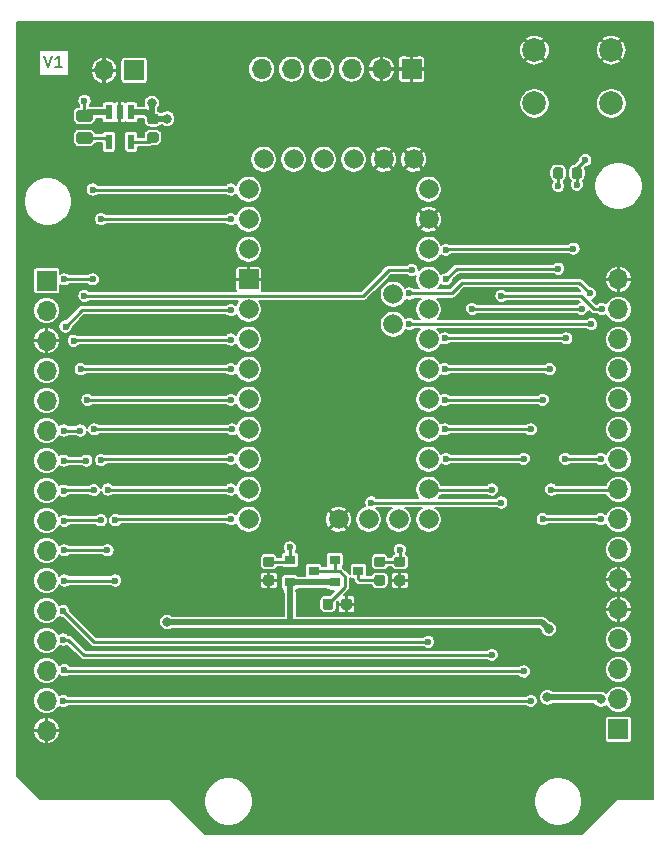
<source format=gbr>
G04 #@! TF.GenerationSoftware,KiCad,Pcbnew,(5.1.4)-1*
G04 #@! TF.CreationDate,2020-08-17T08:15:49+02:00*
G04 #@! TF.ProjectId,proto,70726f74-6f2e-46b6-9963-61645f706362,rev?*
G04 #@! TF.SameCoordinates,Original*
G04 #@! TF.FileFunction,Copper,L1,Top*
G04 #@! TF.FilePolarity,Positive*
%FSLAX46Y46*%
G04 Gerber Fmt 4.6, Leading zero omitted, Abs format (unit mm)*
G04 Created by KiCad (PCBNEW (5.1.4)-1) date 2020-08-17 08:15:49*
%MOMM*%
%LPD*%
G04 APERTURE LIST*
%ADD10C,0.150000*%
%ADD11C,0.100000*%
%ADD12C,0.875000*%
%ADD13C,0.975000*%
%ADD14R,1.665000X1.665000*%
%ADD15C,1.665000*%
%ADD16R,0.600000X1.250000*%
%ADD17R,1.700000X1.700000*%
%ADD18O,1.700000X1.700000*%
%ADD19R,0.900000X0.800000*%
%ADD20C,2.000000*%
%ADD21C,0.800000*%
%ADD22C,0.600000*%
%ADD23C,0.500000*%
%ADD24C,0.250000*%
%ADD25C,0.200000*%
G04 APERTURE END LIST*
D10*
X107390476Y-55952380D02*
X107723809Y-56952380D01*
X108057142Y-55952380D01*
X108914285Y-56952380D02*
X108342857Y-56952380D01*
X108628571Y-56952380D02*
X108628571Y-55952380D01*
X108533333Y-56095238D01*
X108438095Y-56190476D01*
X108342857Y-56238095D01*
D11*
G36*
X116877691Y-60876053D02*
G01*
X116898926Y-60879203D01*
X116919750Y-60884419D01*
X116939962Y-60891651D01*
X116959368Y-60900830D01*
X116977781Y-60911866D01*
X116995024Y-60924654D01*
X117010930Y-60939070D01*
X117025346Y-60954976D01*
X117038134Y-60972219D01*
X117049170Y-60990632D01*
X117058349Y-61010038D01*
X117065581Y-61030250D01*
X117070797Y-61051074D01*
X117073947Y-61072309D01*
X117075000Y-61093750D01*
X117075000Y-61531250D01*
X117073947Y-61552691D01*
X117070797Y-61573926D01*
X117065581Y-61594750D01*
X117058349Y-61614962D01*
X117049170Y-61634368D01*
X117038134Y-61652781D01*
X117025346Y-61670024D01*
X117010930Y-61685930D01*
X116995024Y-61700346D01*
X116977781Y-61713134D01*
X116959368Y-61724170D01*
X116939962Y-61733349D01*
X116919750Y-61740581D01*
X116898926Y-61745797D01*
X116877691Y-61748947D01*
X116856250Y-61750000D01*
X116343750Y-61750000D01*
X116322309Y-61748947D01*
X116301074Y-61745797D01*
X116280250Y-61740581D01*
X116260038Y-61733349D01*
X116240632Y-61724170D01*
X116222219Y-61713134D01*
X116204976Y-61700346D01*
X116189070Y-61685930D01*
X116174654Y-61670024D01*
X116161866Y-61652781D01*
X116150830Y-61634368D01*
X116141651Y-61614962D01*
X116134419Y-61594750D01*
X116129203Y-61573926D01*
X116126053Y-61552691D01*
X116125000Y-61531250D01*
X116125000Y-61093750D01*
X116126053Y-61072309D01*
X116129203Y-61051074D01*
X116134419Y-61030250D01*
X116141651Y-61010038D01*
X116150830Y-60990632D01*
X116161866Y-60972219D01*
X116174654Y-60954976D01*
X116189070Y-60939070D01*
X116204976Y-60924654D01*
X116222219Y-60911866D01*
X116240632Y-60900830D01*
X116260038Y-60891651D01*
X116280250Y-60884419D01*
X116301074Y-60879203D01*
X116322309Y-60876053D01*
X116343750Y-60875000D01*
X116856250Y-60875000D01*
X116877691Y-60876053D01*
X116877691Y-60876053D01*
G37*
D12*
X116600000Y-61312500D03*
D11*
G36*
X116877691Y-62451053D02*
G01*
X116898926Y-62454203D01*
X116919750Y-62459419D01*
X116939962Y-62466651D01*
X116959368Y-62475830D01*
X116977781Y-62486866D01*
X116995024Y-62499654D01*
X117010930Y-62514070D01*
X117025346Y-62529976D01*
X117038134Y-62547219D01*
X117049170Y-62565632D01*
X117058349Y-62585038D01*
X117065581Y-62605250D01*
X117070797Y-62626074D01*
X117073947Y-62647309D01*
X117075000Y-62668750D01*
X117075000Y-63106250D01*
X117073947Y-63127691D01*
X117070797Y-63148926D01*
X117065581Y-63169750D01*
X117058349Y-63189962D01*
X117049170Y-63209368D01*
X117038134Y-63227781D01*
X117025346Y-63245024D01*
X117010930Y-63260930D01*
X116995024Y-63275346D01*
X116977781Y-63288134D01*
X116959368Y-63299170D01*
X116939962Y-63308349D01*
X116919750Y-63315581D01*
X116898926Y-63320797D01*
X116877691Y-63323947D01*
X116856250Y-63325000D01*
X116343750Y-63325000D01*
X116322309Y-63323947D01*
X116301074Y-63320797D01*
X116280250Y-63315581D01*
X116260038Y-63308349D01*
X116240632Y-63299170D01*
X116222219Y-63288134D01*
X116204976Y-63275346D01*
X116189070Y-63260930D01*
X116174654Y-63245024D01*
X116161866Y-63227781D01*
X116150830Y-63209368D01*
X116141651Y-63189962D01*
X116134419Y-63169750D01*
X116129203Y-63148926D01*
X116126053Y-63127691D01*
X116125000Y-63106250D01*
X116125000Y-62668750D01*
X116126053Y-62647309D01*
X116129203Y-62626074D01*
X116134419Y-62605250D01*
X116141651Y-62585038D01*
X116150830Y-62565632D01*
X116161866Y-62547219D01*
X116174654Y-62529976D01*
X116189070Y-62514070D01*
X116204976Y-62499654D01*
X116222219Y-62486866D01*
X116240632Y-62475830D01*
X116260038Y-62466651D01*
X116280250Y-62459419D01*
X116301074Y-62454203D01*
X116322309Y-62451053D01*
X116343750Y-62450000D01*
X116856250Y-62450000D01*
X116877691Y-62451053D01*
X116877691Y-62451053D01*
G37*
D12*
X116600000Y-62887500D03*
D11*
G36*
X111280142Y-60576174D02*
G01*
X111303803Y-60579684D01*
X111327007Y-60585496D01*
X111349529Y-60593554D01*
X111371153Y-60603782D01*
X111391670Y-60616079D01*
X111410883Y-60630329D01*
X111428607Y-60646393D01*
X111444671Y-60664117D01*
X111458921Y-60683330D01*
X111471218Y-60703847D01*
X111481446Y-60725471D01*
X111489504Y-60747993D01*
X111495316Y-60771197D01*
X111498826Y-60794858D01*
X111500000Y-60818750D01*
X111500000Y-61306250D01*
X111498826Y-61330142D01*
X111495316Y-61353803D01*
X111489504Y-61377007D01*
X111481446Y-61399529D01*
X111471218Y-61421153D01*
X111458921Y-61441670D01*
X111444671Y-61460883D01*
X111428607Y-61478607D01*
X111410883Y-61494671D01*
X111391670Y-61508921D01*
X111371153Y-61521218D01*
X111349529Y-61531446D01*
X111327007Y-61539504D01*
X111303803Y-61545316D01*
X111280142Y-61548826D01*
X111256250Y-61550000D01*
X110343750Y-61550000D01*
X110319858Y-61548826D01*
X110296197Y-61545316D01*
X110272993Y-61539504D01*
X110250471Y-61531446D01*
X110228847Y-61521218D01*
X110208330Y-61508921D01*
X110189117Y-61494671D01*
X110171393Y-61478607D01*
X110155329Y-61460883D01*
X110141079Y-61441670D01*
X110128782Y-61421153D01*
X110118554Y-61399529D01*
X110110496Y-61377007D01*
X110104684Y-61353803D01*
X110101174Y-61330142D01*
X110100000Y-61306250D01*
X110100000Y-60818750D01*
X110101174Y-60794858D01*
X110104684Y-60771197D01*
X110110496Y-60747993D01*
X110118554Y-60725471D01*
X110128782Y-60703847D01*
X110141079Y-60683330D01*
X110155329Y-60664117D01*
X110171393Y-60646393D01*
X110189117Y-60630329D01*
X110208330Y-60616079D01*
X110228847Y-60603782D01*
X110250471Y-60593554D01*
X110272993Y-60585496D01*
X110296197Y-60579684D01*
X110319858Y-60576174D01*
X110343750Y-60575000D01*
X111256250Y-60575000D01*
X111280142Y-60576174D01*
X111280142Y-60576174D01*
G37*
D13*
X110800000Y-61062500D03*
D11*
G36*
X111280142Y-62451174D02*
G01*
X111303803Y-62454684D01*
X111327007Y-62460496D01*
X111349529Y-62468554D01*
X111371153Y-62478782D01*
X111391670Y-62491079D01*
X111410883Y-62505329D01*
X111428607Y-62521393D01*
X111444671Y-62539117D01*
X111458921Y-62558330D01*
X111471218Y-62578847D01*
X111481446Y-62600471D01*
X111489504Y-62622993D01*
X111495316Y-62646197D01*
X111498826Y-62669858D01*
X111500000Y-62693750D01*
X111500000Y-63181250D01*
X111498826Y-63205142D01*
X111495316Y-63228803D01*
X111489504Y-63252007D01*
X111481446Y-63274529D01*
X111471218Y-63296153D01*
X111458921Y-63316670D01*
X111444671Y-63335883D01*
X111428607Y-63353607D01*
X111410883Y-63369671D01*
X111391670Y-63383921D01*
X111371153Y-63396218D01*
X111349529Y-63406446D01*
X111327007Y-63414504D01*
X111303803Y-63420316D01*
X111280142Y-63423826D01*
X111256250Y-63425000D01*
X110343750Y-63425000D01*
X110319858Y-63423826D01*
X110296197Y-63420316D01*
X110272993Y-63414504D01*
X110250471Y-63406446D01*
X110228847Y-63396218D01*
X110208330Y-63383921D01*
X110189117Y-63369671D01*
X110171393Y-63353607D01*
X110155329Y-63335883D01*
X110141079Y-63316670D01*
X110128782Y-63296153D01*
X110118554Y-63274529D01*
X110110496Y-63252007D01*
X110104684Y-63228803D01*
X110101174Y-63205142D01*
X110100000Y-63181250D01*
X110100000Y-62693750D01*
X110101174Y-62669858D01*
X110104684Y-62646197D01*
X110110496Y-62622993D01*
X110118554Y-62600471D01*
X110128782Y-62578847D01*
X110141079Y-62558330D01*
X110155329Y-62539117D01*
X110171393Y-62521393D01*
X110189117Y-62505329D01*
X110208330Y-62491079D01*
X110228847Y-62478782D01*
X110250471Y-62468554D01*
X110272993Y-62460496D01*
X110296197Y-62454684D01*
X110319858Y-62451174D01*
X110343750Y-62450000D01*
X111256250Y-62450000D01*
X111280142Y-62451174D01*
X111280142Y-62451174D01*
G37*
D13*
X110800000Y-62937500D03*
D14*
X124700000Y-74900000D03*
D15*
X124700000Y-77440000D03*
X124700000Y-79980000D03*
X124700000Y-82520000D03*
X124700000Y-85060000D03*
X124700000Y-87600000D03*
X124700000Y-90140000D03*
X124700000Y-92680000D03*
X124700000Y-95220000D03*
X139940000Y-95220000D03*
X139940000Y-92680000D03*
X139940000Y-90140000D03*
X139940000Y-87600000D03*
X139940000Y-85060000D03*
X139940000Y-82520000D03*
X139940000Y-79980000D03*
X139940000Y-77440000D03*
X139940000Y-74900000D03*
X139940000Y-72360000D03*
X139940000Y-69820000D03*
X139940000Y-67280000D03*
X138670000Y-64740000D03*
X136130000Y-64740000D03*
X133590000Y-64740000D03*
X131050000Y-64740000D03*
X128510000Y-64740000D03*
X125970000Y-64740000D03*
X124700000Y-67280000D03*
X124700000Y-69820000D03*
X124700000Y-72360000D03*
X137400000Y-95220000D03*
X134860000Y-95220000D03*
X136950000Y-78710000D03*
X136950000Y-76170000D03*
X132320000Y-95220000D03*
D16*
X114750000Y-60750000D03*
X113800000Y-60750000D03*
X112850000Y-60750000D03*
X112850000Y-63250000D03*
X114750000Y-63250000D03*
D17*
X107600000Y-75000000D03*
D18*
X107600000Y-77540000D03*
X107600000Y-80080000D03*
X107600000Y-82620000D03*
X107600000Y-85160000D03*
X107600000Y-87700000D03*
X107600000Y-90240000D03*
X107600000Y-92780000D03*
X107600000Y-95320000D03*
X107600000Y-97860000D03*
X107600000Y-100400000D03*
X107600000Y-102940000D03*
X107600000Y-105480000D03*
X107600000Y-108020000D03*
X107600000Y-110560000D03*
X107600000Y-113100000D03*
D17*
X138500000Y-57100000D03*
D18*
X135960000Y-57100000D03*
X133420000Y-57100000D03*
X130880000Y-57100000D03*
X128340000Y-57100000D03*
X125800000Y-57100000D03*
X156000000Y-74900000D03*
X156000000Y-77440000D03*
X156000000Y-79980000D03*
X156000000Y-82520000D03*
X156000000Y-85060000D03*
X156000000Y-87600000D03*
X156000000Y-90140000D03*
X156000000Y-92680000D03*
X156000000Y-95220000D03*
X156000000Y-97760000D03*
X156000000Y-100300000D03*
X156000000Y-102840000D03*
X156000000Y-105380000D03*
X156000000Y-107920000D03*
X156000000Y-110460000D03*
D17*
X156000000Y-113000000D03*
X115000000Y-57200000D03*
D18*
X112460000Y-57200000D03*
D19*
X130200000Y-99600000D03*
X128200000Y-100550000D03*
X128200000Y-98650000D03*
X132000000Y-98650000D03*
X132000000Y-100550000D03*
X134000000Y-99600000D03*
D11*
G36*
X151152691Y-65426053D02*
G01*
X151173926Y-65429203D01*
X151194750Y-65434419D01*
X151214962Y-65441651D01*
X151234368Y-65450830D01*
X151252781Y-65461866D01*
X151270024Y-65474654D01*
X151285930Y-65489070D01*
X151300346Y-65504976D01*
X151313134Y-65522219D01*
X151324170Y-65540632D01*
X151333349Y-65560038D01*
X151340581Y-65580250D01*
X151345797Y-65601074D01*
X151348947Y-65622309D01*
X151350000Y-65643750D01*
X151350000Y-66156250D01*
X151348947Y-66177691D01*
X151345797Y-66198926D01*
X151340581Y-66219750D01*
X151333349Y-66239962D01*
X151324170Y-66259368D01*
X151313134Y-66277781D01*
X151300346Y-66295024D01*
X151285930Y-66310930D01*
X151270024Y-66325346D01*
X151252781Y-66338134D01*
X151234368Y-66349170D01*
X151214962Y-66358349D01*
X151194750Y-66365581D01*
X151173926Y-66370797D01*
X151152691Y-66373947D01*
X151131250Y-66375000D01*
X150693750Y-66375000D01*
X150672309Y-66373947D01*
X150651074Y-66370797D01*
X150630250Y-66365581D01*
X150610038Y-66358349D01*
X150590632Y-66349170D01*
X150572219Y-66338134D01*
X150554976Y-66325346D01*
X150539070Y-66310930D01*
X150524654Y-66295024D01*
X150511866Y-66277781D01*
X150500830Y-66259368D01*
X150491651Y-66239962D01*
X150484419Y-66219750D01*
X150479203Y-66198926D01*
X150476053Y-66177691D01*
X150475000Y-66156250D01*
X150475000Y-65643750D01*
X150476053Y-65622309D01*
X150479203Y-65601074D01*
X150484419Y-65580250D01*
X150491651Y-65560038D01*
X150500830Y-65540632D01*
X150511866Y-65522219D01*
X150524654Y-65504976D01*
X150539070Y-65489070D01*
X150554976Y-65474654D01*
X150572219Y-65461866D01*
X150590632Y-65450830D01*
X150610038Y-65441651D01*
X150630250Y-65434419D01*
X150651074Y-65429203D01*
X150672309Y-65426053D01*
X150693750Y-65425000D01*
X151131250Y-65425000D01*
X151152691Y-65426053D01*
X151152691Y-65426053D01*
G37*
D12*
X150912500Y-65900000D03*
D11*
G36*
X152727691Y-65426053D02*
G01*
X152748926Y-65429203D01*
X152769750Y-65434419D01*
X152789962Y-65441651D01*
X152809368Y-65450830D01*
X152827781Y-65461866D01*
X152845024Y-65474654D01*
X152860930Y-65489070D01*
X152875346Y-65504976D01*
X152888134Y-65522219D01*
X152899170Y-65540632D01*
X152908349Y-65560038D01*
X152915581Y-65580250D01*
X152920797Y-65601074D01*
X152923947Y-65622309D01*
X152925000Y-65643750D01*
X152925000Y-66156250D01*
X152923947Y-66177691D01*
X152920797Y-66198926D01*
X152915581Y-66219750D01*
X152908349Y-66239962D01*
X152899170Y-66259368D01*
X152888134Y-66277781D01*
X152875346Y-66295024D01*
X152860930Y-66310930D01*
X152845024Y-66325346D01*
X152827781Y-66338134D01*
X152809368Y-66349170D01*
X152789962Y-66358349D01*
X152769750Y-66365581D01*
X152748926Y-66370797D01*
X152727691Y-66373947D01*
X152706250Y-66375000D01*
X152268750Y-66375000D01*
X152247309Y-66373947D01*
X152226074Y-66370797D01*
X152205250Y-66365581D01*
X152185038Y-66358349D01*
X152165632Y-66349170D01*
X152147219Y-66338134D01*
X152129976Y-66325346D01*
X152114070Y-66310930D01*
X152099654Y-66295024D01*
X152086866Y-66277781D01*
X152075830Y-66259368D01*
X152066651Y-66239962D01*
X152059419Y-66219750D01*
X152054203Y-66198926D01*
X152051053Y-66177691D01*
X152050000Y-66156250D01*
X152050000Y-65643750D01*
X152051053Y-65622309D01*
X152054203Y-65601074D01*
X152059419Y-65580250D01*
X152066651Y-65560038D01*
X152075830Y-65540632D01*
X152086866Y-65522219D01*
X152099654Y-65504976D01*
X152114070Y-65489070D01*
X152129976Y-65474654D01*
X152147219Y-65461866D01*
X152165632Y-65450830D01*
X152185038Y-65441651D01*
X152205250Y-65434419D01*
X152226074Y-65429203D01*
X152247309Y-65426053D01*
X152268750Y-65425000D01*
X152706250Y-65425000D01*
X152727691Y-65426053D01*
X152727691Y-65426053D01*
G37*
D12*
X152487500Y-65900000D03*
D11*
G36*
X126677691Y-99951053D02*
G01*
X126698926Y-99954203D01*
X126719750Y-99959419D01*
X126739962Y-99966651D01*
X126759368Y-99975830D01*
X126777781Y-99986866D01*
X126795024Y-99999654D01*
X126810930Y-100014070D01*
X126825346Y-100029976D01*
X126838134Y-100047219D01*
X126849170Y-100065632D01*
X126858349Y-100085038D01*
X126865581Y-100105250D01*
X126870797Y-100126074D01*
X126873947Y-100147309D01*
X126875000Y-100168750D01*
X126875000Y-100606250D01*
X126873947Y-100627691D01*
X126870797Y-100648926D01*
X126865581Y-100669750D01*
X126858349Y-100689962D01*
X126849170Y-100709368D01*
X126838134Y-100727781D01*
X126825346Y-100745024D01*
X126810930Y-100760930D01*
X126795024Y-100775346D01*
X126777781Y-100788134D01*
X126759368Y-100799170D01*
X126739962Y-100808349D01*
X126719750Y-100815581D01*
X126698926Y-100820797D01*
X126677691Y-100823947D01*
X126656250Y-100825000D01*
X126143750Y-100825000D01*
X126122309Y-100823947D01*
X126101074Y-100820797D01*
X126080250Y-100815581D01*
X126060038Y-100808349D01*
X126040632Y-100799170D01*
X126022219Y-100788134D01*
X126004976Y-100775346D01*
X125989070Y-100760930D01*
X125974654Y-100745024D01*
X125961866Y-100727781D01*
X125950830Y-100709368D01*
X125941651Y-100689962D01*
X125934419Y-100669750D01*
X125929203Y-100648926D01*
X125926053Y-100627691D01*
X125925000Y-100606250D01*
X125925000Y-100168750D01*
X125926053Y-100147309D01*
X125929203Y-100126074D01*
X125934419Y-100105250D01*
X125941651Y-100085038D01*
X125950830Y-100065632D01*
X125961866Y-100047219D01*
X125974654Y-100029976D01*
X125989070Y-100014070D01*
X126004976Y-99999654D01*
X126022219Y-99986866D01*
X126040632Y-99975830D01*
X126060038Y-99966651D01*
X126080250Y-99959419D01*
X126101074Y-99954203D01*
X126122309Y-99951053D01*
X126143750Y-99950000D01*
X126656250Y-99950000D01*
X126677691Y-99951053D01*
X126677691Y-99951053D01*
G37*
D12*
X126400000Y-100387500D03*
D11*
G36*
X126677691Y-98376053D02*
G01*
X126698926Y-98379203D01*
X126719750Y-98384419D01*
X126739962Y-98391651D01*
X126759368Y-98400830D01*
X126777781Y-98411866D01*
X126795024Y-98424654D01*
X126810930Y-98439070D01*
X126825346Y-98454976D01*
X126838134Y-98472219D01*
X126849170Y-98490632D01*
X126858349Y-98510038D01*
X126865581Y-98530250D01*
X126870797Y-98551074D01*
X126873947Y-98572309D01*
X126875000Y-98593750D01*
X126875000Y-99031250D01*
X126873947Y-99052691D01*
X126870797Y-99073926D01*
X126865581Y-99094750D01*
X126858349Y-99114962D01*
X126849170Y-99134368D01*
X126838134Y-99152781D01*
X126825346Y-99170024D01*
X126810930Y-99185930D01*
X126795024Y-99200346D01*
X126777781Y-99213134D01*
X126759368Y-99224170D01*
X126739962Y-99233349D01*
X126719750Y-99240581D01*
X126698926Y-99245797D01*
X126677691Y-99248947D01*
X126656250Y-99250000D01*
X126143750Y-99250000D01*
X126122309Y-99248947D01*
X126101074Y-99245797D01*
X126080250Y-99240581D01*
X126060038Y-99233349D01*
X126040632Y-99224170D01*
X126022219Y-99213134D01*
X126004976Y-99200346D01*
X125989070Y-99185930D01*
X125974654Y-99170024D01*
X125961866Y-99152781D01*
X125950830Y-99134368D01*
X125941651Y-99114962D01*
X125934419Y-99094750D01*
X125929203Y-99073926D01*
X125926053Y-99052691D01*
X125925000Y-99031250D01*
X125925000Y-98593750D01*
X125926053Y-98572309D01*
X125929203Y-98551074D01*
X125934419Y-98530250D01*
X125941651Y-98510038D01*
X125950830Y-98490632D01*
X125961866Y-98472219D01*
X125974654Y-98454976D01*
X125989070Y-98439070D01*
X126004976Y-98424654D01*
X126022219Y-98411866D01*
X126040632Y-98400830D01*
X126060038Y-98391651D01*
X126080250Y-98384419D01*
X126101074Y-98379203D01*
X126122309Y-98376053D01*
X126143750Y-98375000D01*
X126656250Y-98375000D01*
X126677691Y-98376053D01*
X126677691Y-98376053D01*
G37*
D12*
X126400000Y-98812500D03*
D11*
G36*
X131652691Y-101926053D02*
G01*
X131673926Y-101929203D01*
X131694750Y-101934419D01*
X131714962Y-101941651D01*
X131734368Y-101950830D01*
X131752781Y-101961866D01*
X131770024Y-101974654D01*
X131785930Y-101989070D01*
X131800346Y-102004976D01*
X131813134Y-102022219D01*
X131824170Y-102040632D01*
X131833349Y-102060038D01*
X131840581Y-102080250D01*
X131845797Y-102101074D01*
X131848947Y-102122309D01*
X131850000Y-102143750D01*
X131850000Y-102656250D01*
X131848947Y-102677691D01*
X131845797Y-102698926D01*
X131840581Y-102719750D01*
X131833349Y-102739962D01*
X131824170Y-102759368D01*
X131813134Y-102777781D01*
X131800346Y-102795024D01*
X131785930Y-102810930D01*
X131770024Y-102825346D01*
X131752781Y-102838134D01*
X131734368Y-102849170D01*
X131714962Y-102858349D01*
X131694750Y-102865581D01*
X131673926Y-102870797D01*
X131652691Y-102873947D01*
X131631250Y-102875000D01*
X131193750Y-102875000D01*
X131172309Y-102873947D01*
X131151074Y-102870797D01*
X131130250Y-102865581D01*
X131110038Y-102858349D01*
X131090632Y-102849170D01*
X131072219Y-102838134D01*
X131054976Y-102825346D01*
X131039070Y-102810930D01*
X131024654Y-102795024D01*
X131011866Y-102777781D01*
X131000830Y-102759368D01*
X130991651Y-102739962D01*
X130984419Y-102719750D01*
X130979203Y-102698926D01*
X130976053Y-102677691D01*
X130975000Y-102656250D01*
X130975000Y-102143750D01*
X130976053Y-102122309D01*
X130979203Y-102101074D01*
X130984419Y-102080250D01*
X130991651Y-102060038D01*
X131000830Y-102040632D01*
X131011866Y-102022219D01*
X131024654Y-102004976D01*
X131039070Y-101989070D01*
X131054976Y-101974654D01*
X131072219Y-101961866D01*
X131090632Y-101950830D01*
X131110038Y-101941651D01*
X131130250Y-101934419D01*
X131151074Y-101929203D01*
X131172309Y-101926053D01*
X131193750Y-101925000D01*
X131631250Y-101925000D01*
X131652691Y-101926053D01*
X131652691Y-101926053D01*
G37*
D12*
X131412500Y-102400000D03*
D11*
G36*
X133227691Y-101926053D02*
G01*
X133248926Y-101929203D01*
X133269750Y-101934419D01*
X133289962Y-101941651D01*
X133309368Y-101950830D01*
X133327781Y-101961866D01*
X133345024Y-101974654D01*
X133360930Y-101989070D01*
X133375346Y-102004976D01*
X133388134Y-102022219D01*
X133399170Y-102040632D01*
X133408349Y-102060038D01*
X133415581Y-102080250D01*
X133420797Y-102101074D01*
X133423947Y-102122309D01*
X133425000Y-102143750D01*
X133425000Y-102656250D01*
X133423947Y-102677691D01*
X133420797Y-102698926D01*
X133415581Y-102719750D01*
X133408349Y-102739962D01*
X133399170Y-102759368D01*
X133388134Y-102777781D01*
X133375346Y-102795024D01*
X133360930Y-102810930D01*
X133345024Y-102825346D01*
X133327781Y-102838134D01*
X133309368Y-102849170D01*
X133289962Y-102858349D01*
X133269750Y-102865581D01*
X133248926Y-102870797D01*
X133227691Y-102873947D01*
X133206250Y-102875000D01*
X132768750Y-102875000D01*
X132747309Y-102873947D01*
X132726074Y-102870797D01*
X132705250Y-102865581D01*
X132685038Y-102858349D01*
X132665632Y-102849170D01*
X132647219Y-102838134D01*
X132629976Y-102825346D01*
X132614070Y-102810930D01*
X132599654Y-102795024D01*
X132586866Y-102777781D01*
X132575830Y-102759368D01*
X132566651Y-102739962D01*
X132559419Y-102719750D01*
X132554203Y-102698926D01*
X132551053Y-102677691D01*
X132550000Y-102656250D01*
X132550000Y-102143750D01*
X132551053Y-102122309D01*
X132554203Y-102101074D01*
X132559419Y-102080250D01*
X132566651Y-102060038D01*
X132575830Y-102040632D01*
X132586866Y-102022219D01*
X132599654Y-102004976D01*
X132614070Y-101989070D01*
X132629976Y-101974654D01*
X132647219Y-101961866D01*
X132665632Y-101950830D01*
X132685038Y-101941651D01*
X132705250Y-101934419D01*
X132726074Y-101929203D01*
X132747309Y-101926053D01*
X132768750Y-101925000D01*
X133206250Y-101925000D01*
X133227691Y-101926053D01*
X133227691Y-101926053D01*
G37*
D12*
X132987500Y-102400000D03*
D11*
G36*
X136077691Y-99951053D02*
G01*
X136098926Y-99954203D01*
X136119750Y-99959419D01*
X136139962Y-99966651D01*
X136159368Y-99975830D01*
X136177781Y-99986866D01*
X136195024Y-99999654D01*
X136210930Y-100014070D01*
X136225346Y-100029976D01*
X136238134Y-100047219D01*
X136249170Y-100065632D01*
X136258349Y-100085038D01*
X136265581Y-100105250D01*
X136270797Y-100126074D01*
X136273947Y-100147309D01*
X136275000Y-100168750D01*
X136275000Y-100606250D01*
X136273947Y-100627691D01*
X136270797Y-100648926D01*
X136265581Y-100669750D01*
X136258349Y-100689962D01*
X136249170Y-100709368D01*
X136238134Y-100727781D01*
X136225346Y-100745024D01*
X136210930Y-100760930D01*
X136195024Y-100775346D01*
X136177781Y-100788134D01*
X136159368Y-100799170D01*
X136139962Y-100808349D01*
X136119750Y-100815581D01*
X136098926Y-100820797D01*
X136077691Y-100823947D01*
X136056250Y-100825000D01*
X135543750Y-100825000D01*
X135522309Y-100823947D01*
X135501074Y-100820797D01*
X135480250Y-100815581D01*
X135460038Y-100808349D01*
X135440632Y-100799170D01*
X135422219Y-100788134D01*
X135404976Y-100775346D01*
X135389070Y-100760930D01*
X135374654Y-100745024D01*
X135361866Y-100727781D01*
X135350830Y-100709368D01*
X135341651Y-100689962D01*
X135334419Y-100669750D01*
X135329203Y-100648926D01*
X135326053Y-100627691D01*
X135325000Y-100606250D01*
X135325000Y-100168750D01*
X135326053Y-100147309D01*
X135329203Y-100126074D01*
X135334419Y-100105250D01*
X135341651Y-100085038D01*
X135350830Y-100065632D01*
X135361866Y-100047219D01*
X135374654Y-100029976D01*
X135389070Y-100014070D01*
X135404976Y-99999654D01*
X135422219Y-99986866D01*
X135440632Y-99975830D01*
X135460038Y-99966651D01*
X135480250Y-99959419D01*
X135501074Y-99954203D01*
X135522309Y-99951053D01*
X135543750Y-99950000D01*
X136056250Y-99950000D01*
X136077691Y-99951053D01*
X136077691Y-99951053D01*
G37*
D12*
X135800000Y-100387500D03*
D11*
G36*
X136077691Y-98376053D02*
G01*
X136098926Y-98379203D01*
X136119750Y-98384419D01*
X136139962Y-98391651D01*
X136159368Y-98400830D01*
X136177781Y-98411866D01*
X136195024Y-98424654D01*
X136210930Y-98439070D01*
X136225346Y-98454976D01*
X136238134Y-98472219D01*
X136249170Y-98490632D01*
X136258349Y-98510038D01*
X136265581Y-98530250D01*
X136270797Y-98551074D01*
X136273947Y-98572309D01*
X136275000Y-98593750D01*
X136275000Y-99031250D01*
X136273947Y-99052691D01*
X136270797Y-99073926D01*
X136265581Y-99094750D01*
X136258349Y-99114962D01*
X136249170Y-99134368D01*
X136238134Y-99152781D01*
X136225346Y-99170024D01*
X136210930Y-99185930D01*
X136195024Y-99200346D01*
X136177781Y-99213134D01*
X136159368Y-99224170D01*
X136139962Y-99233349D01*
X136119750Y-99240581D01*
X136098926Y-99245797D01*
X136077691Y-99248947D01*
X136056250Y-99250000D01*
X135543750Y-99250000D01*
X135522309Y-99248947D01*
X135501074Y-99245797D01*
X135480250Y-99240581D01*
X135460038Y-99233349D01*
X135440632Y-99224170D01*
X135422219Y-99213134D01*
X135404976Y-99200346D01*
X135389070Y-99185930D01*
X135374654Y-99170024D01*
X135361866Y-99152781D01*
X135350830Y-99134368D01*
X135341651Y-99114962D01*
X135334419Y-99094750D01*
X135329203Y-99073926D01*
X135326053Y-99052691D01*
X135325000Y-99031250D01*
X135325000Y-98593750D01*
X135326053Y-98572309D01*
X135329203Y-98551074D01*
X135334419Y-98530250D01*
X135341651Y-98510038D01*
X135350830Y-98490632D01*
X135361866Y-98472219D01*
X135374654Y-98454976D01*
X135389070Y-98439070D01*
X135404976Y-98424654D01*
X135422219Y-98411866D01*
X135440632Y-98400830D01*
X135460038Y-98391651D01*
X135480250Y-98384419D01*
X135501074Y-98379203D01*
X135522309Y-98376053D01*
X135543750Y-98375000D01*
X136056250Y-98375000D01*
X136077691Y-98376053D01*
X136077691Y-98376053D01*
G37*
D12*
X135800000Y-98812500D03*
D11*
G36*
X137777691Y-99951053D02*
G01*
X137798926Y-99954203D01*
X137819750Y-99959419D01*
X137839962Y-99966651D01*
X137859368Y-99975830D01*
X137877781Y-99986866D01*
X137895024Y-99999654D01*
X137910930Y-100014070D01*
X137925346Y-100029976D01*
X137938134Y-100047219D01*
X137949170Y-100065632D01*
X137958349Y-100085038D01*
X137965581Y-100105250D01*
X137970797Y-100126074D01*
X137973947Y-100147309D01*
X137975000Y-100168750D01*
X137975000Y-100606250D01*
X137973947Y-100627691D01*
X137970797Y-100648926D01*
X137965581Y-100669750D01*
X137958349Y-100689962D01*
X137949170Y-100709368D01*
X137938134Y-100727781D01*
X137925346Y-100745024D01*
X137910930Y-100760930D01*
X137895024Y-100775346D01*
X137877781Y-100788134D01*
X137859368Y-100799170D01*
X137839962Y-100808349D01*
X137819750Y-100815581D01*
X137798926Y-100820797D01*
X137777691Y-100823947D01*
X137756250Y-100825000D01*
X137243750Y-100825000D01*
X137222309Y-100823947D01*
X137201074Y-100820797D01*
X137180250Y-100815581D01*
X137160038Y-100808349D01*
X137140632Y-100799170D01*
X137122219Y-100788134D01*
X137104976Y-100775346D01*
X137089070Y-100760930D01*
X137074654Y-100745024D01*
X137061866Y-100727781D01*
X137050830Y-100709368D01*
X137041651Y-100689962D01*
X137034419Y-100669750D01*
X137029203Y-100648926D01*
X137026053Y-100627691D01*
X137025000Y-100606250D01*
X137025000Y-100168750D01*
X137026053Y-100147309D01*
X137029203Y-100126074D01*
X137034419Y-100105250D01*
X137041651Y-100085038D01*
X137050830Y-100065632D01*
X137061866Y-100047219D01*
X137074654Y-100029976D01*
X137089070Y-100014070D01*
X137104976Y-99999654D01*
X137122219Y-99986866D01*
X137140632Y-99975830D01*
X137160038Y-99966651D01*
X137180250Y-99959419D01*
X137201074Y-99954203D01*
X137222309Y-99951053D01*
X137243750Y-99950000D01*
X137756250Y-99950000D01*
X137777691Y-99951053D01*
X137777691Y-99951053D01*
G37*
D12*
X137500000Y-100387500D03*
D11*
G36*
X137777691Y-98376053D02*
G01*
X137798926Y-98379203D01*
X137819750Y-98384419D01*
X137839962Y-98391651D01*
X137859368Y-98400830D01*
X137877781Y-98411866D01*
X137895024Y-98424654D01*
X137910930Y-98439070D01*
X137925346Y-98454976D01*
X137938134Y-98472219D01*
X137949170Y-98490632D01*
X137958349Y-98510038D01*
X137965581Y-98530250D01*
X137970797Y-98551074D01*
X137973947Y-98572309D01*
X137975000Y-98593750D01*
X137975000Y-99031250D01*
X137973947Y-99052691D01*
X137970797Y-99073926D01*
X137965581Y-99094750D01*
X137958349Y-99114962D01*
X137949170Y-99134368D01*
X137938134Y-99152781D01*
X137925346Y-99170024D01*
X137910930Y-99185930D01*
X137895024Y-99200346D01*
X137877781Y-99213134D01*
X137859368Y-99224170D01*
X137839962Y-99233349D01*
X137819750Y-99240581D01*
X137798926Y-99245797D01*
X137777691Y-99248947D01*
X137756250Y-99250000D01*
X137243750Y-99250000D01*
X137222309Y-99248947D01*
X137201074Y-99245797D01*
X137180250Y-99240581D01*
X137160038Y-99233349D01*
X137140632Y-99224170D01*
X137122219Y-99213134D01*
X137104976Y-99200346D01*
X137089070Y-99185930D01*
X137074654Y-99170024D01*
X137061866Y-99152781D01*
X137050830Y-99134368D01*
X137041651Y-99114962D01*
X137034419Y-99094750D01*
X137029203Y-99073926D01*
X137026053Y-99052691D01*
X137025000Y-99031250D01*
X137025000Y-98593750D01*
X137026053Y-98572309D01*
X137029203Y-98551074D01*
X137034419Y-98530250D01*
X137041651Y-98510038D01*
X137050830Y-98490632D01*
X137061866Y-98472219D01*
X137074654Y-98454976D01*
X137089070Y-98439070D01*
X137104976Y-98424654D01*
X137122219Y-98411866D01*
X137140632Y-98400830D01*
X137160038Y-98391651D01*
X137180250Y-98384419D01*
X137201074Y-98379203D01*
X137222309Y-98376053D01*
X137243750Y-98375000D01*
X137756250Y-98375000D01*
X137777691Y-98376053D01*
X137777691Y-98376053D01*
G37*
D12*
X137500000Y-98812500D03*
D20*
X148900000Y-60000000D03*
X148900000Y-55500000D03*
X155400000Y-60000000D03*
X155400000Y-55500000D03*
D21*
X116500000Y-60000000D03*
X117800000Y-61300000D03*
X150100000Y-104500000D03*
X117800000Y-103920000D03*
X150000000Y-110300000D03*
X154517524Y-110460000D03*
D22*
X136000000Y-54000000D03*
X111000000Y-54000000D03*
X156000000Y-54000000D03*
X116000000Y-54000000D03*
X151000000Y-54000000D03*
X141000000Y-54000000D03*
X131000000Y-54000000D03*
X106000000Y-54000000D03*
X121000000Y-54000000D03*
X146000000Y-54000000D03*
X126000000Y-54000000D03*
X128000000Y-116000000D03*
X123000000Y-116000000D03*
X113000000Y-116000000D03*
X148000000Y-116000000D03*
X133000000Y-116000000D03*
X153000000Y-116000000D03*
X118000000Y-116000000D03*
X143000000Y-116000000D03*
X138000000Y-116000000D03*
X108000000Y-116000000D03*
X158000000Y-116000000D03*
X106000000Y-88000000D03*
X106000000Y-93000000D03*
X106000000Y-103000000D03*
X106000000Y-66000000D03*
X106000000Y-70000000D03*
X158000000Y-69000000D03*
X158000000Y-87000000D03*
X158000000Y-92000000D03*
X158000000Y-102000000D03*
X158000000Y-65000000D03*
X158000000Y-82000000D03*
X158000000Y-62000000D03*
X158000000Y-97000000D03*
X158000000Y-72000000D03*
X158000000Y-77000000D03*
X158000000Y-107000000D03*
X158000000Y-57000000D03*
X158000000Y-112000000D03*
X106000000Y-83000000D03*
X106000000Y-63000000D03*
X106000000Y-98000000D03*
X106000000Y-73000000D03*
X106000000Y-78000000D03*
X106000000Y-108000000D03*
X106000000Y-58000000D03*
X106000000Y-113000000D03*
X156000000Y-54000000D03*
X121000000Y-54000000D03*
X106000000Y-54000000D03*
X109000000Y-99000000D03*
X109000000Y-97000000D03*
X109000000Y-94000000D03*
X109000000Y-92000000D03*
X109000000Y-86000000D03*
X138000000Y-77500000D03*
X127000000Y-58800000D03*
X127000000Y-62000000D03*
X129500000Y-62000000D03*
X129500000Y-58800000D03*
X132000000Y-58800000D03*
X132000000Y-62000000D03*
X151700000Y-67200000D03*
X151700000Y-70500000D03*
X154500000Y-83500000D03*
X154500000Y-86000000D03*
X149500000Y-97000000D03*
X149500000Y-101000000D03*
X153000000Y-106000000D03*
X109000000Y-89000000D03*
X108900000Y-83850000D03*
X108550000Y-81400000D03*
X129500000Y-69500000D03*
X134500000Y-69500000D03*
X129500000Y-74500000D03*
X134500000Y-74500000D03*
X129500000Y-79500000D03*
X134500000Y-79500000D03*
X129500000Y-84500000D03*
X134500000Y-84500000D03*
X129500000Y-89500000D03*
X134500000Y-89500000D03*
X129500000Y-94500000D03*
X114500000Y-99500000D03*
X119500000Y-99500000D03*
X114500000Y-104500000D03*
X124500000Y-102000000D03*
X124500000Y-99500000D03*
X142000000Y-99500000D03*
X147000000Y-99500000D03*
X144500000Y-86500000D03*
X144500000Y-81300000D03*
X144500000Y-69500000D03*
X149500000Y-69500000D03*
X149500000Y-65800000D03*
X144500000Y-64500000D03*
X137000000Y-62000000D03*
X142000000Y-62000000D03*
X142000000Y-58300000D03*
X144500000Y-57000000D03*
X119500000Y-74500000D03*
X114500000Y-74500000D03*
X114500000Y-72000000D03*
X119500000Y-72000000D03*
X119500000Y-64500000D03*
X114500000Y-64500000D03*
X122000000Y-59500000D03*
X119500000Y-57000000D03*
X122000000Y-57000000D03*
X119500000Y-59500000D03*
X117000000Y-112000000D03*
X112000000Y-112000000D03*
X122000000Y-112000000D03*
X127000000Y-112000000D03*
X132000000Y-112000000D03*
X137000000Y-112000000D03*
X142000000Y-112000000D03*
X147000000Y-112000000D03*
X152000000Y-112000000D03*
X144500000Y-109500000D03*
X139500000Y-109500000D03*
X134500000Y-109500000D03*
X129500000Y-109500000D03*
X124500000Y-109500000D03*
X119500000Y-109500000D03*
X114500000Y-109500000D03*
X144500000Y-119500000D03*
X139500000Y-119500000D03*
X134500000Y-119500000D03*
X129500000Y-119500000D03*
X114500000Y-78800000D03*
X114500000Y-81300000D03*
X114500000Y-84500000D03*
X144500000Y-83900000D03*
X144500000Y-88900000D03*
X149600000Y-81300000D03*
X114500000Y-89500000D03*
X114500000Y-87000000D03*
X119500000Y-87000000D03*
X119500000Y-78800000D03*
X119500000Y-81300000D03*
X119500000Y-84500000D03*
X119500000Y-89500000D03*
X119500000Y-92000000D03*
X119500000Y-94500000D03*
X114500000Y-94500000D03*
X114500000Y-92000000D03*
X110800000Y-59800000D03*
X110800000Y-76300000D03*
X141400000Y-74900000D03*
X150900000Y-67000000D03*
X150900000Y-74000000D03*
X138500000Y-74100000D03*
X123200000Y-85100000D03*
X111050000Y-85100000D03*
X110950000Y-90250000D03*
X109050000Y-90250000D03*
X128200000Y-97600000D03*
X123200000Y-90100000D03*
X112200000Y-90200000D03*
X112200000Y-95300000D03*
X109100000Y-95350000D03*
X141300000Y-85100000D03*
X149600000Y-85100000D03*
X149600000Y-95200000D03*
X154500000Y-95200000D03*
X141300000Y-82500000D03*
X150200000Y-82500000D03*
X150325000Y-92700000D03*
X141300000Y-79900000D03*
X154500000Y-90100000D03*
X151600000Y-79900000D03*
X151500000Y-90100000D03*
X152900000Y-77400000D03*
X143620000Y-77400000D03*
X123200000Y-67300000D03*
X111500000Y-67300000D03*
X111500000Y-74900000D03*
X109100000Y-74900000D03*
X123200000Y-69800000D03*
X112200000Y-69800000D03*
X137500000Y-97800000D03*
X123200000Y-82500000D03*
X110475000Y-82500000D03*
X110450000Y-87700000D03*
X109050000Y-87700000D03*
X123300000Y-87600000D03*
X111625000Y-87600000D03*
X111600000Y-92750000D03*
X109050000Y-92800000D03*
X123200000Y-92700000D03*
X112775000Y-92700000D03*
X109100000Y-97850000D03*
X112750000Y-97850000D03*
X113400000Y-95300000D03*
X123200000Y-95200000D03*
X109100000Y-100400000D03*
X113400000Y-100400000D03*
X109000000Y-103000000D03*
X139900000Y-105600000D03*
X109000000Y-105400000D03*
X145300000Y-106700000D03*
X145300000Y-92700000D03*
X141400000Y-90100000D03*
X148000000Y-90100000D03*
X148000000Y-108100000D03*
X109100000Y-108000000D03*
X109000000Y-110600000D03*
X148600000Y-110600000D03*
X148600000Y-87600000D03*
X141300000Y-87600000D03*
X153200000Y-64800000D03*
X152500000Y-66900000D03*
X141400000Y-72400000D03*
X152200000Y-72300000D03*
X154600000Y-77400000D03*
X135100000Y-93800000D03*
X146100000Y-93800000D03*
X146100000Y-76300000D03*
X138300000Y-78700000D03*
X153700000Y-78700000D03*
X138300000Y-76100000D03*
X153600000Y-76100000D03*
X123200000Y-77500000D03*
X109200000Y-78900000D03*
X123200000Y-80000000D03*
X109900000Y-80100000D03*
D23*
X116500000Y-61212500D02*
X116600000Y-61312500D01*
X116037500Y-60750000D02*
X116600000Y-61312500D01*
X114750000Y-60750000D02*
X116037500Y-60750000D01*
X116500000Y-60000000D02*
X116500000Y-61212500D01*
X116600000Y-61312500D02*
X117787500Y-61312500D01*
X117787500Y-61312500D02*
X117800000Y-61300000D01*
X128200000Y-100550000D02*
X132000000Y-100550000D01*
X149520000Y-103920000D02*
X150100000Y-104500000D01*
X128220000Y-101470000D02*
X128220000Y-103920000D01*
X128200000Y-101450000D02*
X128220000Y-101470000D01*
X128200000Y-100550000D02*
X128200000Y-101450000D01*
X117800000Y-103920000D02*
X128220000Y-103920000D01*
X128220000Y-103920000D02*
X149520000Y-103920000D01*
X150000000Y-110300000D02*
X154357524Y-110300000D01*
X154357524Y-110300000D02*
X154517524Y-110460000D01*
X111112500Y-60750000D02*
X110800000Y-61062500D01*
X112850000Y-60750000D02*
X111112500Y-60750000D01*
D24*
X110800000Y-61062500D02*
X110800000Y-59800000D01*
X134400000Y-76300000D02*
X135900000Y-74800000D01*
X110800000Y-76300000D02*
X134400000Y-76300000D01*
D23*
X150912500Y-66987500D02*
X150900000Y-67000000D01*
D24*
X150900000Y-65912500D02*
X150912500Y-65900000D01*
X150900000Y-67000000D02*
X150900000Y-65912500D01*
X142300000Y-74000000D02*
X141400000Y-74900000D01*
X150900000Y-74000000D02*
X142300000Y-74000000D01*
X135900000Y-74800000D02*
X136600000Y-74100000D01*
X136600000Y-74100000D02*
X138500000Y-74100000D01*
X116237500Y-63250000D02*
X116600000Y-62887500D01*
X114750000Y-63250000D02*
X116237500Y-63250000D01*
X112537500Y-62937500D02*
X112850000Y-63250000D01*
X110800000Y-62937500D02*
X112537500Y-62937500D01*
X123200000Y-85100000D02*
X111050000Y-85100000D01*
X110950000Y-90250000D02*
X109050000Y-90250000D01*
X128200000Y-98650000D02*
X128200000Y-97600000D01*
X128037500Y-98812500D02*
X128200000Y-98650000D01*
X126400000Y-98812500D02*
X128037500Y-98812500D01*
X123200000Y-90100000D02*
X112300000Y-90100000D01*
X112300000Y-90100000D02*
X112200000Y-90200000D01*
X112200000Y-95300000D02*
X109150000Y-95300000D01*
X109150000Y-95300000D02*
X109100000Y-95350000D01*
X141300000Y-85100000D02*
X149600000Y-85100000D01*
X149600000Y-95200000D02*
X154500000Y-95200000D01*
X141300000Y-82500000D02*
X150200000Y-82500000D01*
X155980000Y-92700000D02*
X156000000Y-92680000D01*
X150325000Y-92700000D02*
X155980000Y-92700000D01*
X141300000Y-79900000D02*
X151600000Y-79900000D01*
X151500000Y-90100000D02*
X154500000Y-90100000D01*
X143620000Y-77400000D02*
X152900000Y-77400000D01*
X123200000Y-67300000D02*
X111500000Y-67300000D01*
X111500000Y-74900000D02*
X109100000Y-74900000D01*
X123200000Y-69800000D02*
X112200000Y-69800000D01*
X135800000Y-98812500D02*
X137500000Y-98812500D01*
X137500000Y-97800000D02*
X137500000Y-98812500D01*
X130200000Y-99600000D02*
X131700000Y-99600000D01*
X132897501Y-100914999D02*
X131412500Y-102400000D01*
X132897501Y-100102499D02*
X132897501Y-100914999D01*
X132395002Y-99600000D02*
X132897501Y-100102499D01*
X132000000Y-99500000D02*
X131900000Y-99600000D01*
X132000000Y-98650000D02*
X132000000Y-99500000D01*
X131700000Y-99600000D02*
X131900000Y-99600000D01*
X131900000Y-99600000D02*
X132395002Y-99600000D01*
X135225000Y-100387500D02*
X135800000Y-100387500D01*
X134137500Y-100387500D02*
X135225000Y-100387500D01*
X134000000Y-100250000D02*
X134137500Y-100387500D01*
X134000000Y-99600000D02*
X134000000Y-100250000D01*
X123200000Y-82500000D02*
X110475000Y-82500000D01*
X110450000Y-87700000D02*
X109050000Y-87700000D01*
X123300000Y-87600000D02*
X111625000Y-87600000D01*
X111600000Y-92750000D02*
X109100000Y-92750000D01*
X109100000Y-92750000D02*
X109050000Y-92800000D01*
X123200000Y-92700000D02*
X112775000Y-92700000D01*
X109100000Y-97850000D02*
X112750000Y-97850000D01*
X113500000Y-95200000D02*
X113400000Y-95300000D01*
X123200000Y-95200000D02*
X113500000Y-95200000D01*
X109100000Y-100400000D02*
X113400000Y-100400000D01*
X109000000Y-103000000D02*
X111600000Y-105600000D01*
X111600000Y-105600000D02*
X139900000Y-105600000D01*
X109424264Y-105400000D02*
X110724264Y-106700000D01*
X109000000Y-105400000D02*
X109424264Y-105400000D01*
X110724264Y-106700000D02*
X145300000Y-106700000D01*
X139960000Y-92700000D02*
X139940000Y-92680000D01*
X145300000Y-92700000D02*
X139960000Y-92700000D01*
X141400000Y-90100000D02*
X148000000Y-90100000D01*
X148000000Y-108100000D02*
X109200000Y-108100000D01*
X109200000Y-108100000D02*
X109100000Y-108000000D01*
X109000000Y-110600000D02*
X148600000Y-110600000D01*
X148600000Y-87600000D02*
X141300000Y-87600000D01*
X152487500Y-65900000D02*
X152487500Y-65512500D01*
X152487500Y-65512500D02*
X153200000Y-64800000D01*
X152487500Y-65900000D02*
X152487500Y-66887500D01*
X152487500Y-66887500D02*
X152500000Y-66900000D01*
X152200000Y-72300000D02*
X141500000Y-72300000D01*
X141500000Y-72300000D02*
X141400000Y-72400000D01*
X140459102Y-93800000D02*
X135100000Y-93800000D01*
X140700000Y-93800000D02*
X140459102Y-93800000D01*
X140700000Y-93800000D02*
X145400000Y-93800000D01*
X145400000Y-93800000D02*
X146100000Y-93800000D01*
X152800000Y-76300000D02*
X146100000Y-76300000D01*
X154600000Y-77400000D02*
X153900000Y-77400000D01*
X153900000Y-77400000D02*
X152800000Y-76300000D01*
X138300000Y-78700000D02*
X153700000Y-78700000D01*
X152700000Y-75200000D02*
X153600000Y-76100000D01*
X142800000Y-75200000D02*
X152700000Y-75200000D01*
X138300000Y-76100000D02*
X141900000Y-76100000D01*
X141900000Y-76100000D02*
X142800000Y-75200000D01*
X123200000Y-77500000D02*
X122775736Y-77500000D01*
X122775736Y-77500000D02*
X110600000Y-77500000D01*
X110600000Y-77500000D02*
X109200000Y-78900000D01*
X123200000Y-80000000D02*
X110000000Y-80000000D01*
X110000000Y-80000000D02*
X109900000Y-80100000D01*
D25*
G36*
X158900000Y-118900000D02*
G01*
X156000000Y-118900000D01*
X155980491Y-118901921D01*
X155961732Y-118907612D01*
X155944443Y-118916853D01*
X155929289Y-118929289D01*
X152958578Y-121900000D01*
X121041422Y-121900000D01*
X118070711Y-118929289D01*
X118055557Y-118916853D01*
X118038268Y-118907612D01*
X118019509Y-118901921D01*
X118000000Y-118900000D01*
X107041422Y-118900000D01*
X107039515Y-118898093D01*
X120950000Y-118898093D01*
X120950000Y-119301907D01*
X121028780Y-119697963D01*
X121183314Y-120071039D01*
X121407661Y-120406799D01*
X121693201Y-120692339D01*
X122028961Y-120916686D01*
X122402037Y-121071220D01*
X122798093Y-121150000D01*
X123201907Y-121150000D01*
X123597963Y-121071220D01*
X123971039Y-120916686D01*
X124306799Y-120692339D01*
X124592339Y-120406799D01*
X124816686Y-120071039D01*
X124971220Y-119697963D01*
X125050000Y-119301907D01*
X125050000Y-118898093D01*
X148850000Y-118898093D01*
X148850000Y-119301907D01*
X148928780Y-119697963D01*
X149083314Y-120071039D01*
X149307661Y-120406799D01*
X149593201Y-120692339D01*
X149928961Y-120916686D01*
X150302037Y-121071220D01*
X150698093Y-121150000D01*
X151101907Y-121150000D01*
X151497963Y-121071220D01*
X151871039Y-120916686D01*
X152206799Y-120692339D01*
X152492339Y-120406799D01*
X152716686Y-120071039D01*
X152871220Y-119697963D01*
X152950000Y-119301907D01*
X152950000Y-118898093D01*
X152871220Y-118502037D01*
X152716686Y-118128961D01*
X152492339Y-117793201D01*
X152206799Y-117507661D01*
X151871039Y-117283314D01*
X151497963Y-117128780D01*
X151101907Y-117050000D01*
X150698093Y-117050000D01*
X150302037Y-117128780D01*
X149928961Y-117283314D01*
X149593201Y-117507661D01*
X149307661Y-117793201D01*
X149083314Y-118128961D01*
X148928780Y-118502037D01*
X148850000Y-118898093D01*
X125050000Y-118898093D01*
X124971220Y-118502037D01*
X124816686Y-118128961D01*
X124592339Y-117793201D01*
X124306799Y-117507661D01*
X123971039Y-117283314D01*
X123597963Y-117128780D01*
X123201907Y-117050000D01*
X122798093Y-117050000D01*
X122402037Y-117128780D01*
X122028961Y-117283314D01*
X121693201Y-117507661D01*
X121407661Y-117793201D01*
X121183314Y-118128961D01*
X121028780Y-118502037D01*
X120950000Y-118898093D01*
X107039515Y-118898093D01*
X105100000Y-116958578D01*
X105100000Y-113329114D01*
X106473054Y-113329114D01*
X106535688Y-113535597D01*
X106641119Y-113734864D01*
X106783400Y-113909734D01*
X106957062Y-114053486D01*
X107155432Y-114160596D01*
X107370886Y-114226948D01*
X107550000Y-114173915D01*
X107550000Y-113150000D01*
X107650000Y-113150000D01*
X107650000Y-114173915D01*
X107829114Y-114226948D01*
X108044568Y-114160596D01*
X108242938Y-114053486D01*
X108416600Y-113909734D01*
X108558881Y-113734864D01*
X108664312Y-113535597D01*
X108726946Y-113329114D01*
X108673837Y-113150000D01*
X107650000Y-113150000D01*
X107550000Y-113150000D01*
X106526163Y-113150000D01*
X106473054Y-113329114D01*
X105100000Y-113329114D01*
X105100000Y-112870886D01*
X106473054Y-112870886D01*
X106526163Y-113050000D01*
X107550000Y-113050000D01*
X107550000Y-112026085D01*
X107650000Y-112026085D01*
X107650000Y-113050000D01*
X108673837Y-113050000D01*
X108726946Y-112870886D01*
X108664312Y-112664403D01*
X108558881Y-112465136D01*
X108416600Y-112290266D01*
X108247150Y-112150000D01*
X154848549Y-112150000D01*
X154848549Y-113850000D01*
X154854341Y-113908810D01*
X154871496Y-113965360D01*
X154899353Y-114017477D01*
X154936842Y-114063158D01*
X154982523Y-114100647D01*
X155034640Y-114128504D01*
X155091190Y-114145659D01*
X155150000Y-114151451D01*
X156850000Y-114151451D01*
X156908810Y-114145659D01*
X156965360Y-114128504D01*
X157017477Y-114100647D01*
X157063158Y-114063158D01*
X157100647Y-114017477D01*
X157128504Y-113965360D01*
X157145659Y-113908810D01*
X157151451Y-113850000D01*
X157151451Y-112150000D01*
X157145659Y-112091190D01*
X157128504Y-112034640D01*
X157100647Y-111982523D01*
X157063158Y-111936842D01*
X157017477Y-111899353D01*
X156965360Y-111871496D01*
X156908810Y-111854341D01*
X156850000Y-111848549D01*
X155150000Y-111848549D01*
X155091190Y-111854341D01*
X155034640Y-111871496D01*
X154982523Y-111899353D01*
X154936842Y-111936842D01*
X154899353Y-111982523D01*
X154871496Y-112034640D01*
X154854341Y-112091190D01*
X154848549Y-112150000D01*
X108247150Y-112150000D01*
X108242938Y-112146514D01*
X108044568Y-112039404D01*
X107829114Y-111973052D01*
X107650000Y-112026085D01*
X107550000Y-112026085D01*
X107370886Y-111973052D01*
X107155432Y-112039404D01*
X106957062Y-112146514D01*
X106783400Y-112290266D01*
X106641119Y-112465136D01*
X106535688Y-112664403D01*
X106473054Y-112870886D01*
X105100000Y-112870886D01*
X105100000Y-110560000D01*
X106444436Y-110560000D01*
X106466640Y-110785439D01*
X106532398Y-111002215D01*
X106639184Y-111201997D01*
X106782893Y-111377107D01*
X106958003Y-111520816D01*
X107157785Y-111627602D01*
X107374561Y-111693360D01*
X107543508Y-111710000D01*
X107656492Y-111710000D01*
X107825439Y-111693360D01*
X108042215Y-111627602D01*
X108241997Y-111520816D01*
X108417107Y-111377107D01*
X108560816Y-111201997D01*
X108629281Y-111073907D01*
X108715793Y-111131713D01*
X108824986Y-111176942D01*
X108940905Y-111200000D01*
X109059095Y-111200000D01*
X109175014Y-111176942D01*
X109284207Y-111131713D01*
X109382478Y-111066050D01*
X109423528Y-111025000D01*
X148176472Y-111025000D01*
X148217522Y-111066050D01*
X148315793Y-111131713D01*
X148424986Y-111176942D01*
X148540905Y-111200000D01*
X148659095Y-111200000D01*
X148775014Y-111176942D01*
X148884207Y-111131713D01*
X148982478Y-111066050D01*
X149066050Y-110982478D01*
X149131713Y-110884207D01*
X149176942Y-110775014D01*
X149200000Y-110659095D01*
X149200000Y-110540905D01*
X149176942Y-110424986D01*
X149131713Y-110315793D01*
X149075094Y-110231056D01*
X149300000Y-110231056D01*
X149300000Y-110368944D01*
X149326901Y-110504182D01*
X149379668Y-110631574D01*
X149456274Y-110746224D01*
X149553776Y-110843726D01*
X149668426Y-110920332D01*
X149795818Y-110973099D01*
X149931056Y-111000000D01*
X150068944Y-111000000D01*
X150204182Y-110973099D01*
X150331574Y-110920332D01*
X150436834Y-110850000D01*
X153936231Y-110850000D01*
X153973798Y-110906224D01*
X154071300Y-111003726D01*
X154185950Y-111080332D01*
X154313342Y-111133099D01*
X154448580Y-111160000D01*
X154586468Y-111160000D01*
X154721706Y-111133099D01*
X154849098Y-111080332D01*
X154963748Y-111003726D01*
X154978677Y-110988797D01*
X155039184Y-111101997D01*
X155182893Y-111277107D01*
X155358003Y-111420816D01*
X155557785Y-111527602D01*
X155774561Y-111593360D01*
X155943508Y-111610000D01*
X156056492Y-111610000D01*
X156225439Y-111593360D01*
X156442215Y-111527602D01*
X156641997Y-111420816D01*
X156817107Y-111277107D01*
X156960816Y-111101997D01*
X157067602Y-110902215D01*
X157133360Y-110685439D01*
X157155564Y-110460000D01*
X157133360Y-110234561D01*
X157067602Y-110017785D01*
X156960816Y-109818003D01*
X156817107Y-109642893D01*
X156641997Y-109499184D01*
X156442215Y-109392398D01*
X156225439Y-109326640D01*
X156056492Y-109310000D01*
X155943508Y-109310000D01*
X155774561Y-109326640D01*
X155557785Y-109392398D01*
X155358003Y-109499184D01*
X155182893Y-109642893D01*
X155039184Y-109818003D01*
X154978677Y-109931203D01*
X154963748Y-109916274D01*
X154849098Y-109839668D01*
X154721706Y-109786901D01*
X154586468Y-109760000D01*
X154472074Y-109760000D01*
X154465343Y-109757958D01*
X154384542Y-109750000D01*
X154384532Y-109750000D01*
X154357524Y-109747340D01*
X154330516Y-109750000D01*
X150436834Y-109750000D01*
X150331574Y-109679668D01*
X150204182Y-109626901D01*
X150068944Y-109600000D01*
X149931056Y-109600000D01*
X149795818Y-109626901D01*
X149668426Y-109679668D01*
X149553776Y-109756274D01*
X149456274Y-109853776D01*
X149379668Y-109968426D01*
X149326901Y-110095818D01*
X149300000Y-110231056D01*
X149075094Y-110231056D01*
X149066050Y-110217522D01*
X148982478Y-110133950D01*
X148884207Y-110068287D01*
X148775014Y-110023058D01*
X148659095Y-110000000D01*
X148540905Y-110000000D01*
X148424986Y-110023058D01*
X148315793Y-110068287D01*
X148217522Y-110133950D01*
X148176472Y-110175000D01*
X109423528Y-110175000D01*
X109382478Y-110133950D01*
X109284207Y-110068287D01*
X109175014Y-110023058D01*
X109059095Y-110000000D01*
X108940905Y-110000000D01*
X108824986Y-110023058D01*
X108715793Y-110068287D01*
X108660789Y-110105039D01*
X108560816Y-109918003D01*
X108417107Y-109742893D01*
X108241997Y-109599184D01*
X108042215Y-109492398D01*
X107825439Y-109426640D01*
X107656492Y-109410000D01*
X107543508Y-109410000D01*
X107374561Y-109426640D01*
X107157785Y-109492398D01*
X106958003Y-109599184D01*
X106782893Y-109742893D01*
X106639184Y-109918003D01*
X106532398Y-110117785D01*
X106466640Y-110334561D01*
X106444436Y-110560000D01*
X105100000Y-110560000D01*
X105100000Y-108020000D01*
X106444436Y-108020000D01*
X106466640Y-108245439D01*
X106532398Y-108462215D01*
X106639184Y-108661997D01*
X106782893Y-108837107D01*
X106958003Y-108980816D01*
X107157785Y-109087602D01*
X107374561Y-109153360D01*
X107543508Y-109170000D01*
X107656492Y-109170000D01*
X107825439Y-109153360D01*
X108042215Y-109087602D01*
X108241997Y-108980816D01*
X108417107Y-108837107D01*
X108560816Y-108661997D01*
X108667602Y-108462215D01*
X108678328Y-108426856D01*
X108717522Y-108466050D01*
X108815793Y-108531713D01*
X108924986Y-108576942D01*
X109040905Y-108600000D01*
X109159095Y-108600000D01*
X109275014Y-108576942D01*
X109384207Y-108531713D01*
X109394254Y-108525000D01*
X147576472Y-108525000D01*
X147617522Y-108566050D01*
X147715793Y-108631713D01*
X147824986Y-108676942D01*
X147940905Y-108700000D01*
X148059095Y-108700000D01*
X148175014Y-108676942D01*
X148284207Y-108631713D01*
X148382478Y-108566050D01*
X148466050Y-108482478D01*
X148531713Y-108384207D01*
X148576942Y-108275014D01*
X148600000Y-108159095D01*
X148600000Y-108040905D01*
X148576942Y-107924986D01*
X148574877Y-107920000D01*
X154844436Y-107920000D01*
X154866640Y-108145439D01*
X154932398Y-108362215D01*
X155039184Y-108561997D01*
X155182893Y-108737107D01*
X155358003Y-108880816D01*
X155557785Y-108987602D01*
X155774561Y-109053360D01*
X155943508Y-109070000D01*
X156056492Y-109070000D01*
X156225439Y-109053360D01*
X156442215Y-108987602D01*
X156641997Y-108880816D01*
X156817107Y-108737107D01*
X156960816Y-108561997D01*
X157067602Y-108362215D01*
X157133360Y-108145439D01*
X157155564Y-107920000D01*
X157133360Y-107694561D01*
X157067602Y-107477785D01*
X156960816Y-107278003D01*
X156817107Y-107102893D01*
X156641997Y-106959184D01*
X156442215Y-106852398D01*
X156225439Y-106786640D01*
X156056492Y-106770000D01*
X155943508Y-106770000D01*
X155774561Y-106786640D01*
X155557785Y-106852398D01*
X155358003Y-106959184D01*
X155182893Y-107102893D01*
X155039184Y-107278003D01*
X154932398Y-107477785D01*
X154866640Y-107694561D01*
X154844436Y-107920000D01*
X148574877Y-107920000D01*
X148531713Y-107815793D01*
X148466050Y-107717522D01*
X148382478Y-107633950D01*
X148284207Y-107568287D01*
X148175014Y-107523058D01*
X148059095Y-107500000D01*
X147940905Y-107500000D01*
X147824986Y-107523058D01*
X147715793Y-107568287D01*
X147617522Y-107633950D01*
X147576472Y-107675000D01*
X109604456Y-107675000D01*
X109566050Y-107617522D01*
X109482478Y-107533950D01*
X109384207Y-107468287D01*
X109275014Y-107423058D01*
X109159095Y-107400000D01*
X109040905Y-107400000D01*
X108924986Y-107423058D01*
X108815793Y-107468287D01*
X108717522Y-107533950D01*
X108669018Y-107582454D01*
X108667602Y-107577785D01*
X108560816Y-107378003D01*
X108417107Y-107202893D01*
X108241997Y-107059184D01*
X108042215Y-106952398D01*
X107825439Y-106886640D01*
X107656492Y-106870000D01*
X107543508Y-106870000D01*
X107374561Y-106886640D01*
X107157785Y-106952398D01*
X106958003Y-107059184D01*
X106782893Y-107202893D01*
X106639184Y-107378003D01*
X106532398Y-107577785D01*
X106466640Y-107794561D01*
X106444436Y-108020000D01*
X105100000Y-108020000D01*
X105100000Y-105480000D01*
X106444436Y-105480000D01*
X106466640Y-105705439D01*
X106532398Y-105922215D01*
X106639184Y-106121997D01*
X106782893Y-106297107D01*
X106958003Y-106440816D01*
X107157785Y-106547602D01*
X107374561Y-106613360D01*
X107543508Y-106630000D01*
X107656492Y-106630000D01*
X107825439Y-106613360D01*
X108042215Y-106547602D01*
X108241997Y-106440816D01*
X108417107Y-106297107D01*
X108560816Y-106121997D01*
X108667602Y-105922215D01*
X108673328Y-105903339D01*
X108715793Y-105931713D01*
X108824986Y-105976942D01*
X108940905Y-106000000D01*
X109059095Y-106000000D01*
X109175014Y-105976942D01*
X109284207Y-105931713D01*
X109326606Y-105903382D01*
X110408980Y-106985756D01*
X110422290Y-107001974D01*
X110487004Y-107055084D01*
X110560837Y-107094548D01*
X110640950Y-107118850D01*
X110703390Y-107125000D01*
X110703397Y-107125000D01*
X110724264Y-107127055D01*
X110745131Y-107125000D01*
X144876472Y-107125000D01*
X144917522Y-107166050D01*
X145015793Y-107231713D01*
X145124986Y-107276942D01*
X145240905Y-107300000D01*
X145359095Y-107300000D01*
X145475014Y-107276942D01*
X145584207Y-107231713D01*
X145682478Y-107166050D01*
X145766050Y-107082478D01*
X145831713Y-106984207D01*
X145876942Y-106875014D01*
X145900000Y-106759095D01*
X145900000Y-106640905D01*
X145876942Y-106524986D01*
X145831713Y-106415793D01*
X145766050Y-106317522D01*
X145682478Y-106233950D01*
X145584207Y-106168287D01*
X145475014Y-106123058D01*
X145359095Y-106100000D01*
X145240905Y-106100000D01*
X145124986Y-106123058D01*
X145015793Y-106168287D01*
X144917522Y-106233950D01*
X144876472Y-106275000D01*
X110900304Y-106275000D01*
X109739548Y-105114244D01*
X109726238Y-105098026D01*
X109661524Y-105044916D01*
X109587691Y-105005452D01*
X109507578Y-104981150D01*
X109445138Y-104975000D01*
X109445131Y-104975000D01*
X109424264Y-104972945D01*
X109421723Y-104973195D01*
X109382478Y-104933950D01*
X109284207Y-104868287D01*
X109175014Y-104823058D01*
X109059095Y-104800000D01*
X108940905Y-104800000D01*
X108824986Y-104823058D01*
X108715793Y-104868287D01*
X108617522Y-104933950D01*
X108613989Y-104937483D01*
X108560816Y-104838003D01*
X108417107Y-104662893D01*
X108241997Y-104519184D01*
X108042215Y-104412398D01*
X107825439Y-104346640D01*
X107656492Y-104330000D01*
X107543508Y-104330000D01*
X107374561Y-104346640D01*
X107157785Y-104412398D01*
X106958003Y-104519184D01*
X106782893Y-104662893D01*
X106639184Y-104838003D01*
X106532398Y-105037785D01*
X106466640Y-105254561D01*
X106444436Y-105480000D01*
X105100000Y-105480000D01*
X105100000Y-102940000D01*
X106444436Y-102940000D01*
X106466640Y-103165439D01*
X106532398Y-103382215D01*
X106639184Y-103581997D01*
X106782893Y-103757107D01*
X106958003Y-103900816D01*
X107157785Y-104007602D01*
X107374561Y-104073360D01*
X107543508Y-104090000D01*
X107656492Y-104090000D01*
X107825439Y-104073360D01*
X108042215Y-104007602D01*
X108241997Y-103900816D01*
X108417107Y-103757107D01*
X108560816Y-103581997D01*
X108621404Y-103468644D01*
X108715793Y-103531713D01*
X108824986Y-103576942D01*
X108940905Y-103600000D01*
X108998960Y-103600000D01*
X111284721Y-105885762D01*
X111298026Y-105901974D01*
X111362740Y-105955084D01*
X111436573Y-105994548D01*
X111492383Y-106011478D01*
X111516685Y-106018850D01*
X111525098Y-106019679D01*
X111579126Y-106025000D01*
X111579132Y-106025000D01*
X111599999Y-106027055D01*
X111620866Y-106025000D01*
X139476472Y-106025000D01*
X139517522Y-106066050D01*
X139615793Y-106131713D01*
X139724986Y-106176942D01*
X139840905Y-106200000D01*
X139959095Y-106200000D01*
X140075014Y-106176942D01*
X140184207Y-106131713D01*
X140282478Y-106066050D01*
X140366050Y-105982478D01*
X140431713Y-105884207D01*
X140476942Y-105775014D01*
X140500000Y-105659095D01*
X140500000Y-105540905D01*
X140476942Y-105424986D01*
X140458309Y-105380000D01*
X154844436Y-105380000D01*
X154866640Y-105605439D01*
X154932398Y-105822215D01*
X155039184Y-106021997D01*
X155182893Y-106197107D01*
X155358003Y-106340816D01*
X155557785Y-106447602D01*
X155774561Y-106513360D01*
X155943508Y-106530000D01*
X156056492Y-106530000D01*
X156225439Y-106513360D01*
X156442215Y-106447602D01*
X156641997Y-106340816D01*
X156817107Y-106197107D01*
X156960816Y-106021997D01*
X157067602Y-105822215D01*
X157133360Y-105605439D01*
X157155564Y-105380000D01*
X157133360Y-105154561D01*
X157067602Y-104937785D01*
X156960816Y-104738003D01*
X156817107Y-104562893D01*
X156641997Y-104419184D01*
X156442215Y-104312398D01*
X156225439Y-104246640D01*
X156056492Y-104230000D01*
X155943508Y-104230000D01*
X155774561Y-104246640D01*
X155557785Y-104312398D01*
X155358003Y-104419184D01*
X155182893Y-104562893D01*
X155039184Y-104738003D01*
X154932398Y-104937785D01*
X154866640Y-105154561D01*
X154844436Y-105380000D01*
X140458309Y-105380000D01*
X140431713Y-105315793D01*
X140366050Y-105217522D01*
X140282478Y-105133950D01*
X140184207Y-105068287D01*
X140075014Y-105023058D01*
X139959095Y-105000000D01*
X139840905Y-105000000D01*
X139724986Y-105023058D01*
X139615793Y-105068287D01*
X139517522Y-105133950D01*
X139476472Y-105175000D01*
X111776041Y-105175000D01*
X110452097Y-103851056D01*
X117100000Y-103851056D01*
X117100000Y-103988944D01*
X117126901Y-104124182D01*
X117179668Y-104251574D01*
X117256274Y-104366224D01*
X117353776Y-104463726D01*
X117468426Y-104540332D01*
X117595818Y-104593099D01*
X117731056Y-104620000D01*
X117868944Y-104620000D01*
X118004182Y-104593099D01*
X118131574Y-104540332D01*
X118236834Y-104470000D01*
X128192982Y-104470000D01*
X128220000Y-104472661D01*
X128247018Y-104470000D01*
X149292183Y-104470000D01*
X149402203Y-104580021D01*
X149426901Y-104704182D01*
X149479668Y-104831574D01*
X149556274Y-104946224D01*
X149653776Y-105043726D01*
X149768426Y-105120332D01*
X149895818Y-105173099D01*
X150031056Y-105200000D01*
X150168944Y-105200000D01*
X150304182Y-105173099D01*
X150431574Y-105120332D01*
X150546224Y-105043726D01*
X150643726Y-104946224D01*
X150720332Y-104831574D01*
X150773099Y-104704182D01*
X150800000Y-104568944D01*
X150800000Y-104431056D01*
X150773099Y-104295818D01*
X150720332Y-104168426D01*
X150643726Y-104053776D01*
X150546224Y-103956274D01*
X150431574Y-103879668D01*
X150304182Y-103826901D01*
X150180021Y-103802203D01*
X149928013Y-103550195D01*
X149910790Y-103529210D01*
X149827042Y-103460479D01*
X149731494Y-103409408D01*
X149627819Y-103377958D01*
X149547018Y-103370000D01*
X149547008Y-103370000D01*
X149520000Y-103367340D01*
X149492992Y-103370000D01*
X128770000Y-103370000D01*
X128770000Y-101497007D01*
X128772660Y-101469999D01*
X128770000Y-101442991D01*
X128770000Y-101442982D01*
X128762042Y-101362181D01*
X128750000Y-101322485D01*
X128750000Y-101233164D01*
X128765360Y-101228504D01*
X128817477Y-101200647D01*
X128863158Y-101163158D01*
X128900647Y-101117477D01*
X128909989Y-101100000D01*
X131290011Y-101100000D01*
X131299353Y-101117477D01*
X131336842Y-101163158D01*
X131382523Y-101200647D01*
X131434640Y-101228504D01*
X131491190Y-101245659D01*
X131550000Y-101251451D01*
X131960009Y-101251451D01*
X131587911Y-101623549D01*
X131193750Y-101623549D01*
X131092264Y-101633545D01*
X130994678Y-101663147D01*
X130904742Y-101711219D01*
X130825912Y-101775912D01*
X130761219Y-101854742D01*
X130713147Y-101944678D01*
X130683545Y-102042264D01*
X130673549Y-102143750D01*
X130673549Y-102656250D01*
X130683545Y-102757736D01*
X130713147Y-102855322D01*
X130761219Y-102945258D01*
X130825912Y-103024088D01*
X130904742Y-103088781D01*
X130994678Y-103136853D01*
X131092264Y-103166455D01*
X131193750Y-103176451D01*
X131631250Y-103176451D01*
X131732736Y-103166455D01*
X131830322Y-103136853D01*
X131920258Y-103088781D01*
X131999088Y-103024088D01*
X132063781Y-102945258D01*
X132101334Y-102875000D01*
X132248548Y-102875000D01*
X132254340Y-102933810D01*
X132271495Y-102990361D01*
X132299352Y-103042478D01*
X132336841Y-103088159D01*
X132382522Y-103125648D01*
X132434639Y-103153505D01*
X132491190Y-103170660D01*
X132550000Y-103176452D01*
X132862500Y-103175000D01*
X132937500Y-103100000D01*
X132937500Y-102450000D01*
X133037500Y-102450000D01*
X133037500Y-103100000D01*
X133112500Y-103175000D01*
X133425000Y-103176452D01*
X133483810Y-103170660D01*
X133540361Y-103153505D01*
X133592478Y-103125648D01*
X133638159Y-103088159D01*
X133653788Y-103069114D01*
X154873054Y-103069114D01*
X154935688Y-103275597D01*
X155041119Y-103474864D01*
X155183400Y-103649734D01*
X155357062Y-103793486D01*
X155555432Y-103900596D01*
X155770886Y-103966948D01*
X155950000Y-103913915D01*
X155950000Y-102890000D01*
X156050000Y-102890000D01*
X156050000Y-103913915D01*
X156229114Y-103966948D01*
X156444568Y-103900596D01*
X156642938Y-103793486D01*
X156816600Y-103649734D01*
X156958881Y-103474864D01*
X157064312Y-103275597D01*
X157126946Y-103069114D01*
X157073837Y-102890000D01*
X156050000Y-102890000D01*
X155950000Y-102890000D01*
X154926163Y-102890000D01*
X154873054Y-103069114D01*
X133653788Y-103069114D01*
X133675648Y-103042478D01*
X133703505Y-102990361D01*
X133720660Y-102933810D01*
X133726452Y-102875000D01*
X133725357Y-102610886D01*
X154873054Y-102610886D01*
X154926163Y-102790000D01*
X155950000Y-102790000D01*
X155950000Y-101766085D01*
X156050000Y-101766085D01*
X156050000Y-102790000D01*
X157073837Y-102790000D01*
X157126946Y-102610886D01*
X157064312Y-102404403D01*
X156958881Y-102205136D01*
X156816600Y-102030266D01*
X156642938Y-101886514D01*
X156444568Y-101779404D01*
X156229114Y-101713052D01*
X156050000Y-101766085D01*
X155950000Y-101766085D01*
X155770886Y-101713052D01*
X155555432Y-101779404D01*
X155357062Y-101886514D01*
X155183400Y-102030266D01*
X155041119Y-102205136D01*
X154935688Y-102404403D01*
X154873054Y-102610886D01*
X133725357Y-102610886D01*
X133725000Y-102525000D01*
X133650000Y-102450000D01*
X133037500Y-102450000D01*
X132937500Y-102450000D01*
X132325000Y-102450000D01*
X132250000Y-102525000D01*
X132248548Y-102875000D01*
X132101334Y-102875000D01*
X132111853Y-102855322D01*
X132141455Y-102757736D01*
X132151451Y-102656250D01*
X132151451Y-102262089D01*
X132249540Y-102164000D01*
X132250000Y-102275000D01*
X132325000Y-102350000D01*
X132937500Y-102350000D01*
X132937500Y-101700000D01*
X133037500Y-101700000D01*
X133037500Y-102350000D01*
X133650000Y-102350000D01*
X133725000Y-102275000D01*
X133726452Y-101925000D01*
X133720660Y-101866190D01*
X133703505Y-101809639D01*
X133675648Y-101757522D01*
X133638159Y-101711841D01*
X133592478Y-101674352D01*
X133540361Y-101646495D01*
X133483810Y-101629340D01*
X133425000Y-101623548D01*
X133112500Y-101625000D01*
X133037500Y-101700000D01*
X132937500Y-101700000D01*
X132862500Y-101625000D01*
X132788882Y-101624658D01*
X133183257Y-101230283D01*
X133199475Y-101216973D01*
X133252585Y-101152259D01*
X133292049Y-101078426D01*
X133316351Y-100998313D01*
X133322501Y-100935873D01*
X133324557Y-100914999D01*
X133322501Y-100894125D01*
X133322501Y-100195683D01*
X133336842Y-100213158D01*
X133382523Y-100250647D01*
X133434640Y-100278504D01*
X133491190Y-100295659D01*
X133550000Y-100301451D01*
X133578012Y-100301451D01*
X133581150Y-100333314D01*
X133597588Y-100387499D01*
X133605453Y-100413427D01*
X133644917Y-100487260D01*
X133698027Y-100551974D01*
X133714239Y-100565279D01*
X133822216Y-100673256D01*
X133835526Y-100689474D01*
X133900240Y-100742584D01*
X133974073Y-100782048D01*
X134035539Y-100800694D01*
X134054185Y-100806350D01*
X134062598Y-100807179D01*
X134116626Y-100812500D01*
X134116632Y-100812500D01*
X134137499Y-100814555D01*
X134158366Y-100812500D01*
X135066984Y-100812500D01*
X135111219Y-100895258D01*
X135175912Y-100974088D01*
X135254742Y-101038781D01*
X135344678Y-101086853D01*
X135442264Y-101116455D01*
X135543750Y-101126451D01*
X136056250Y-101126451D01*
X136157736Y-101116455D01*
X136255322Y-101086853D01*
X136345258Y-101038781D01*
X136424088Y-100974088D01*
X136488781Y-100895258D01*
X136526334Y-100825000D01*
X136723548Y-100825000D01*
X136729340Y-100883810D01*
X136746495Y-100940361D01*
X136774352Y-100992478D01*
X136811841Y-101038159D01*
X136857522Y-101075648D01*
X136909639Y-101103505D01*
X136966190Y-101120660D01*
X137025000Y-101126452D01*
X137375000Y-101125000D01*
X137450000Y-101050000D01*
X137450000Y-100437500D01*
X137550000Y-100437500D01*
X137550000Y-101050000D01*
X137625000Y-101125000D01*
X137975000Y-101126452D01*
X138033810Y-101120660D01*
X138090361Y-101103505D01*
X138142478Y-101075648D01*
X138188159Y-101038159D01*
X138225648Y-100992478D01*
X138253505Y-100940361D01*
X138270660Y-100883810D01*
X138276452Y-100825000D01*
X138275078Y-100529114D01*
X154873054Y-100529114D01*
X154935688Y-100735597D01*
X155041119Y-100934864D01*
X155183400Y-101109734D01*
X155357062Y-101253486D01*
X155555432Y-101360596D01*
X155770886Y-101426948D01*
X155950000Y-101373915D01*
X155950000Y-100350000D01*
X156050000Y-100350000D01*
X156050000Y-101373915D01*
X156229114Y-101426948D01*
X156444568Y-101360596D01*
X156642938Y-101253486D01*
X156816600Y-101109734D01*
X156958881Y-100934864D01*
X157064312Y-100735597D01*
X157126946Y-100529114D01*
X157073837Y-100350000D01*
X156050000Y-100350000D01*
X155950000Y-100350000D01*
X154926163Y-100350000D01*
X154873054Y-100529114D01*
X138275078Y-100529114D01*
X138275000Y-100512500D01*
X138200000Y-100437500D01*
X137550000Y-100437500D01*
X137450000Y-100437500D01*
X136800000Y-100437500D01*
X136725000Y-100512500D01*
X136723548Y-100825000D01*
X136526334Y-100825000D01*
X136536853Y-100805322D01*
X136566455Y-100707736D01*
X136576451Y-100606250D01*
X136576451Y-100168750D01*
X136566455Y-100067264D01*
X136536853Y-99969678D01*
X136526335Y-99950000D01*
X136723548Y-99950000D01*
X136725000Y-100262500D01*
X136800000Y-100337500D01*
X137450000Y-100337500D01*
X137450000Y-99725000D01*
X137550000Y-99725000D01*
X137550000Y-100337500D01*
X138200000Y-100337500D01*
X138275000Y-100262500D01*
X138275890Y-100070886D01*
X154873054Y-100070886D01*
X154926163Y-100250000D01*
X155950000Y-100250000D01*
X155950000Y-99226085D01*
X156050000Y-99226085D01*
X156050000Y-100250000D01*
X157073837Y-100250000D01*
X157126946Y-100070886D01*
X157064312Y-99864403D01*
X156958881Y-99665136D01*
X156816600Y-99490266D01*
X156642938Y-99346514D01*
X156444568Y-99239404D01*
X156229114Y-99173052D01*
X156050000Y-99226085D01*
X155950000Y-99226085D01*
X155770886Y-99173052D01*
X155555432Y-99239404D01*
X155357062Y-99346514D01*
X155183400Y-99490266D01*
X155041119Y-99665136D01*
X154935688Y-99864403D01*
X154873054Y-100070886D01*
X138275890Y-100070886D01*
X138276452Y-99950000D01*
X138270660Y-99891190D01*
X138253505Y-99834639D01*
X138225648Y-99782522D01*
X138188159Y-99736841D01*
X138142478Y-99699352D01*
X138090361Y-99671495D01*
X138033810Y-99654340D01*
X137975000Y-99648548D01*
X137625000Y-99650000D01*
X137550000Y-99725000D01*
X137450000Y-99725000D01*
X137375000Y-99650000D01*
X137025000Y-99648548D01*
X136966190Y-99654340D01*
X136909639Y-99671495D01*
X136857522Y-99699352D01*
X136811841Y-99736841D01*
X136774352Y-99782522D01*
X136746495Y-99834639D01*
X136729340Y-99891190D01*
X136723548Y-99950000D01*
X136526335Y-99950000D01*
X136488781Y-99879742D01*
X136424088Y-99800912D01*
X136345258Y-99736219D01*
X136255322Y-99688147D01*
X136157736Y-99658545D01*
X136056250Y-99648549D01*
X135543750Y-99648549D01*
X135442264Y-99658545D01*
X135344678Y-99688147D01*
X135254742Y-99736219D01*
X135175912Y-99800912D01*
X135111219Y-99879742D01*
X135066984Y-99962500D01*
X134751451Y-99962500D01*
X134751451Y-99200000D01*
X134745659Y-99141190D01*
X134728504Y-99084640D01*
X134700647Y-99032523D01*
X134663158Y-98986842D01*
X134617477Y-98949353D01*
X134565360Y-98921496D01*
X134508810Y-98904341D01*
X134450000Y-98898549D01*
X133550000Y-98898549D01*
X133491190Y-98904341D01*
X133434640Y-98921496D01*
X133382523Y-98949353D01*
X133336842Y-98986842D01*
X133299353Y-99032523D01*
X133271496Y-99084640D01*
X133254341Y-99141190D01*
X133248549Y-99200000D01*
X133248549Y-99860321D01*
X133199475Y-99800525D01*
X133183264Y-99787221D01*
X132710285Y-99314243D01*
X132696976Y-99298026D01*
X132658824Y-99266715D01*
X132663158Y-99263158D01*
X132700647Y-99217477D01*
X132728504Y-99165360D01*
X132745659Y-99108810D01*
X132751451Y-99050000D01*
X132751451Y-98593750D01*
X135023549Y-98593750D01*
X135023549Y-99031250D01*
X135033545Y-99132736D01*
X135063147Y-99230322D01*
X135111219Y-99320258D01*
X135175912Y-99399088D01*
X135254742Y-99463781D01*
X135344678Y-99511853D01*
X135442264Y-99541455D01*
X135543750Y-99551451D01*
X136056250Y-99551451D01*
X136157736Y-99541455D01*
X136255322Y-99511853D01*
X136345258Y-99463781D01*
X136424088Y-99399088D01*
X136488781Y-99320258D01*
X136533016Y-99237500D01*
X136766984Y-99237500D01*
X136811219Y-99320258D01*
X136875912Y-99399088D01*
X136954742Y-99463781D01*
X137044678Y-99511853D01*
X137142264Y-99541455D01*
X137243750Y-99551451D01*
X137756250Y-99551451D01*
X137857736Y-99541455D01*
X137955322Y-99511853D01*
X138045258Y-99463781D01*
X138124088Y-99399088D01*
X138188781Y-99320258D01*
X138236853Y-99230322D01*
X138266455Y-99132736D01*
X138276451Y-99031250D01*
X138276451Y-98593750D01*
X138266455Y-98492264D01*
X138236853Y-98394678D01*
X138188781Y-98304742D01*
X138124088Y-98225912D01*
X138045258Y-98161219D01*
X137997361Y-98135618D01*
X138031713Y-98084207D01*
X138076942Y-97975014D01*
X138100000Y-97859095D01*
X138100000Y-97760000D01*
X154844436Y-97760000D01*
X154866640Y-97985439D01*
X154932398Y-98202215D01*
X155039184Y-98401997D01*
X155182893Y-98577107D01*
X155358003Y-98720816D01*
X155557785Y-98827602D01*
X155774561Y-98893360D01*
X155943508Y-98910000D01*
X156056492Y-98910000D01*
X156225439Y-98893360D01*
X156442215Y-98827602D01*
X156641997Y-98720816D01*
X156817107Y-98577107D01*
X156960816Y-98401997D01*
X157067602Y-98202215D01*
X157133360Y-97985439D01*
X157155564Y-97760000D01*
X157133360Y-97534561D01*
X157067602Y-97317785D01*
X156960816Y-97118003D01*
X156817107Y-96942893D01*
X156641997Y-96799184D01*
X156442215Y-96692398D01*
X156225439Y-96626640D01*
X156056492Y-96610000D01*
X155943508Y-96610000D01*
X155774561Y-96626640D01*
X155557785Y-96692398D01*
X155358003Y-96799184D01*
X155182893Y-96942893D01*
X155039184Y-97118003D01*
X154932398Y-97317785D01*
X154866640Y-97534561D01*
X154844436Y-97760000D01*
X138100000Y-97760000D01*
X138100000Y-97740905D01*
X138076942Y-97624986D01*
X138031713Y-97515793D01*
X137966050Y-97417522D01*
X137882478Y-97333950D01*
X137784207Y-97268287D01*
X137675014Y-97223058D01*
X137559095Y-97200000D01*
X137440905Y-97200000D01*
X137324986Y-97223058D01*
X137215793Y-97268287D01*
X137117522Y-97333950D01*
X137033950Y-97417522D01*
X136968287Y-97515793D01*
X136923058Y-97624986D01*
X136900000Y-97740905D01*
X136900000Y-97859095D01*
X136923058Y-97975014D01*
X136968287Y-98084207D01*
X137002639Y-98135618D01*
X136954742Y-98161219D01*
X136875912Y-98225912D01*
X136811219Y-98304742D01*
X136766984Y-98387500D01*
X136533016Y-98387500D01*
X136488781Y-98304742D01*
X136424088Y-98225912D01*
X136345258Y-98161219D01*
X136255322Y-98113147D01*
X136157736Y-98083545D01*
X136056250Y-98073549D01*
X135543750Y-98073549D01*
X135442264Y-98083545D01*
X135344678Y-98113147D01*
X135254742Y-98161219D01*
X135175912Y-98225912D01*
X135111219Y-98304742D01*
X135063147Y-98394678D01*
X135033545Y-98492264D01*
X135023549Y-98593750D01*
X132751451Y-98593750D01*
X132751451Y-98250000D01*
X132745659Y-98191190D01*
X132728504Y-98134640D01*
X132700647Y-98082523D01*
X132663158Y-98036842D01*
X132617477Y-97999353D01*
X132565360Y-97971496D01*
X132508810Y-97954341D01*
X132450000Y-97948549D01*
X131550000Y-97948549D01*
X131491190Y-97954341D01*
X131434640Y-97971496D01*
X131382523Y-97999353D01*
X131336842Y-98036842D01*
X131299353Y-98082523D01*
X131271496Y-98134640D01*
X131254341Y-98191190D01*
X131248549Y-98250000D01*
X131248549Y-99050000D01*
X131254341Y-99108810D01*
X131271496Y-99165360D01*
X131276649Y-99175000D01*
X130948989Y-99175000D01*
X130945659Y-99141190D01*
X130928504Y-99084640D01*
X130900647Y-99032523D01*
X130863158Y-98986842D01*
X130817477Y-98949353D01*
X130765360Y-98921496D01*
X130708810Y-98904341D01*
X130650000Y-98898549D01*
X129750000Y-98898549D01*
X129691190Y-98904341D01*
X129634640Y-98921496D01*
X129582523Y-98949353D01*
X129536842Y-98986842D01*
X129499353Y-99032523D01*
X129471496Y-99084640D01*
X129454341Y-99141190D01*
X129448549Y-99200000D01*
X129448549Y-100000000D01*
X128909989Y-100000000D01*
X128900647Y-99982523D01*
X128863158Y-99936842D01*
X128817477Y-99899353D01*
X128765360Y-99871496D01*
X128708810Y-99854341D01*
X128650000Y-99848549D01*
X127750000Y-99848549D01*
X127691190Y-99854341D01*
X127634640Y-99871496D01*
X127582523Y-99899353D01*
X127536842Y-99936842D01*
X127499353Y-99982523D01*
X127471496Y-100034640D01*
X127454341Y-100091190D01*
X127448549Y-100150000D01*
X127448549Y-100950000D01*
X127454341Y-101008810D01*
X127471496Y-101065360D01*
X127499353Y-101117477D01*
X127536842Y-101163158D01*
X127582523Y-101200647D01*
X127634640Y-101228504D01*
X127650000Y-101233164D01*
X127650000Y-101422992D01*
X127647340Y-101450000D01*
X127650000Y-101477008D01*
X127650000Y-101477018D01*
X127657959Y-101557819D01*
X127670000Y-101597512D01*
X127670001Y-103370000D01*
X118236834Y-103370000D01*
X118131574Y-103299668D01*
X118004182Y-103246901D01*
X117868944Y-103220000D01*
X117731056Y-103220000D01*
X117595818Y-103246901D01*
X117468426Y-103299668D01*
X117353776Y-103376274D01*
X117256274Y-103473776D01*
X117179668Y-103588426D01*
X117126901Y-103715818D01*
X117100000Y-103851056D01*
X110452097Y-103851056D01*
X109600000Y-102998960D01*
X109600000Y-102940905D01*
X109576942Y-102824986D01*
X109531713Y-102715793D01*
X109466050Y-102617522D01*
X109382478Y-102533950D01*
X109284207Y-102468287D01*
X109175014Y-102423058D01*
X109059095Y-102400000D01*
X108940905Y-102400000D01*
X108824986Y-102423058D01*
X108715793Y-102468287D01*
X108668284Y-102500032D01*
X108667602Y-102497785D01*
X108560816Y-102298003D01*
X108417107Y-102122893D01*
X108241997Y-101979184D01*
X108042215Y-101872398D01*
X107825439Y-101806640D01*
X107656492Y-101790000D01*
X107543508Y-101790000D01*
X107374561Y-101806640D01*
X107157785Y-101872398D01*
X106958003Y-101979184D01*
X106782893Y-102122893D01*
X106639184Y-102298003D01*
X106532398Y-102497785D01*
X106466640Y-102714561D01*
X106444436Y-102940000D01*
X105100000Y-102940000D01*
X105100000Y-100400000D01*
X106444436Y-100400000D01*
X106466640Y-100625439D01*
X106532398Y-100842215D01*
X106639184Y-101041997D01*
X106782893Y-101217107D01*
X106958003Y-101360816D01*
X107157785Y-101467602D01*
X107374561Y-101533360D01*
X107543508Y-101550000D01*
X107656492Y-101550000D01*
X107825439Y-101533360D01*
X108042215Y-101467602D01*
X108241997Y-101360816D01*
X108417107Y-101217107D01*
X108560816Y-101041997D01*
X108667602Y-100842215D01*
X108673673Y-100822201D01*
X108717522Y-100866050D01*
X108815793Y-100931713D01*
X108924986Y-100976942D01*
X109040905Y-101000000D01*
X109159095Y-101000000D01*
X109275014Y-100976942D01*
X109384207Y-100931713D01*
X109482478Y-100866050D01*
X109523528Y-100825000D01*
X112976472Y-100825000D01*
X113017522Y-100866050D01*
X113115793Y-100931713D01*
X113224986Y-100976942D01*
X113340905Y-101000000D01*
X113459095Y-101000000D01*
X113575014Y-100976942D01*
X113684207Y-100931713D01*
X113782478Y-100866050D01*
X113823528Y-100825000D01*
X125623548Y-100825000D01*
X125629340Y-100883810D01*
X125646495Y-100940361D01*
X125674352Y-100992478D01*
X125711841Y-101038159D01*
X125757522Y-101075648D01*
X125809639Y-101103505D01*
X125866190Y-101120660D01*
X125925000Y-101126452D01*
X126275000Y-101125000D01*
X126350000Y-101050000D01*
X126350000Y-100437500D01*
X126450000Y-100437500D01*
X126450000Y-101050000D01*
X126525000Y-101125000D01*
X126875000Y-101126452D01*
X126933810Y-101120660D01*
X126990361Y-101103505D01*
X127042478Y-101075648D01*
X127088159Y-101038159D01*
X127125648Y-100992478D01*
X127153505Y-100940361D01*
X127170660Y-100883810D01*
X127176452Y-100825000D01*
X127175000Y-100512500D01*
X127100000Y-100437500D01*
X126450000Y-100437500D01*
X126350000Y-100437500D01*
X125700000Y-100437500D01*
X125625000Y-100512500D01*
X125623548Y-100825000D01*
X113823528Y-100825000D01*
X113866050Y-100782478D01*
X113931713Y-100684207D01*
X113976942Y-100575014D01*
X114000000Y-100459095D01*
X114000000Y-100340905D01*
X113976942Y-100224986D01*
X113931713Y-100115793D01*
X113866050Y-100017522D01*
X113798528Y-99950000D01*
X125623548Y-99950000D01*
X125625000Y-100262500D01*
X125700000Y-100337500D01*
X126350000Y-100337500D01*
X126350000Y-99725000D01*
X126450000Y-99725000D01*
X126450000Y-100337500D01*
X127100000Y-100337500D01*
X127175000Y-100262500D01*
X127176452Y-99950000D01*
X127170660Y-99891190D01*
X127153505Y-99834639D01*
X127125648Y-99782522D01*
X127088159Y-99736841D01*
X127042478Y-99699352D01*
X126990361Y-99671495D01*
X126933810Y-99654340D01*
X126875000Y-99648548D01*
X126525000Y-99650000D01*
X126450000Y-99725000D01*
X126350000Y-99725000D01*
X126275000Y-99650000D01*
X125925000Y-99648548D01*
X125866190Y-99654340D01*
X125809639Y-99671495D01*
X125757522Y-99699352D01*
X125711841Y-99736841D01*
X125674352Y-99782522D01*
X125646495Y-99834639D01*
X125629340Y-99891190D01*
X125623548Y-99950000D01*
X113798528Y-99950000D01*
X113782478Y-99933950D01*
X113684207Y-99868287D01*
X113575014Y-99823058D01*
X113459095Y-99800000D01*
X113340905Y-99800000D01*
X113224986Y-99823058D01*
X113115793Y-99868287D01*
X113017522Y-99933950D01*
X112976472Y-99975000D01*
X109523528Y-99975000D01*
X109482478Y-99933950D01*
X109384207Y-99868287D01*
X109275014Y-99823058D01*
X109159095Y-99800000D01*
X109040905Y-99800000D01*
X108924986Y-99823058D01*
X108815793Y-99868287D01*
X108717522Y-99933950D01*
X108673673Y-99977799D01*
X108667602Y-99957785D01*
X108560816Y-99758003D01*
X108417107Y-99582893D01*
X108241997Y-99439184D01*
X108042215Y-99332398D01*
X107825439Y-99266640D01*
X107656492Y-99250000D01*
X107543508Y-99250000D01*
X107374561Y-99266640D01*
X107157785Y-99332398D01*
X106958003Y-99439184D01*
X106782893Y-99582893D01*
X106639184Y-99758003D01*
X106532398Y-99957785D01*
X106466640Y-100174561D01*
X106444436Y-100400000D01*
X105100000Y-100400000D01*
X105100000Y-97860000D01*
X106444436Y-97860000D01*
X106466640Y-98085439D01*
X106532398Y-98302215D01*
X106639184Y-98501997D01*
X106782893Y-98677107D01*
X106958003Y-98820816D01*
X107157785Y-98927602D01*
X107374561Y-98993360D01*
X107543508Y-99010000D01*
X107656492Y-99010000D01*
X107825439Y-98993360D01*
X108042215Y-98927602D01*
X108241997Y-98820816D01*
X108417107Y-98677107D01*
X108485516Y-98593750D01*
X125623549Y-98593750D01*
X125623549Y-99031250D01*
X125633545Y-99132736D01*
X125663147Y-99230322D01*
X125711219Y-99320258D01*
X125775912Y-99399088D01*
X125854742Y-99463781D01*
X125944678Y-99511853D01*
X126042264Y-99541455D01*
X126143750Y-99551451D01*
X126656250Y-99551451D01*
X126757736Y-99541455D01*
X126855322Y-99511853D01*
X126945258Y-99463781D01*
X127024088Y-99399088D01*
X127088781Y-99320258D01*
X127133016Y-99237500D01*
X127515785Y-99237500D01*
X127536842Y-99263158D01*
X127582523Y-99300647D01*
X127634640Y-99328504D01*
X127691190Y-99345659D01*
X127750000Y-99351451D01*
X128650000Y-99351451D01*
X128708810Y-99345659D01*
X128765360Y-99328504D01*
X128817477Y-99300647D01*
X128863158Y-99263158D01*
X128900647Y-99217477D01*
X128928504Y-99165360D01*
X128945659Y-99108810D01*
X128951451Y-99050000D01*
X128951451Y-98250000D01*
X128945659Y-98191190D01*
X128928504Y-98134640D01*
X128900647Y-98082523D01*
X128863158Y-98036842D01*
X128817477Y-97999353D01*
X128765360Y-97971496D01*
X128708810Y-97954341D01*
X128686330Y-97952127D01*
X128731713Y-97884207D01*
X128776942Y-97775014D01*
X128800000Y-97659095D01*
X128800000Y-97540905D01*
X128776942Y-97424986D01*
X128731713Y-97315793D01*
X128666050Y-97217522D01*
X128582478Y-97133950D01*
X128484207Y-97068287D01*
X128375014Y-97023058D01*
X128259095Y-97000000D01*
X128140905Y-97000000D01*
X128024986Y-97023058D01*
X127915793Y-97068287D01*
X127817522Y-97133950D01*
X127733950Y-97217522D01*
X127668287Y-97315793D01*
X127623058Y-97424986D01*
X127600000Y-97540905D01*
X127600000Y-97659095D01*
X127623058Y-97775014D01*
X127668287Y-97884207D01*
X127713670Y-97952127D01*
X127691190Y-97954341D01*
X127634640Y-97971496D01*
X127582523Y-97999353D01*
X127536842Y-98036842D01*
X127499353Y-98082523D01*
X127471496Y-98134640D01*
X127454341Y-98191190D01*
X127448549Y-98250000D01*
X127448549Y-98387500D01*
X127133016Y-98387500D01*
X127088781Y-98304742D01*
X127024088Y-98225912D01*
X126945258Y-98161219D01*
X126855322Y-98113147D01*
X126757736Y-98083545D01*
X126656250Y-98073549D01*
X126143750Y-98073549D01*
X126042264Y-98083545D01*
X125944678Y-98113147D01*
X125854742Y-98161219D01*
X125775912Y-98225912D01*
X125711219Y-98304742D01*
X125663147Y-98394678D01*
X125633545Y-98492264D01*
X125623549Y-98593750D01*
X108485516Y-98593750D01*
X108560816Y-98501997D01*
X108667602Y-98302215D01*
X108676001Y-98274529D01*
X108717522Y-98316050D01*
X108815793Y-98381713D01*
X108924986Y-98426942D01*
X109040905Y-98450000D01*
X109159095Y-98450000D01*
X109275014Y-98426942D01*
X109384207Y-98381713D01*
X109482478Y-98316050D01*
X109523528Y-98275000D01*
X112326472Y-98275000D01*
X112367522Y-98316050D01*
X112465793Y-98381713D01*
X112574986Y-98426942D01*
X112690905Y-98450000D01*
X112809095Y-98450000D01*
X112925014Y-98426942D01*
X113034207Y-98381713D01*
X113132478Y-98316050D01*
X113216050Y-98232478D01*
X113281713Y-98134207D01*
X113326942Y-98025014D01*
X113350000Y-97909095D01*
X113350000Y-97790905D01*
X113326942Y-97674986D01*
X113281713Y-97565793D01*
X113216050Y-97467522D01*
X113132478Y-97383950D01*
X113034207Y-97318287D01*
X112925014Y-97273058D01*
X112809095Y-97250000D01*
X112690905Y-97250000D01*
X112574986Y-97273058D01*
X112465793Y-97318287D01*
X112367522Y-97383950D01*
X112326472Y-97425000D01*
X109523528Y-97425000D01*
X109482478Y-97383950D01*
X109384207Y-97318287D01*
X109275014Y-97273058D01*
X109159095Y-97250000D01*
X109040905Y-97250000D01*
X108924986Y-97273058D01*
X108815793Y-97318287D01*
X108717522Y-97383950D01*
X108671346Y-97430126D01*
X108667602Y-97417785D01*
X108560816Y-97218003D01*
X108417107Y-97042893D01*
X108241997Y-96899184D01*
X108042215Y-96792398D01*
X107825439Y-96726640D01*
X107656492Y-96710000D01*
X107543508Y-96710000D01*
X107374561Y-96726640D01*
X107157785Y-96792398D01*
X106958003Y-96899184D01*
X106782893Y-97042893D01*
X106639184Y-97218003D01*
X106532398Y-97417785D01*
X106466640Y-97634561D01*
X106444436Y-97860000D01*
X105100000Y-97860000D01*
X105100000Y-95320000D01*
X106444436Y-95320000D01*
X106466640Y-95545439D01*
X106532398Y-95762215D01*
X106639184Y-95961997D01*
X106782893Y-96137107D01*
X106958003Y-96280816D01*
X107157785Y-96387602D01*
X107374561Y-96453360D01*
X107543508Y-96470000D01*
X107656492Y-96470000D01*
X107825439Y-96453360D01*
X108042215Y-96387602D01*
X108241997Y-96280816D01*
X108417107Y-96137107D01*
X108560816Y-95961997D01*
X108666238Y-95764766D01*
X108717522Y-95816050D01*
X108815793Y-95881713D01*
X108924986Y-95926942D01*
X109040905Y-95950000D01*
X109159095Y-95950000D01*
X109275014Y-95926942D01*
X109384207Y-95881713D01*
X109482478Y-95816050D01*
X109566050Y-95732478D01*
X109571047Y-95725000D01*
X111776472Y-95725000D01*
X111817522Y-95766050D01*
X111915793Y-95831713D01*
X112024986Y-95876942D01*
X112140905Y-95900000D01*
X112259095Y-95900000D01*
X112375014Y-95876942D01*
X112484207Y-95831713D01*
X112582478Y-95766050D01*
X112666050Y-95682478D01*
X112731713Y-95584207D01*
X112776942Y-95475014D01*
X112800000Y-95359095D01*
X112823058Y-95475014D01*
X112868287Y-95584207D01*
X112933950Y-95682478D01*
X113017522Y-95766050D01*
X113115793Y-95831713D01*
X113224986Y-95876942D01*
X113340905Y-95900000D01*
X113459095Y-95900000D01*
X113575014Y-95876942D01*
X113684207Y-95831713D01*
X113782478Y-95766050D01*
X113866050Y-95682478D01*
X113904456Y-95625000D01*
X122776472Y-95625000D01*
X122817522Y-95666050D01*
X122915793Y-95731713D01*
X123024986Y-95776942D01*
X123140905Y-95800000D01*
X123259095Y-95800000D01*
X123375014Y-95776942D01*
X123484207Y-95731713D01*
X123582478Y-95666050D01*
X123636552Y-95611976D01*
X123696391Y-95756440D01*
X123820330Y-95941927D01*
X123978073Y-96099670D01*
X124163560Y-96223609D01*
X124369662Y-96308979D01*
X124588458Y-96352500D01*
X124811542Y-96352500D01*
X125030338Y-96308979D01*
X125236440Y-96223609D01*
X125421927Y-96099670D01*
X125515434Y-96006163D01*
X131604547Y-96006163D01*
X131692209Y-96169145D01*
X131889441Y-96273384D01*
X132103219Y-96337141D01*
X132325328Y-96357967D01*
X132547232Y-96335062D01*
X132760403Y-96269305D01*
X132947791Y-96169145D01*
X133035453Y-96006163D01*
X132320000Y-95290711D01*
X131604547Y-96006163D01*
X125515434Y-96006163D01*
X125579670Y-95941927D01*
X125703609Y-95756440D01*
X125788979Y-95550338D01*
X125832500Y-95331542D01*
X125832500Y-95225328D01*
X131182033Y-95225328D01*
X131204938Y-95447232D01*
X131270695Y-95660403D01*
X131370855Y-95847791D01*
X131533837Y-95935453D01*
X132249289Y-95220000D01*
X132390711Y-95220000D01*
X133106163Y-95935453D01*
X133269145Y-95847791D01*
X133373384Y-95650559D01*
X133437141Y-95436781D01*
X133457967Y-95214672D01*
X133447004Y-95108458D01*
X133727500Y-95108458D01*
X133727500Y-95331542D01*
X133771021Y-95550338D01*
X133856391Y-95756440D01*
X133980330Y-95941927D01*
X134138073Y-96099670D01*
X134323560Y-96223609D01*
X134529662Y-96308979D01*
X134748458Y-96352500D01*
X134971542Y-96352500D01*
X135190338Y-96308979D01*
X135396440Y-96223609D01*
X135581927Y-96099670D01*
X135739670Y-95941927D01*
X135863609Y-95756440D01*
X135948979Y-95550338D01*
X135992500Y-95331542D01*
X135992500Y-95108458D01*
X135948979Y-94889662D01*
X135863609Y-94683560D01*
X135739670Y-94498073D01*
X135581927Y-94340330D01*
X135476619Y-94269965D01*
X135482478Y-94266050D01*
X135523528Y-94225000D01*
X136850676Y-94225000D01*
X136678073Y-94340330D01*
X136520330Y-94498073D01*
X136396391Y-94683560D01*
X136311021Y-94889662D01*
X136267500Y-95108458D01*
X136267500Y-95331542D01*
X136311021Y-95550338D01*
X136396391Y-95756440D01*
X136520330Y-95941927D01*
X136678073Y-96099670D01*
X136863560Y-96223609D01*
X137069662Y-96308979D01*
X137288458Y-96352500D01*
X137511542Y-96352500D01*
X137730338Y-96308979D01*
X137936440Y-96223609D01*
X138121927Y-96099670D01*
X138279670Y-95941927D01*
X138403609Y-95756440D01*
X138488979Y-95550338D01*
X138532500Y-95331542D01*
X138532500Y-95108458D01*
X138488979Y-94889662D01*
X138403609Y-94683560D01*
X138279670Y-94498073D01*
X138121927Y-94340330D01*
X137949324Y-94225000D01*
X139390676Y-94225000D01*
X139218073Y-94340330D01*
X139060330Y-94498073D01*
X138936391Y-94683560D01*
X138851021Y-94889662D01*
X138807500Y-95108458D01*
X138807500Y-95331542D01*
X138851021Y-95550338D01*
X138936391Y-95756440D01*
X139060330Y-95941927D01*
X139218073Y-96099670D01*
X139403560Y-96223609D01*
X139609662Y-96308979D01*
X139828458Y-96352500D01*
X140051542Y-96352500D01*
X140270338Y-96308979D01*
X140476440Y-96223609D01*
X140661927Y-96099670D01*
X140819670Y-95941927D01*
X140943609Y-95756440D01*
X141028979Y-95550338D01*
X141072500Y-95331542D01*
X141072500Y-95140905D01*
X149000000Y-95140905D01*
X149000000Y-95259095D01*
X149023058Y-95375014D01*
X149068287Y-95484207D01*
X149133950Y-95582478D01*
X149217522Y-95666050D01*
X149315793Y-95731713D01*
X149424986Y-95776942D01*
X149540905Y-95800000D01*
X149659095Y-95800000D01*
X149775014Y-95776942D01*
X149884207Y-95731713D01*
X149982478Y-95666050D01*
X150023528Y-95625000D01*
X154076472Y-95625000D01*
X154117522Y-95666050D01*
X154215793Y-95731713D01*
X154324986Y-95776942D01*
X154440905Y-95800000D01*
X154559095Y-95800000D01*
X154675014Y-95776942D01*
X154784207Y-95731713D01*
X154882478Y-95666050D01*
X154921672Y-95626856D01*
X154932398Y-95662215D01*
X155039184Y-95861997D01*
X155182893Y-96037107D01*
X155358003Y-96180816D01*
X155557785Y-96287602D01*
X155774561Y-96353360D01*
X155943508Y-96370000D01*
X156056492Y-96370000D01*
X156225439Y-96353360D01*
X156442215Y-96287602D01*
X156641997Y-96180816D01*
X156817107Y-96037107D01*
X156960816Y-95861997D01*
X157067602Y-95662215D01*
X157133360Y-95445439D01*
X157155564Y-95220000D01*
X157133360Y-94994561D01*
X157067602Y-94777785D01*
X156960816Y-94578003D01*
X156817107Y-94402893D01*
X156641997Y-94259184D01*
X156442215Y-94152398D01*
X156225439Y-94086640D01*
X156056492Y-94070000D01*
X155943508Y-94070000D01*
X155774561Y-94086640D01*
X155557785Y-94152398D01*
X155358003Y-94259184D01*
X155182893Y-94402893D01*
X155039184Y-94578003D01*
X154932398Y-94777785D01*
X154930982Y-94782454D01*
X154882478Y-94733950D01*
X154784207Y-94668287D01*
X154675014Y-94623058D01*
X154559095Y-94600000D01*
X154440905Y-94600000D01*
X154324986Y-94623058D01*
X154215793Y-94668287D01*
X154117522Y-94733950D01*
X154076472Y-94775000D01*
X150023528Y-94775000D01*
X149982478Y-94733950D01*
X149884207Y-94668287D01*
X149775014Y-94623058D01*
X149659095Y-94600000D01*
X149540905Y-94600000D01*
X149424986Y-94623058D01*
X149315793Y-94668287D01*
X149217522Y-94733950D01*
X149133950Y-94817522D01*
X149068287Y-94915793D01*
X149023058Y-95024986D01*
X149000000Y-95140905D01*
X141072500Y-95140905D01*
X141072500Y-95108458D01*
X141028979Y-94889662D01*
X140943609Y-94683560D01*
X140819670Y-94498073D01*
X140661927Y-94340330D01*
X140489324Y-94225000D01*
X145676472Y-94225000D01*
X145717522Y-94266050D01*
X145815793Y-94331713D01*
X145924986Y-94376942D01*
X146040905Y-94400000D01*
X146159095Y-94400000D01*
X146275014Y-94376942D01*
X146384207Y-94331713D01*
X146482478Y-94266050D01*
X146566050Y-94182478D01*
X146631713Y-94084207D01*
X146676942Y-93975014D01*
X146700000Y-93859095D01*
X146700000Y-93740905D01*
X146676942Y-93624986D01*
X146631713Y-93515793D01*
X146566050Y-93417522D01*
X146482478Y-93333950D01*
X146384207Y-93268287D01*
X146275014Y-93223058D01*
X146159095Y-93200000D01*
X146040905Y-93200000D01*
X145924986Y-93223058D01*
X145815793Y-93268287D01*
X145717522Y-93333950D01*
X145676472Y-93375000D01*
X140837662Y-93375000D01*
X140943609Y-93216440D01*
X140981485Y-93125000D01*
X144876472Y-93125000D01*
X144917522Y-93166050D01*
X145015793Y-93231713D01*
X145124986Y-93276942D01*
X145240905Y-93300000D01*
X145359095Y-93300000D01*
X145475014Y-93276942D01*
X145584207Y-93231713D01*
X145682478Y-93166050D01*
X145766050Y-93082478D01*
X145831713Y-92984207D01*
X145876942Y-92875014D01*
X145900000Y-92759095D01*
X145900000Y-92640905D01*
X149725000Y-92640905D01*
X149725000Y-92759095D01*
X149748058Y-92875014D01*
X149793287Y-92984207D01*
X149858950Y-93082478D01*
X149942522Y-93166050D01*
X150040793Y-93231713D01*
X150149986Y-93276942D01*
X150265905Y-93300000D01*
X150384095Y-93300000D01*
X150500014Y-93276942D01*
X150609207Y-93231713D01*
X150707478Y-93166050D01*
X150748528Y-93125000D01*
X154933887Y-93125000D01*
X155039184Y-93321997D01*
X155182893Y-93497107D01*
X155358003Y-93640816D01*
X155557785Y-93747602D01*
X155774561Y-93813360D01*
X155943508Y-93830000D01*
X156056492Y-93830000D01*
X156225439Y-93813360D01*
X156442215Y-93747602D01*
X156641997Y-93640816D01*
X156817107Y-93497107D01*
X156960816Y-93321997D01*
X157067602Y-93122215D01*
X157133360Y-92905439D01*
X157155564Y-92680000D01*
X157133360Y-92454561D01*
X157067602Y-92237785D01*
X156960816Y-92038003D01*
X156817107Y-91862893D01*
X156641997Y-91719184D01*
X156442215Y-91612398D01*
X156225439Y-91546640D01*
X156056492Y-91530000D01*
X155943508Y-91530000D01*
X155774561Y-91546640D01*
X155557785Y-91612398D01*
X155358003Y-91719184D01*
X155182893Y-91862893D01*
X155039184Y-92038003D01*
X154932398Y-92237785D01*
X154921109Y-92275000D01*
X150748528Y-92275000D01*
X150707478Y-92233950D01*
X150609207Y-92168287D01*
X150500014Y-92123058D01*
X150384095Y-92100000D01*
X150265905Y-92100000D01*
X150149986Y-92123058D01*
X150040793Y-92168287D01*
X149942522Y-92233950D01*
X149858950Y-92317522D01*
X149793287Y-92415793D01*
X149748058Y-92524986D01*
X149725000Y-92640905D01*
X145900000Y-92640905D01*
X145876942Y-92524986D01*
X145831713Y-92415793D01*
X145766050Y-92317522D01*
X145682478Y-92233950D01*
X145584207Y-92168287D01*
X145475014Y-92123058D01*
X145359095Y-92100000D01*
X145240905Y-92100000D01*
X145124986Y-92123058D01*
X145015793Y-92168287D01*
X144917522Y-92233950D01*
X144876472Y-92275000D01*
X140998053Y-92275000D01*
X140943609Y-92143560D01*
X140819670Y-91958073D01*
X140661927Y-91800330D01*
X140476440Y-91676391D01*
X140270338Y-91591021D01*
X140051542Y-91547500D01*
X139828458Y-91547500D01*
X139609662Y-91591021D01*
X139403560Y-91676391D01*
X139218073Y-91800330D01*
X139060330Y-91958073D01*
X138936391Y-92143560D01*
X138851021Y-92349662D01*
X138807500Y-92568458D01*
X138807500Y-92791542D01*
X138851021Y-93010338D01*
X138936391Y-93216440D01*
X139042338Y-93375000D01*
X135523528Y-93375000D01*
X135482478Y-93333950D01*
X135384207Y-93268287D01*
X135275014Y-93223058D01*
X135159095Y-93200000D01*
X135040905Y-93200000D01*
X134924986Y-93223058D01*
X134815793Y-93268287D01*
X134717522Y-93333950D01*
X134633950Y-93417522D01*
X134568287Y-93515793D01*
X134523058Y-93624986D01*
X134500000Y-93740905D01*
X134500000Y-93859095D01*
X134523058Y-93975014D01*
X134568287Y-94084207D01*
X134591366Y-94118747D01*
X134529662Y-94131021D01*
X134323560Y-94216391D01*
X134138073Y-94340330D01*
X133980330Y-94498073D01*
X133856391Y-94683560D01*
X133771021Y-94889662D01*
X133727500Y-95108458D01*
X133447004Y-95108458D01*
X133435062Y-94992768D01*
X133369305Y-94779597D01*
X133269145Y-94592209D01*
X133106163Y-94504547D01*
X132390711Y-95220000D01*
X132249289Y-95220000D01*
X131533837Y-94504547D01*
X131370855Y-94592209D01*
X131266616Y-94789441D01*
X131202859Y-95003219D01*
X131182033Y-95225328D01*
X125832500Y-95225328D01*
X125832500Y-95108458D01*
X125788979Y-94889662D01*
X125703609Y-94683560D01*
X125579670Y-94498073D01*
X125515434Y-94433837D01*
X131604547Y-94433837D01*
X132320000Y-95149289D01*
X133035453Y-94433837D01*
X132947791Y-94270855D01*
X132750559Y-94166616D01*
X132536781Y-94102859D01*
X132314672Y-94082033D01*
X132092768Y-94104938D01*
X131879597Y-94170695D01*
X131692209Y-94270855D01*
X131604547Y-94433837D01*
X125515434Y-94433837D01*
X125421927Y-94340330D01*
X125236440Y-94216391D01*
X125030338Y-94131021D01*
X124811542Y-94087500D01*
X124588458Y-94087500D01*
X124369662Y-94131021D01*
X124163560Y-94216391D01*
X123978073Y-94340330D01*
X123820330Y-94498073D01*
X123696391Y-94683560D01*
X123648268Y-94799740D01*
X123582478Y-94733950D01*
X123484207Y-94668287D01*
X123375014Y-94623058D01*
X123259095Y-94600000D01*
X123140905Y-94600000D01*
X123024986Y-94623058D01*
X122915793Y-94668287D01*
X122817522Y-94733950D01*
X122776472Y-94775000D01*
X113694254Y-94775000D01*
X113684207Y-94768287D01*
X113575014Y-94723058D01*
X113459095Y-94700000D01*
X113340905Y-94700000D01*
X113224986Y-94723058D01*
X113115793Y-94768287D01*
X113017522Y-94833950D01*
X112933950Y-94917522D01*
X112868287Y-95015793D01*
X112823058Y-95124986D01*
X112800000Y-95240905D01*
X112776942Y-95124986D01*
X112731713Y-95015793D01*
X112666050Y-94917522D01*
X112582478Y-94833950D01*
X112484207Y-94768287D01*
X112375014Y-94723058D01*
X112259095Y-94700000D01*
X112140905Y-94700000D01*
X112024986Y-94723058D01*
X111915793Y-94768287D01*
X111817522Y-94833950D01*
X111776472Y-94875000D01*
X109469083Y-94875000D01*
X109384207Y-94818287D01*
X109275014Y-94773058D01*
X109159095Y-94750000D01*
X109040905Y-94750000D01*
X108924986Y-94773058D01*
X108815793Y-94818287D01*
X108717522Y-94883950D01*
X108680655Y-94920817D01*
X108667602Y-94877785D01*
X108560816Y-94678003D01*
X108417107Y-94502893D01*
X108241997Y-94359184D01*
X108042215Y-94252398D01*
X107825439Y-94186640D01*
X107656492Y-94170000D01*
X107543508Y-94170000D01*
X107374561Y-94186640D01*
X107157785Y-94252398D01*
X106958003Y-94359184D01*
X106782893Y-94502893D01*
X106639184Y-94678003D01*
X106532398Y-94877785D01*
X106466640Y-95094561D01*
X106444436Y-95320000D01*
X105100000Y-95320000D01*
X105100000Y-92780000D01*
X106444436Y-92780000D01*
X106466640Y-93005439D01*
X106532398Y-93222215D01*
X106639184Y-93421997D01*
X106782893Y-93597107D01*
X106958003Y-93740816D01*
X107157785Y-93847602D01*
X107374561Y-93913360D01*
X107543508Y-93930000D01*
X107656492Y-93930000D01*
X107825439Y-93913360D01*
X108042215Y-93847602D01*
X108241997Y-93740816D01*
X108417107Y-93597107D01*
X108560816Y-93421997D01*
X108652305Y-93250833D01*
X108667522Y-93266050D01*
X108765793Y-93331713D01*
X108874986Y-93376942D01*
X108990905Y-93400000D01*
X109109095Y-93400000D01*
X109225014Y-93376942D01*
X109334207Y-93331713D01*
X109432478Y-93266050D01*
X109516050Y-93182478D01*
X109521047Y-93175000D01*
X111176472Y-93175000D01*
X111217522Y-93216050D01*
X111315793Y-93281713D01*
X111424986Y-93326942D01*
X111540905Y-93350000D01*
X111659095Y-93350000D01*
X111775014Y-93326942D01*
X111884207Y-93281713D01*
X111982478Y-93216050D01*
X112066050Y-93132478D01*
X112131713Y-93034207D01*
X112176942Y-92925014D01*
X112192473Y-92846936D01*
X112198058Y-92875014D01*
X112243287Y-92984207D01*
X112308950Y-93082478D01*
X112392522Y-93166050D01*
X112490793Y-93231713D01*
X112599986Y-93276942D01*
X112715905Y-93300000D01*
X112834095Y-93300000D01*
X112950014Y-93276942D01*
X113059207Y-93231713D01*
X113157478Y-93166050D01*
X113198528Y-93125000D01*
X122776472Y-93125000D01*
X122817522Y-93166050D01*
X122915793Y-93231713D01*
X123024986Y-93276942D01*
X123140905Y-93300000D01*
X123259095Y-93300000D01*
X123375014Y-93276942D01*
X123484207Y-93231713D01*
X123582478Y-93166050D01*
X123648268Y-93100260D01*
X123696391Y-93216440D01*
X123820330Y-93401927D01*
X123978073Y-93559670D01*
X124163560Y-93683609D01*
X124369662Y-93768979D01*
X124588458Y-93812500D01*
X124811542Y-93812500D01*
X125030338Y-93768979D01*
X125236440Y-93683609D01*
X125421927Y-93559670D01*
X125579670Y-93401927D01*
X125703609Y-93216440D01*
X125788979Y-93010338D01*
X125832500Y-92791542D01*
X125832500Y-92568458D01*
X125788979Y-92349662D01*
X125703609Y-92143560D01*
X125579670Y-91958073D01*
X125421927Y-91800330D01*
X125236440Y-91676391D01*
X125030338Y-91591021D01*
X124811542Y-91547500D01*
X124588458Y-91547500D01*
X124369662Y-91591021D01*
X124163560Y-91676391D01*
X123978073Y-91800330D01*
X123820330Y-91958073D01*
X123696391Y-92143560D01*
X123636552Y-92288024D01*
X123582478Y-92233950D01*
X123484207Y-92168287D01*
X123375014Y-92123058D01*
X123259095Y-92100000D01*
X123140905Y-92100000D01*
X123024986Y-92123058D01*
X122915793Y-92168287D01*
X122817522Y-92233950D01*
X122776472Y-92275000D01*
X113198528Y-92275000D01*
X113157478Y-92233950D01*
X113059207Y-92168287D01*
X112950014Y-92123058D01*
X112834095Y-92100000D01*
X112715905Y-92100000D01*
X112599986Y-92123058D01*
X112490793Y-92168287D01*
X112392522Y-92233950D01*
X112308950Y-92317522D01*
X112243287Y-92415793D01*
X112198058Y-92524986D01*
X112182527Y-92603064D01*
X112176942Y-92574986D01*
X112131713Y-92465793D01*
X112066050Y-92367522D01*
X111982478Y-92283950D01*
X111884207Y-92218287D01*
X111775014Y-92173058D01*
X111659095Y-92150000D01*
X111540905Y-92150000D01*
X111424986Y-92173058D01*
X111315793Y-92218287D01*
X111217522Y-92283950D01*
X111176472Y-92325000D01*
X109419083Y-92325000D01*
X109334207Y-92268287D01*
X109225014Y-92223058D01*
X109109095Y-92200000D01*
X108990905Y-92200000D01*
X108874986Y-92223058D01*
X108765793Y-92268287D01*
X108667522Y-92333950D01*
X108666238Y-92335234D01*
X108560816Y-92138003D01*
X108417107Y-91962893D01*
X108241997Y-91819184D01*
X108042215Y-91712398D01*
X107825439Y-91646640D01*
X107656492Y-91630000D01*
X107543508Y-91630000D01*
X107374561Y-91646640D01*
X107157785Y-91712398D01*
X106958003Y-91819184D01*
X106782893Y-91962893D01*
X106639184Y-92138003D01*
X106532398Y-92337785D01*
X106466640Y-92554561D01*
X106444436Y-92780000D01*
X105100000Y-92780000D01*
X105100000Y-90240000D01*
X106444436Y-90240000D01*
X106466640Y-90465439D01*
X106532398Y-90682215D01*
X106639184Y-90881997D01*
X106782893Y-91057107D01*
X106958003Y-91200816D01*
X107157785Y-91307602D01*
X107374561Y-91373360D01*
X107543508Y-91390000D01*
X107656492Y-91390000D01*
X107825439Y-91373360D01*
X108042215Y-91307602D01*
X108241997Y-91200816D01*
X108417107Y-91057107D01*
X108560816Y-90881997D01*
X108655788Y-90704316D01*
X108667522Y-90716050D01*
X108765793Y-90781713D01*
X108874986Y-90826942D01*
X108990905Y-90850000D01*
X109109095Y-90850000D01*
X109225014Y-90826942D01*
X109334207Y-90781713D01*
X109432478Y-90716050D01*
X109473528Y-90675000D01*
X110526472Y-90675000D01*
X110567522Y-90716050D01*
X110665793Y-90781713D01*
X110774986Y-90826942D01*
X110890905Y-90850000D01*
X111009095Y-90850000D01*
X111125014Y-90826942D01*
X111234207Y-90781713D01*
X111332478Y-90716050D01*
X111416050Y-90632478D01*
X111481713Y-90534207D01*
X111526942Y-90425014D01*
X111550000Y-90309095D01*
X111550000Y-90190905D01*
X111540055Y-90140905D01*
X111600000Y-90140905D01*
X111600000Y-90259095D01*
X111623058Y-90375014D01*
X111668287Y-90484207D01*
X111733950Y-90582478D01*
X111817522Y-90666050D01*
X111915793Y-90731713D01*
X112024986Y-90776942D01*
X112140905Y-90800000D01*
X112259095Y-90800000D01*
X112375014Y-90776942D01*
X112484207Y-90731713D01*
X112582478Y-90666050D01*
X112666050Y-90582478D01*
X112704456Y-90525000D01*
X122776472Y-90525000D01*
X122817522Y-90566050D01*
X122915793Y-90631713D01*
X123024986Y-90676942D01*
X123140905Y-90700000D01*
X123259095Y-90700000D01*
X123375014Y-90676942D01*
X123484207Y-90631713D01*
X123582478Y-90566050D01*
X123630694Y-90517834D01*
X123696391Y-90676440D01*
X123820330Y-90861927D01*
X123978073Y-91019670D01*
X124163560Y-91143609D01*
X124369662Y-91228979D01*
X124588458Y-91272500D01*
X124811542Y-91272500D01*
X125030338Y-91228979D01*
X125236440Y-91143609D01*
X125421927Y-91019670D01*
X125579670Y-90861927D01*
X125703609Y-90676440D01*
X125788979Y-90470338D01*
X125832500Y-90251542D01*
X125832500Y-90028458D01*
X138807500Y-90028458D01*
X138807500Y-90251542D01*
X138851021Y-90470338D01*
X138936391Y-90676440D01*
X139060330Y-90861927D01*
X139218073Y-91019670D01*
X139403560Y-91143609D01*
X139609662Y-91228979D01*
X139828458Y-91272500D01*
X140051542Y-91272500D01*
X140270338Y-91228979D01*
X140476440Y-91143609D01*
X140661927Y-91019670D01*
X140819670Y-90861927D01*
X140943609Y-90676440D01*
X140997590Y-90546118D01*
X141017522Y-90566050D01*
X141115793Y-90631713D01*
X141224986Y-90676942D01*
X141340905Y-90700000D01*
X141459095Y-90700000D01*
X141575014Y-90676942D01*
X141684207Y-90631713D01*
X141782478Y-90566050D01*
X141823528Y-90525000D01*
X147576472Y-90525000D01*
X147617522Y-90566050D01*
X147715793Y-90631713D01*
X147824986Y-90676942D01*
X147940905Y-90700000D01*
X148059095Y-90700000D01*
X148175014Y-90676942D01*
X148284207Y-90631713D01*
X148382478Y-90566050D01*
X148466050Y-90482478D01*
X148531713Y-90384207D01*
X148576942Y-90275014D01*
X148600000Y-90159095D01*
X148600000Y-90040905D01*
X150900000Y-90040905D01*
X150900000Y-90159095D01*
X150923058Y-90275014D01*
X150968287Y-90384207D01*
X151033950Y-90482478D01*
X151117522Y-90566050D01*
X151215793Y-90631713D01*
X151324986Y-90676942D01*
X151440905Y-90700000D01*
X151559095Y-90700000D01*
X151675014Y-90676942D01*
X151784207Y-90631713D01*
X151882478Y-90566050D01*
X151923528Y-90525000D01*
X154076472Y-90525000D01*
X154117522Y-90566050D01*
X154215793Y-90631713D01*
X154324986Y-90676942D01*
X154440905Y-90700000D01*
X154559095Y-90700000D01*
X154675014Y-90676942D01*
X154784207Y-90631713D01*
X154882478Y-90566050D01*
X154917017Y-90531511D01*
X154932398Y-90582215D01*
X155039184Y-90781997D01*
X155182893Y-90957107D01*
X155358003Y-91100816D01*
X155557785Y-91207602D01*
X155774561Y-91273360D01*
X155943508Y-91290000D01*
X156056492Y-91290000D01*
X156225439Y-91273360D01*
X156442215Y-91207602D01*
X156641997Y-91100816D01*
X156817107Y-90957107D01*
X156960816Y-90781997D01*
X157067602Y-90582215D01*
X157133360Y-90365439D01*
X157155564Y-90140000D01*
X157133360Y-89914561D01*
X157067602Y-89697785D01*
X156960816Y-89498003D01*
X156817107Y-89322893D01*
X156641997Y-89179184D01*
X156442215Y-89072398D01*
X156225439Y-89006640D01*
X156056492Y-88990000D01*
X155943508Y-88990000D01*
X155774561Y-89006640D01*
X155557785Y-89072398D01*
X155358003Y-89179184D01*
X155182893Y-89322893D01*
X155039184Y-89498003D01*
X154937245Y-89688717D01*
X154882478Y-89633950D01*
X154784207Y-89568287D01*
X154675014Y-89523058D01*
X154559095Y-89500000D01*
X154440905Y-89500000D01*
X154324986Y-89523058D01*
X154215793Y-89568287D01*
X154117522Y-89633950D01*
X154076472Y-89675000D01*
X151923528Y-89675000D01*
X151882478Y-89633950D01*
X151784207Y-89568287D01*
X151675014Y-89523058D01*
X151559095Y-89500000D01*
X151440905Y-89500000D01*
X151324986Y-89523058D01*
X151215793Y-89568287D01*
X151117522Y-89633950D01*
X151033950Y-89717522D01*
X150968287Y-89815793D01*
X150923058Y-89924986D01*
X150900000Y-90040905D01*
X148600000Y-90040905D01*
X148576942Y-89924986D01*
X148531713Y-89815793D01*
X148466050Y-89717522D01*
X148382478Y-89633950D01*
X148284207Y-89568287D01*
X148175014Y-89523058D01*
X148059095Y-89500000D01*
X147940905Y-89500000D01*
X147824986Y-89523058D01*
X147715793Y-89568287D01*
X147617522Y-89633950D01*
X147576472Y-89675000D01*
X141823528Y-89675000D01*
X141782478Y-89633950D01*
X141684207Y-89568287D01*
X141575014Y-89523058D01*
X141459095Y-89500000D01*
X141340905Y-89500000D01*
X141224986Y-89523058D01*
X141115793Y-89568287D01*
X141017522Y-89633950D01*
X140974159Y-89677313D01*
X140943609Y-89603560D01*
X140819670Y-89418073D01*
X140661927Y-89260330D01*
X140476440Y-89136391D01*
X140270338Y-89051021D01*
X140051542Y-89007500D01*
X139828458Y-89007500D01*
X139609662Y-89051021D01*
X139403560Y-89136391D01*
X139218073Y-89260330D01*
X139060330Y-89418073D01*
X138936391Y-89603560D01*
X138851021Y-89809662D01*
X138807500Y-90028458D01*
X125832500Y-90028458D01*
X125788979Y-89809662D01*
X125703609Y-89603560D01*
X125579670Y-89418073D01*
X125421927Y-89260330D01*
X125236440Y-89136391D01*
X125030338Y-89051021D01*
X124811542Y-89007500D01*
X124588458Y-89007500D01*
X124369662Y-89051021D01*
X124163560Y-89136391D01*
X123978073Y-89260330D01*
X123820330Y-89418073D01*
X123696391Y-89603560D01*
X123654126Y-89705598D01*
X123582478Y-89633950D01*
X123484207Y-89568287D01*
X123375014Y-89523058D01*
X123259095Y-89500000D01*
X123140905Y-89500000D01*
X123024986Y-89523058D01*
X122915793Y-89568287D01*
X122817522Y-89633950D01*
X122776472Y-89675000D01*
X112494254Y-89675000D01*
X112484207Y-89668287D01*
X112375014Y-89623058D01*
X112259095Y-89600000D01*
X112140905Y-89600000D01*
X112024986Y-89623058D01*
X111915793Y-89668287D01*
X111817522Y-89733950D01*
X111733950Y-89817522D01*
X111668287Y-89915793D01*
X111623058Y-90024986D01*
X111600000Y-90140905D01*
X111540055Y-90140905D01*
X111526942Y-90074986D01*
X111481713Y-89965793D01*
X111416050Y-89867522D01*
X111332478Y-89783950D01*
X111234207Y-89718287D01*
X111125014Y-89673058D01*
X111009095Y-89650000D01*
X110890905Y-89650000D01*
X110774986Y-89673058D01*
X110665793Y-89718287D01*
X110567522Y-89783950D01*
X110526472Y-89825000D01*
X109473528Y-89825000D01*
X109432478Y-89783950D01*
X109334207Y-89718287D01*
X109225014Y-89673058D01*
X109109095Y-89650000D01*
X108990905Y-89650000D01*
X108874986Y-89673058D01*
X108765793Y-89718287D01*
X108667522Y-89783950D01*
X108662755Y-89788717D01*
X108560816Y-89598003D01*
X108417107Y-89422893D01*
X108241997Y-89279184D01*
X108042215Y-89172398D01*
X107825439Y-89106640D01*
X107656492Y-89090000D01*
X107543508Y-89090000D01*
X107374561Y-89106640D01*
X107157785Y-89172398D01*
X106958003Y-89279184D01*
X106782893Y-89422893D01*
X106639184Y-89598003D01*
X106532398Y-89797785D01*
X106466640Y-90014561D01*
X106444436Y-90240000D01*
X105100000Y-90240000D01*
X105100000Y-87700000D01*
X106444436Y-87700000D01*
X106466640Y-87925439D01*
X106532398Y-88142215D01*
X106639184Y-88341997D01*
X106782893Y-88517107D01*
X106958003Y-88660816D01*
X107157785Y-88767602D01*
X107374561Y-88833360D01*
X107543508Y-88850000D01*
X107656492Y-88850000D01*
X107825439Y-88833360D01*
X108042215Y-88767602D01*
X108241997Y-88660816D01*
X108417107Y-88517107D01*
X108560816Y-88341997D01*
X108659272Y-88157800D01*
X108667522Y-88166050D01*
X108765793Y-88231713D01*
X108874986Y-88276942D01*
X108990905Y-88300000D01*
X109109095Y-88300000D01*
X109225014Y-88276942D01*
X109334207Y-88231713D01*
X109432478Y-88166050D01*
X109473528Y-88125000D01*
X110026472Y-88125000D01*
X110067522Y-88166050D01*
X110165793Y-88231713D01*
X110274986Y-88276942D01*
X110390905Y-88300000D01*
X110509095Y-88300000D01*
X110625014Y-88276942D01*
X110734207Y-88231713D01*
X110832478Y-88166050D01*
X110916050Y-88082478D01*
X110981713Y-87984207D01*
X111026942Y-87875014D01*
X111047446Y-87771936D01*
X111048058Y-87775014D01*
X111093287Y-87884207D01*
X111158950Y-87982478D01*
X111242522Y-88066050D01*
X111340793Y-88131713D01*
X111449986Y-88176942D01*
X111565905Y-88200000D01*
X111684095Y-88200000D01*
X111800014Y-88176942D01*
X111909207Y-88131713D01*
X112007478Y-88066050D01*
X112048528Y-88025000D01*
X122876472Y-88025000D01*
X122917522Y-88066050D01*
X123015793Y-88131713D01*
X123124986Y-88176942D01*
X123240905Y-88200000D01*
X123359095Y-88200000D01*
X123475014Y-88176942D01*
X123584207Y-88131713D01*
X123670539Y-88074027D01*
X123696391Y-88136440D01*
X123820330Y-88321927D01*
X123978073Y-88479670D01*
X124163560Y-88603609D01*
X124369662Y-88688979D01*
X124588458Y-88732500D01*
X124811542Y-88732500D01*
X125030338Y-88688979D01*
X125236440Y-88603609D01*
X125421927Y-88479670D01*
X125579670Y-88321927D01*
X125703609Y-88136440D01*
X125788979Y-87930338D01*
X125832500Y-87711542D01*
X125832500Y-87488458D01*
X138807500Y-87488458D01*
X138807500Y-87711542D01*
X138851021Y-87930338D01*
X138936391Y-88136440D01*
X139060330Y-88321927D01*
X139218073Y-88479670D01*
X139403560Y-88603609D01*
X139609662Y-88688979D01*
X139828458Y-88732500D01*
X140051542Y-88732500D01*
X140270338Y-88688979D01*
X140476440Y-88603609D01*
X140661927Y-88479670D01*
X140819670Y-88321927D01*
X140943609Y-88136440D01*
X140960790Y-88094961D01*
X141015793Y-88131713D01*
X141124986Y-88176942D01*
X141240905Y-88200000D01*
X141359095Y-88200000D01*
X141475014Y-88176942D01*
X141584207Y-88131713D01*
X141682478Y-88066050D01*
X141723528Y-88025000D01*
X148176472Y-88025000D01*
X148217522Y-88066050D01*
X148315793Y-88131713D01*
X148424986Y-88176942D01*
X148540905Y-88200000D01*
X148659095Y-88200000D01*
X148775014Y-88176942D01*
X148884207Y-88131713D01*
X148982478Y-88066050D01*
X149066050Y-87982478D01*
X149131713Y-87884207D01*
X149176942Y-87775014D01*
X149200000Y-87659095D01*
X149200000Y-87600000D01*
X154844436Y-87600000D01*
X154866640Y-87825439D01*
X154932398Y-88042215D01*
X155039184Y-88241997D01*
X155182893Y-88417107D01*
X155358003Y-88560816D01*
X155557785Y-88667602D01*
X155774561Y-88733360D01*
X155943508Y-88750000D01*
X156056492Y-88750000D01*
X156225439Y-88733360D01*
X156442215Y-88667602D01*
X156641997Y-88560816D01*
X156817107Y-88417107D01*
X156960816Y-88241997D01*
X157067602Y-88042215D01*
X157133360Y-87825439D01*
X157155564Y-87600000D01*
X157133360Y-87374561D01*
X157067602Y-87157785D01*
X156960816Y-86958003D01*
X156817107Y-86782893D01*
X156641997Y-86639184D01*
X156442215Y-86532398D01*
X156225439Y-86466640D01*
X156056492Y-86450000D01*
X155943508Y-86450000D01*
X155774561Y-86466640D01*
X155557785Y-86532398D01*
X155358003Y-86639184D01*
X155182893Y-86782893D01*
X155039184Y-86958003D01*
X154932398Y-87157785D01*
X154866640Y-87374561D01*
X154844436Y-87600000D01*
X149200000Y-87600000D01*
X149200000Y-87540905D01*
X149176942Y-87424986D01*
X149131713Y-87315793D01*
X149066050Y-87217522D01*
X148982478Y-87133950D01*
X148884207Y-87068287D01*
X148775014Y-87023058D01*
X148659095Y-87000000D01*
X148540905Y-87000000D01*
X148424986Y-87023058D01*
X148315793Y-87068287D01*
X148217522Y-87133950D01*
X148176472Y-87175000D01*
X141723528Y-87175000D01*
X141682478Y-87133950D01*
X141584207Y-87068287D01*
X141475014Y-87023058D01*
X141359095Y-87000000D01*
X141240905Y-87000000D01*
X141124986Y-87023058D01*
X141015793Y-87068287D01*
X140960790Y-87105039D01*
X140943609Y-87063560D01*
X140819670Y-86878073D01*
X140661927Y-86720330D01*
X140476440Y-86596391D01*
X140270338Y-86511021D01*
X140051542Y-86467500D01*
X139828458Y-86467500D01*
X139609662Y-86511021D01*
X139403560Y-86596391D01*
X139218073Y-86720330D01*
X139060330Y-86878073D01*
X138936391Y-87063560D01*
X138851021Y-87269662D01*
X138807500Y-87488458D01*
X125832500Y-87488458D01*
X125788979Y-87269662D01*
X125703609Y-87063560D01*
X125579670Y-86878073D01*
X125421927Y-86720330D01*
X125236440Y-86596391D01*
X125030338Y-86511021D01*
X124811542Y-86467500D01*
X124588458Y-86467500D01*
X124369662Y-86511021D01*
X124163560Y-86596391D01*
X123978073Y-86720330D01*
X123820330Y-86878073D01*
X123696391Y-87063560D01*
X123670539Y-87125973D01*
X123584207Y-87068287D01*
X123475014Y-87023058D01*
X123359095Y-87000000D01*
X123240905Y-87000000D01*
X123124986Y-87023058D01*
X123015793Y-87068287D01*
X122917522Y-87133950D01*
X122876472Y-87175000D01*
X112048528Y-87175000D01*
X112007478Y-87133950D01*
X111909207Y-87068287D01*
X111800014Y-87023058D01*
X111684095Y-87000000D01*
X111565905Y-87000000D01*
X111449986Y-87023058D01*
X111340793Y-87068287D01*
X111242522Y-87133950D01*
X111158950Y-87217522D01*
X111093287Y-87315793D01*
X111048058Y-87424986D01*
X111027554Y-87528064D01*
X111026942Y-87524986D01*
X110981713Y-87415793D01*
X110916050Y-87317522D01*
X110832478Y-87233950D01*
X110734207Y-87168287D01*
X110625014Y-87123058D01*
X110509095Y-87100000D01*
X110390905Y-87100000D01*
X110274986Y-87123058D01*
X110165793Y-87168287D01*
X110067522Y-87233950D01*
X110026472Y-87275000D01*
X109473528Y-87275000D01*
X109432478Y-87233950D01*
X109334207Y-87168287D01*
X109225014Y-87123058D01*
X109109095Y-87100000D01*
X108990905Y-87100000D01*
X108874986Y-87123058D01*
X108765793Y-87168287D01*
X108667522Y-87233950D01*
X108659272Y-87242200D01*
X108560816Y-87058003D01*
X108417107Y-86882893D01*
X108241997Y-86739184D01*
X108042215Y-86632398D01*
X107825439Y-86566640D01*
X107656492Y-86550000D01*
X107543508Y-86550000D01*
X107374561Y-86566640D01*
X107157785Y-86632398D01*
X106958003Y-86739184D01*
X106782893Y-86882893D01*
X106639184Y-87058003D01*
X106532398Y-87257785D01*
X106466640Y-87474561D01*
X106444436Y-87700000D01*
X105100000Y-87700000D01*
X105100000Y-85160000D01*
X106444436Y-85160000D01*
X106466640Y-85385439D01*
X106532398Y-85602215D01*
X106639184Y-85801997D01*
X106782893Y-85977107D01*
X106958003Y-86120816D01*
X107157785Y-86227602D01*
X107374561Y-86293360D01*
X107543508Y-86310000D01*
X107656492Y-86310000D01*
X107825439Y-86293360D01*
X108042215Y-86227602D01*
X108241997Y-86120816D01*
X108417107Y-85977107D01*
X108560816Y-85801997D01*
X108667602Y-85602215D01*
X108733360Y-85385439D01*
X108755564Y-85160000D01*
X108743835Y-85040905D01*
X110450000Y-85040905D01*
X110450000Y-85159095D01*
X110473058Y-85275014D01*
X110518287Y-85384207D01*
X110583950Y-85482478D01*
X110667522Y-85566050D01*
X110765793Y-85631713D01*
X110874986Y-85676942D01*
X110990905Y-85700000D01*
X111109095Y-85700000D01*
X111225014Y-85676942D01*
X111334207Y-85631713D01*
X111432478Y-85566050D01*
X111473528Y-85525000D01*
X122776472Y-85525000D01*
X122817522Y-85566050D01*
X122915793Y-85631713D01*
X123024986Y-85676942D01*
X123140905Y-85700000D01*
X123259095Y-85700000D01*
X123375014Y-85676942D01*
X123484207Y-85631713D01*
X123582478Y-85566050D01*
X123654126Y-85494402D01*
X123696391Y-85596440D01*
X123820330Y-85781927D01*
X123978073Y-85939670D01*
X124163560Y-86063609D01*
X124369662Y-86148979D01*
X124588458Y-86192500D01*
X124811542Y-86192500D01*
X125030338Y-86148979D01*
X125236440Y-86063609D01*
X125421927Y-85939670D01*
X125579670Y-85781927D01*
X125703609Y-85596440D01*
X125788979Y-85390338D01*
X125832500Y-85171542D01*
X125832500Y-84948458D01*
X138807500Y-84948458D01*
X138807500Y-85171542D01*
X138851021Y-85390338D01*
X138936391Y-85596440D01*
X139060330Y-85781927D01*
X139218073Y-85939670D01*
X139403560Y-86063609D01*
X139609662Y-86148979D01*
X139828458Y-86192500D01*
X140051542Y-86192500D01*
X140270338Y-86148979D01*
X140476440Y-86063609D01*
X140661927Y-85939670D01*
X140819670Y-85781927D01*
X140943609Y-85596440D01*
X140947813Y-85586290D01*
X141015793Y-85631713D01*
X141124986Y-85676942D01*
X141240905Y-85700000D01*
X141359095Y-85700000D01*
X141475014Y-85676942D01*
X141584207Y-85631713D01*
X141682478Y-85566050D01*
X141723528Y-85525000D01*
X149176472Y-85525000D01*
X149217522Y-85566050D01*
X149315793Y-85631713D01*
X149424986Y-85676942D01*
X149540905Y-85700000D01*
X149659095Y-85700000D01*
X149775014Y-85676942D01*
X149884207Y-85631713D01*
X149982478Y-85566050D01*
X150066050Y-85482478D01*
X150131713Y-85384207D01*
X150176942Y-85275014D01*
X150200000Y-85159095D01*
X150200000Y-85060000D01*
X154844436Y-85060000D01*
X154866640Y-85285439D01*
X154932398Y-85502215D01*
X155039184Y-85701997D01*
X155182893Y-85877107D01*
X155358003Y-86020816D01*
X155557785Y-86127602D01*
X155774561Y-86193360D01*
X155943508Y-86210000D01*
X156056492Y-86210000D01*
X156225439Y-86193360D01*
X156442215Y-86127602D01*
X156641997Y-86020816D01*
X156817107Y-85877107D01*
X156960816Y-85701997D01*
X157067602Y-85502215D01*
X157133360Y-85285439D01*
X157155564Y-85060000D01*
X157133360Y-84834561D01*
X157067602Y-84617785D01*
X156960816Y-84418003D01*
X156817107Y-84242893D01*
X156641997Y-84099184D01*
X156442215Y-83992398D01*
X156225439Y-83926640D01*
X156056492Y-83910000D01*
X155943508Y-83910000D01*
X155774561Y-83926640D01*
X155557785Y-83992398D01*
X155358003Y-84099184D01*
X155182893Y-84242893D01*
X155039184Y-84418003D01*
X154932398Y-84617785D01*
X154866640Y-84834561D01*
X154844436Y-85060000D01*
X150200000Y-85060000D01*
X150200000Y-85040905D01*
X150176942Y-84924986D01*
X150131713Y-84815793D01*
X150066050Y-84717522D01*
X149982478Y-84633950D01*
X149884207Y-84568287D01*
X149775014Y-84523058D01*
X149659095Y-84500000D01*
X149540905Y-84500000D01*
X149424986Y-84523058D01*
X149315793Y-84568287D01*
X149217522Y-84633950D01*
X149176472Y-84675000D01*
X141723528Y-84675000D01*
X141682478Y-84633950D01*
X141584207Y-84568287D01*
X141475014Y-84523058D01*
X141359095Y-84500000D01*
X141240905Y-84500000D01*
X141124986Y-84523058D01*
X141015793Y-84568287D01*
X140973767Y-84596368D01*
X140943609Y-84523560D01*
X140819670Y-84338073D01*
X140661927Y-84180330D01*
X140476440Y-84056391D01*
X140270338Y-83971021D01*
X140051542Y-83927500D01*
X139828458Y-83927500D01*
X139609662Y-83971021D01*
X139403560Y-84056391D01*
X139218073Y-84180330D01*
X139060330Y-84338073D01*
X138936391Y-84523560D01*
X138851021Y-84729662D01*
X138807500Y-84948458D01*
X125832500Y-84948458D01*
X125788979Y-84729662D01*
X125703609Y-84523560D01*
X125579670Y-84338073D01*
X125421927Y-84180330D01*
X125236440Y-84056391D01*
X125030338Y-83971021D01*
X124811542Y-83927500D01*
X124588458Y-83927500D01*
X124369662Y-83971021D01*
X124163560Y-84056391D01*
X123978073Y-84180330D01*
X123820330Y-84338073D01*
X123696391Y-84523560D01*
X123630694Y-84682166D01*
X123582478Y-84633950D01*
X123484207Y-84568287D01*
X123375014Y-84523058D01*
X123259095Y-84500000D01*
X123140905Y-84500000D01*
X123024986Y-84523058D01*
X122915793Y-84568287D01*
X122817522Y-84633950D01*
X122776472Y-84675000D01*
X111473528Y-84675000D01*
X111432478Y-84633950D01*
X111334207Y-84568287D01*
X111225014Y-84523058D01*
X111109095Y-84500000D01*
X110990905Y-84500000D01*
X110874986Y-84523058D01*
X110765793Y-84568287D01*
X110667522Y-84633950D01*
X110583950Y-84717522D01*
X110518287Y-84815793D01*
X110473058Y-84924986D01*
X110450000Y-85040905D01*
X108743835Y-85040905D01*
X108733360Y-84934561D01*
X108667602Y-84717785D01*
X108560816Y-84518003D01*
X108417107Y-84342893D01*
X108241997Y-84199184D01*
X108042215Y-84092398D01*
X107825439Y-84026640D01*
X107656492Y-84010000D01*
X107543508Y-84010000D01*
X107374561Y-84026640D01*
X107157785Y-84092398D01*
X106958003Y-84199184D01*
X106782893Y-84342893D01*
X106639184Y-84518003D01*
X106532398Y-84717785D01*
X106466640Y-84934561D01*
X106444436Y-85160000D01*
X105100000Y-85160000D01*
X105100000Y-82620000D01*
X106444436Y-82620000D01*
X106466640Y-82845439D01*
X106532398Y-83062215D01*
X106639184Y-83261997D01*
X106782893Y-83437107D01*
X106958003Y-83580816D01*
X107157785Y-83687602D01*
X107374561Y-83753360D01*
X107543508Y-83770000D01*
X107656492Y-83770000D01*
X107825439Y-83753360D01*
X108042215Y-83687602D01*
X108241997Y-83580816D01*
X108417107Y-83437107D01*
X108560816Y-83261997D01*
X108667602Y-83062215D01*
X108733360Y-82845439D01*
X108755564Y-82620000D01*
X108737925Y-82440905D01*
X109875000Y-82440905D01*
X109875000Y-82559095D01*
X109898058Y-82675014D01*
X109943287Y-82784207D01*
X110008950Y-82882478D01*
X110092522Y-82966050D01*
X110190793Y-83031713D01*
X110299986Y-83076942D01*
X110415905Y-83100000D01*
X110534095Y-83100000D01*
X110650014Y-83076942D01*
X110759207Y-83031713D01*
X110857478Y-82966050D01*
X110898528Y-82925000D01*
X122776472Y-82925000D01*
X122817522Y-82966050D01*
X122915793Y-83031713D01*
X123024986Y-83076942D01*
X123140905Y-83100000D01*
X123259095Y-83100000D01*
X123375014Y-83076942D01*
X123484207Y-83031713D01*
X123582478Y-82966050D01*
X123636552Y-82911976D01*
X123696391Y-83056440D01*
X123820330Y-83241927D01*
X123978073Y-83399670D01*
X124163560Y-83523609D01*
X124369662Y-83608979D01*
X124588458Y-83652500D01*
X124811542Y-83652500D01*
X125030338Y-83608979D01*
X125236440Y-83523609D01*
X125421927Y-83399670D01*
X125579670Y-83241927D01*
X125703609Y-83056440D01*
X125788979Y-82850338D01*
X125832500Y-82631542D01*
X125832500Y-82408458D01*
X138807500Y-82408458D01*
X138807500Y-82631542D01*
X138851021Y-82850338D01*
X138936391Y-83056440D01*
X139060330Y-83241927D01*
X139218073Y-83399670D01*
X139403560Y-83523609D01*
X139609662Y-83608979D01*
X139828458Y-83652500D01*
X140051542Y-83652500D01*
X140270338Y-83608979D01*
X140476440Y-83523609D01*
X140661927Y-83399670D01*
X140819670Y-83241927D01*
X140943609Y-83056440D01*
X140967279Y-82999296D01*
X141015793Y-83031713D01*
X141124986Y-83076942D01*
X141240905Y-83100000D01*
X141359095Y-83100000D01*
X141475014Y-83076942D01*
X141584207Y-83031713D01*
X141682478Y-82966050D01*
X141723528Y-82925000D01*
X149776472Y-82925000D01*
X149817522Y-82966050D01*
X149915793Y-83031713D01*
X150024986Y-83076942D01*
X150140905Y-83100000D01*
X150259095Y-83100000D01*
X150375014Y-83076942D01*
X150484207Y-83031713D01*
X150582478Y-82966050D01*
X150666050Y-82882478D01*
X150731713Y-82784207D01*
X150776942Y-82675014D01*
X150800000Y-82559095D01*
X150800000Y-82520000D01*
X154844436Y-82520000D01*
X154866640Y-82745439D01*
X154932398Y-82962215D01*
X155039184Y-83161997D01*
X155182893Y-83337107D01*
X155358003Y-83480816D01*
X155557785Y-83587602D01*
X155774561Y-83653360D01*
X155943508Y-83670000D01*
X156056492Y-83670000D01*
X156225439Y-83653360D01*
X156442215Y-83587602D01*
X156641997Y-83480816D01*
X156817107Y-83337107D01*
X156960816Y-83161997D01*
X157067602Y-82962215D01*
X157133360Y-82745439D01*
X157155564Y-82520000D01*
X157133360Y-82294561D01*
X157067602Y-82077785D01*
X156960816Y-81878003D01*
X156817107Y-81702893D01*
X156641997Y-81559184D01*
X156442215Y-81452398D01*
X156225439Y-81386640D01*
X156056492Y-81370000D01*
X155943508Y-81370000D01*
X155774561Y-81386640D01*
X155557785Y-81452398D01*
X155358003Y-81559184D01*
X155182893Y-81702893D01*
X155039184Y-81878003D01*
X154932398Y-82077785D01*
X154866640Y-82294561D01*
X154844436Y-82520000D01*
X150800000Y-82520000D01*
X150800000Y-82440905D01*
X150776942Y-82324986D01*
X150731713Y-82215793D01*
X150666050Y-82117522D01*
X150582478Y-82033950D01*
X150484207Y-81968287D01*
X150375014Y-81923058D01*
X150259095Y-81900000D01*
X150140905Y-81900000D01*
X150024986Y-81923058D01*
X149915793Y-81968287D01*
X149817522Y-82033950D01*
X149776472Y-82075000D01*
X141723528Y-82075000D01*
X141682478Y-82033950D01*
X141584207Y-81968287D01*
X141475014Y-81923058D01*
X141359095Y-81900000D01*
X141240905Y-81900000D01*
X141124986Y-81923058D01*
X141015793Y-81968287D01*
X140954302Y-82009374D01*
X140943609Y-81983560D01*
X140819670Y-81798073D01*
X140661927Y-81640330D01*
X140476440Y-81516391D01*
X140270338Y-81431021D01*
X140051542Y-81387500D01*
X139828458Y-81387500D01*
X139609662Y-81431021D01*
X139403560Y-81516391D01*
X139218073Y-81640330D01*
X139060330Y-81798073D01*
X138936391Y-81983560D01*
X138851021Y-82189662D01*
X138807500Y-82408458D01*
X125832500Y-82408458D01*
X125788979Y-82189662D01*
X125703609Y-81983560D01*
X125579670Y-81798073D01*
X125421927Y-81640330D01*
X125236440Y-81516391D01*
X125030338Y-81431021D01*
X124811542Y-81387500D01*
X124588458Y-81387500D01*
X124369662Y-81431021D01*
X124163560Y-81516391D01*
X123978073Y-81640330D01*
X123820330Y-81798073D01*
X123696391Y-81983560D01*
X123648268Y-82099740D01*
X123582478Y-82033950D01*
X123484207Y-81968287D01*
X123375014Y-81923058D01*
X123259095Y-81900000D01*
X123140905Y-81900000D01*
X123024986Y-81923058D01*
X122915793Y-81968287D01*
X122817522Y-82033950D01*
X122776472Y-82075000D01*
X110898528Y-82075000D01*
X110857478Y-82033950D01*
X110759207Y-81968287D01*
X110650014Y-81923058D01*
X110534095Y-81900000D01*
X110415905Y-81900000D01*
X110299986Y-81923058D01*
X110190793Y-81968287D01*
X110092522Y-82033950D01*
X110008950Y-82117522D01*
X109943287Y-82215793D01*
X109898058Y-82324986D01*
X109875000Y-82440905D01*
X108737925Y-82440905D01*
X108733360Y-82394561D01*
X108667602Y-82177785D01*
X108560816Y-81978003D01*
X108417107Y-81802893D01*
X108241997Y-81659184D01*
X108042215Y-81552398D01*
X107825439Y-81486640D01*
X107656492Y-81470000D01*
X107543508Y-81470000D01*
X107374561Y-81486640D01*
X107157785Y-81552398D01*
X106958003Y-81659184D01*
X106782893Y-81802893D01*
X106639184Y-81978003D01*
X106532398Y-82177785D01*
X106466640Y-82394561D01*
X106444436Y-82620000D01*
X105100000Y-82620000D01*
X105100000Y-80309114D01*
X106473054Y-80309114D01*
X106535688Y-80515597D01*
X106641119Y-80714864D01*
X106783400Y-80889734D01*
X106957062Y-81033486D01*
X107155432Y-81140596D01*
X107370886Y-81206948D01*
X107550000Y-81153915D01*
X107550000Y-80130000D01*
X107650000Y-80130000D01*
X107650000Y-81153915D01*
X107829114Y-81206948D01*
X108044568Y-81140596D01*
X108242938Y-81033486D01*
X108416600Y-80889734D01*
X108558881Y-80714864D01*
X108664312Y-80515597D01*
X108726946Y-80309114D01*
X108673837Y-80130000D01*
X107650000Y-80130000D01*
X107550000Y-80130000D01*
X106526163Y-80130000D01*
X106473054Y-80309114D01*
X105100000Y-80309114D01*
X105100000Y-80040905D01*
X109300000Y-80040905D01*
X109300000Y-80159095D01*
X109323058Y-80275014D01*
X109368287Y-80384207D01*
X109433950Y-80482478D01*
X109517522Y-80566050D01*
X109615793Y-80631713D01*
X109724986Y-80676942D01*
X109840905Y-80700000D01*
X109959095Y-80700000D01*
X110075014Y-80676942D01*
X110184207Y-80631713D01*
X110282478Y-80566050D01*
X110366050Y-80482478D01*
X110404456Y-80425000D01*
X122776472Y-80425000D01*
X122817522Y-80466050D01*
X122915793Y-80531713D01*
X123024986Y-80576942D01*
X123140905Y-80600000D01*
X123259095Y-80600000D01*
X123375014Y-80576942D01*
X123484207Y-80531713D01*
X123582478Y-80466050D01*
X123648268Y-80400260D01*
X123696391Y-80516440D01*
X123820330Y-80701927D01*
X123978073Y-80859670D01*
X124163560Y-80983609D01*
X124369662Y-81068979D01*
X124588458Y-81112500D01*
X124811542Y-81112500D01*
X125030338Y-81068979D01*
X125236440Y-80983609D01*
X125421927Y-80859670D01*
X125579670Y-80701927D01*
X125703609Y-80516440D01*
X125788979Y-80310338D01*
X125832500Y-80091542D01*
X125832500Y-79868458D01*
X125788979Y-79649662D01*
X125703609Y-79443560D01*
X125579670Y-79258073D01*
X125421927Y-79100330D01*
X125236440Y-78976391D01*
X125030338Y-78891021D01*
X124811542Y-78847500D01*
X124588458Y-78847500D01*
X124369662Y-78891021D01*
X124163560Y-78976391D01*
X123978073Y-79100330D01*
X123820330Y-79258073D01*
X123696391Y-79443560D01*
X123636552Y-79588024D01*
X123582478Y-79533950D01*
X123484207Y-79468287D01*
X123375014Y-79423058D01*
X123259095Y-79400000D01*
X123140905Y-79400000D01*
X123024986Y-79423058D01*
X122915793Y-79468287D01*
X122817522Y-79533950D01*
X122776472Y-79575000D01*
X110194254Y-79575000D01*
X110184207Y-79568287D01*
X110075014Y-79523058D01*
X109959095Y-79500000D01*
X109840905Y-79500000D01*
X109724986Y-79523058D01*
X109615793Y-79568287D01*
X109517522Y-79633950D01*
X109433950Y-79717522D01*
X109368287Y-79815793D01*
X109323058Y-79924986D01*
X109300000Y-80040905D01*
X105100000Y-80040905D01*
X105100000Y-79850886D01*
X106473054Y-79850886D01*
X106526163Y-80030000D01*
X107550000Y-80030000D01*
X107550000Y-79006085D01*
X107650000Y-79006085D01*
X107650000Y-80030000D01*
X108673837Y-80030000D01*
X108726946Y-79850886D01*
X108664312Y-79644403D01*
X108558881Y-79445136D01*
X108416600Y-79270266D01*
X108242938Y-79126514D01*
X108044568Y-79019404D01*
X107829114Y-78953052D01*
X107650000Y-79006085D01*
X107550000Y-79006085D01*
X107370886Y-78953052D01*
X107155432Y-79019404D01*
X106957062Y-79126514D01*
X106783400Y-79270266D01*
X106641119Y-79445136D01*
X106535688Y-79644403D01*
X106473054Y-79850886D01*
X105100000Y-79850886D01*
X105100000Y-78840905D01*
X108600000Y-78840905D01*
X108600000Y-78959095D01*
X108623058Y-79075014D01*
X108668287Y-79184207D01*
X108733950Y-79282478D01*
X108817522Y-79366050D01*
X108915793Y-79431713D01*
X109024986Y-79476942D01*
X109140905Y-79500000D01*
X109259095Y-79500000D01*
X109375014Y-79476942D01*
X109484207Y-79431713D01*
X109582478Y-79366050D01*
X109666050Y-79282478D01*
X109731713Y-79184207D01*
X109776942Y-79075014D01*
X109800000Y-78959095D01*
X109800000Y-78901040D01*
X110776041Y-77925000D01*
X122776472Y-77925000D01*
X122817522Y-77966050D01*
X122915793Y-78031713D01*
X123024986Y-78076942D01*
X123140905Y-78100000D01*
X123259095Y-78100000D01*
X123375014Y-78076942D01*
X123484207Y-78031713D01*
X123582478Y-77966050D01*
X123659984Y-77888544D01*
X123696391Y-77976440D01*
X123820330Y-78161927D01*
X123978073Y-78319670D01*
X124163560Y-78443609D01*
X124369662Y-78528979D01*
X124588458Y-78572500D01*
X124811542Y-78572500D01*
X125030338Y-78528979D01*
X125236440Y-78443609D01*
X125421927Y-78319670D01*
X125579670Y-78161927D01*
X125703609Y-77976440D01*
X125788979Y-77770338D01*
X125832500Y-77551542D01*
X125832500Y-77328458D01*
X125788979Y-77109662D01*
X125703609Y-76903560D01*
X125584298Y-76725000D01*
X134379133Y-76725000D01*
X134400000Y-76727055D01*
X134420867Y-76725000D01*
X134420874Y-76725000D01*
X134483314Y-76718850D01*
X134563427Y-76694548D01*
X134637260Y-76655084D01*
X134701974Y-76601974D01*
X134715283Y-76585757D01*
X136215280Y-75085761D01*
X136215284Y-75085756D01*
X136776041Y-74525000D01*
X138076472Y-74525000D01*
X138117522Y-74566050D01*
X138215793Y-74631713D01*
X138324986Y-74676942D01*
X138440905Y-74700000D01*
X138559095Y-74700000D01*
X138675014Y-74676942D01*
X138784207Y-74631713D01*
X138847028Y-74589737D01*
X138807500Y-74788458D01*
X138807500Y-75011542D01*
X138851021Y-75230338D01*
X138936391Y-75436440D01*
X139060330Y-75621927D01*
X139113403Y-75675000D01*
X138723528Y-75675000D01*
X138682478Y-75633950D01*
X138584207Y-75568287D01*
X138475014Y-75523058D01*
X138359095Y-75500000D01*
X138240905Y-75500000D01*
X138124986Y-75523058D01*
X138015793Y-75568287D01*
X137942651Y-75617160D01*
X137829670Y-75448073D01*
X137671927Y-75290330D01*
X137486440Y-75166391D01*
X137280338Y-75081021D01*
X137061542Y-75037500D01*
X136838458Y-75037500D01*
X136619662Y-75081021D01*
X136413560Y-75166391D01*
X136228073Y-75290330D01*
X136070330Y-75448073D01*
X135946391Y-75633560D01*
X135861021Y-75839662D01*
X135817500Y-76058458D01*
X135817500Y-76281542D01*
X135861021Y-76500338D01*
X135946391Y-76706440D01*
X136070330Y-76891927D01*
X136228073Y-77049670D01*
X136413560Y-77173609D01*
X136619662Y-77258979D01*
X136838458Y-77302500D01*
X137061542Y-77302500D01*
X137280338Y-77258979D01*
X137486440Y-77173609D01*
X137671927Y-77049670D01*
X137829670Y-76891927D01*
X137953609Y-76706440D01*
X137991332Y-76615369D01*
X138015793Y-76631713D01*
X138124986Y-76676942D01*
X138240905Y-76700000D01*
X138359095Y-76700000D01*
X138475014Y-76676942D01*
X138584207Y-76631713D01*
X138682478Y-76566050D01*
X138723528Y-76525000D01*
X139270948Y-76525000D01*
X139218073Y-76560330D01*
X139060330Y-76718073D01*
X138936391Y-76903560D01*
X138851021Y-77109662D01*
X138807500Y-77328458D01*
X138807500Y-77551542D01*
X138851021Y-77770338D01*
X138936391Y-77976440D01*
X139060330Y-78161927D01*
X139173403Y-78275000D01*
X138723528Y-78275000D01*
X138682478Y-78233950D01*
X138584207Y-78168287D01*
X138475014Y-78123058D01*
X138359095Y-78100000D01*
X138240905Y-78100000D01*
X138124986Y-78123058D01*
X138015793Y-78168287D01*
X137965378Y-78201973D01*
X137953609Y-78173560D01*
X137829670Y-77988073D01*
X137671927Y-77830330D01*
X137486440Y-77706391D01*
X137280338Y-77621021D01*
X137061542Y-77577500D01*
X136838458Y-77577500D01*
X136619662Y-77621021D01*
X136413560Y-77706391D01*
X136228073Y-77830330D01*
X136070330Y-77988073D01*
X135946391Y-78173560D01*
X135861021Y-78379662D01*
X135817500Y-78598458D01*
X135817500Y-78821542D01*
X135861021Y-79040338D01*
X135946391Y-79246440D01*
X136070330Y-79431927D01*
X136228073Y-79589670D01*
X136413560Y-79713609D01*
X136619662Y-79798979D01*
X136838458Y-79842500D01*
X137061542Y-79842500D01*
X137280338Y-79798979D01*
X137486440Y-79713609D01*
X137671927Y-79589670D01*
X137829670Y-79431927D01*
X137953609Y-79246440D01*
X137971867Y-79202362D01*
X138015793Y-79231713D01*
X138124986Y-79276942D01*
X138240905Y-79300000D01*
X138359095Y-79300000D01*
X138475014Y-79276942D01*
X138584207Y-79231713D01*
X138682478Y-79166050D01*
X138723528Y-79125000D01*
X139193403Y-79125000D01*
X139060330Y-79258073D01*
X138936391Y-79443560D01*
X138851021Y-79649662D01*
X138807500Y-79868458D01*
X138807500Y-80091542D01*
X138851021Y-80310338D01*
X138936391Y-80516440D01*
X139060330Y-80701927D01*
X139218073Y-80859670D01*
X139403560Y-80983609D01*
X139609662Y-81068979D01*
X139828458Y-81112500D01*
X140051542Y-81112500D01*
X140270338Y-81068979D01*
X140476440Y-80983609D01*
X140661927Y-80859670D01*
X140819670Y-80701927D01*
X140943609Y-80516440D01*
X140986744Y-80412303D01*
X141015793Y-80431713D01*
X141124986Y-80476942D01*
X141240905Y-80500000D01*
X141359095Y-80500000D01*
X141475014Y-80476942D01*
X141584207Y-80431713D01*
X141682478Y-80366050D01*
X141723528Y-80325000D01*
X151176472Y-80325000D01*
X151217522Y-80366050D01*
X151315793Y-80431713D01*
X151424986Y-80476942D01*
X151540905Y-80500000D01*
X151659095Y-80500000D01*
X151775014Y-80476942D01*
X151884207Y-80431713D01*
X151982478Y-80366050D01*
X152066050Y-80282478D01*
X152131713Y-80184207D01*
X152176942Y-80075014D01*
X152195841Y-79980000D01*
X154844436Y-79980000D01*
X154866640Y-80205439D01*
X154932398Y-80422215D01*
X155039184Y-80621997D01*
X155182893Y-80797107D01*
X155358003Y-80940816D01*
X155557785Y-81047602D01*
X155774561Y-81113360D01*
X155943508Y-81130000D01*
X156056492Y-81130000D01*
X156225439Y-81113360D01*
X156442215Y-81047602D01*
X156641997Y-80940816D01*
X156817107Y-80797107D01*
X156960816Y-80621997D01*
X157067602Y-80422215D01*
X157133360Y-80205439D01*
X157155564Y-79980000D01*
X157133360Y-79754561D01*
X157067602Y-79537785D01*
X156960816Y-79338003D01*
X156817107Y-79162893D01*
X156641997Y-79019184D01*
X156442215Y-78912398D01*
X156225439Y-78846640D01*
X156056492Y-78830000D01*
X155943508Y-78830000D01*
X155774561Y-78846640D01*
X155557785Y-78912398D01*
X155358003Y-79019184D01*
X155182893Y-79162893D01*
X155039184Y-79338003D01*
X154932398Y-79537785D01*
X154866640Y-79754561D01*
X154844436Y-79980000D01*
X152195841Y-79980000D01*
X152200000Y-79959095D01*
X152200000Y-79840905D01*
X152176942Y-79724986D01*
X152131713Y-79615793D01*
X152066050Y-79517522D01*
X151982478Y-79433950D01*
X151884207Y-79368287D01*
X151775014Y-79323058D01*
X151659095Y-79300000D01*
X151540905Y-79300000D01*
X151424986Y-79323058D01*
X151315793Y-79368287D01*
X151217522Y-79433950D01*
X151176472Y-79475000D01*
X141723528Y-79475000D01*
X141682478Y-79433950D01*
X141584207Y-79368287D01*
X141475014Y-79323058D01*
X141359095Y-79300000D01*
X141240905Y-79300000D01*
X141124986Y-79323058D01*
X141015793Y-79368287D01*
X140931118Y-79424866D01*
X140819670Y-79258073D01*
X140686597Y-79125000D01*
X153276472Y-79125000D01*
X153317522Y-79166050D01*
X153415793Y-79231713D01*
X153524986Y-79276942D01*
X153640905Y-79300000D01*
X153759095Y-79300000D01*
X153875014Y-79276942D01*
X153984207Y-79231713D01*
X154082478Y-79166050D01*
X154166050Y-79082478D01*
X154231713Y-78984207D01*
X154276942Y-78875014D01*
X154300000Y-78759095D01*
X154300000Y-78640905D01*
X154276942Y-78524986D01*
X154231713Y-78415793D01*
X154166050Y-78317522D01*
X154082478Y-78233950D01*
X153984207Y-78168287D01*
X153875014Y-78123058D01*
X153759095Y-78100000D01*
X153640905Y-78100000D01*
X153524986Y-78123058D01*
X153415793Y-78168287D01*
X153317522Y-78233950D01*
X153276472Y-78275000D01*
X140706597Y-78275000D01*
X140819670Y-78161927D01*
X140943609Y-77976440D01*
X141028979Y-77770338D01*
X141072500Y-77551542D01*
X141072500Y-77328458D01*
X141028979Y-77109662D01*
X140943609Y-76903560D01*
X140819670Y-76718073D01*
X140661927Y-76560330D01*
X140609052Y-76525000D01*
X141879133Y-76525000D01*
X141900000Y-76527055D01*
X141920867Y-76525000D01*
X141920874Y-76525000D01*
X141983314Y-76518850D01*
X142063427Y-76494548D01*
X142137260Y-76455084D01*
X142201974Y-76401974D01*
X142215283Y-76385757D01*
X142976041Y-75625000D01*
X152523960Y-75625000D01*
X152773960Y-75875000D01*
X146523528Y-75875000D01*
X146482478Y-75833950D01*
X146384207Y-75768287D01*
X146275014Y-75723058D01*
X146159095Y-75700000D01*
X146040905Y-75700000D01*
X145924986Y-75723058D01*
X145815793Y-75768287D01*
X145717522Y-75833950D01*
X145633950Y-75917522D01*
X145568287Y-76015793D01*
X145523058Y-76124986D01*
X145500000Y-76240905D01*
X145500000Y-76359095D01*
X145523058Y-76475014D01*
X145568287Y-76584207D01*
X145633950Y-76682478D01*
X145717522Y-76766050D01*
X145815793Y-76831713D01*
X145924986Y-76876942D01*
X146040905Y-76900000D01*
X146159095Y-76900000D01*
X146275014Y-76876942D01*
X146384207Y-76831713D01*
X146482478Y-76766050D01*
X146523528Y-76725000D01*
X152623960Y-76725000D01*
X152722887Y-76823927D01*
X152615793Y-76868287D01*
X152517522Y-76933950D01*
X152476472Y-76975000D01*
X144043528Y-76975000D01*
X144002478Y-76933950D01*
X143904207Y-76868287D01*
X143795014Y-76823058D01*
X143679095Y-76800000D01*
X143560905Y-76800000D01*
X143444986Y-76823058D01*
X143335793Y-76868287D01*
X143237522Y-76933950D01*
X143153950Y-77017522D01*
X143088287Y-77115793D01*
X143043058Y-77224986D01*
X143020000Y-77340905D01*
X143020000Y-77459095D01*
X143043058Y-77575014D01*
X143088287Y-77684207D01*
X143153950Y-77782478D01*
X143237522Y-77866050D01*
X143335793Y-77931713D01*
X143444986Y-77976942D01*
X143560905Y-78000000D01*
X143679095Y-78000000D01*
X143795014Y-77976942D01*
X143904207Y-77931713D01*
X144002478Y-77866050D01*
X144043528Y-77825000D01*
X152476472Y-77825000D01*
X152517522Y-77866050D01*
X152615793Y-77931713D01*
X152724986Y-77976942D01*
X152840905Y-78000000D01*
X152959095Y-78000000D01*
X153075014Y-77976942D01*
X153184207Y-77931713D01*
X153282478Y-77866050D01*
X153366050Y-77782478D01*
X153431713Y-77684207D01*
X153476072Y-77577113D01*
X153584721Y-77685762D01*
X153598026Y-77701974D01*
X153662740Y-77755084D01*
X153736573Y-77794548D01*
X153792383Y-77811478D01*
X153816685Y-77818850D01*
X153824327Y-77819603D01*
X153879126Y-77825000D01*
X153879133Y-77825000D01*
X153900000Y-77827055D01*
X153920867Y-77825000D01*
X154176472Y-77825000D01*
X154217522Y-77866050D01*
X154315793Y-77931713D01*
X154424986Y-77976942D01*
X154540905Y-78000000D01*
X154659095Y-78000000D01*
X154775014Y-77976942D01*
X154884207Y-77931713D01*
X154939211Y-77894961D01*
X155039184Y-78081997D01*
X155182893Y-78257107D01*
X155358003Y-78400816D01*
X155557785Y-78507602D01*
X155774561Y-78573360D01*
X155943508Y-78590000D01*
X156056492Y-78590000D01*
X156225439Y-78573360D01*
X156442215Y-78507602D01*
X156641997Y-78400816D01*
X156817107Y-78257107D01*
X156960816Y-78081997D01*
X157067602Y-77882215D01*
X157133360Y-77665439D01*
X157155564Y-77440000D01*
X157133360Y-77214561D01*
X157067602Y-76997785D01*
X156960816Y-76798003D01*
X156817107Y-76622893D01*
X156641997Y-76479184D01*
X156442215Y-76372398D01*
X156225439Y-76306640D01*
X156056492Y-76290000D01*
X155943508Y-76290000D01*
X155774561Y-76306640D01*
X155557785Y-76372398D01*
X155358003Y-76479184D01*
X155182893Y-76622893D01*
X155039184Y-76798003D01*
X154970719Y-76926093D01*
X154884207Y-76868287D01*
X154775014Y-76823058D01*
X154659095Y-76800000D01*
X154540905Y-76800000D01*
X154424986Y-76823058D01*
X154315793Y-76868287D01*
X154217522Y-76933950D01*
X154176472Y-76975000D01*
X154076041Y-76975000D01*
X153777113Y-76676073D01*
X153884207Y-76631713D01*
X153982478Y-76566050D01*
X154066050Y-76482478D01*
X154131713Y-76384207D01*
X154176942Y-76275014D01*
X154200000Y-76159095D01*
X154200000Y-76040905D01*
X154176942Y-75924986D01*
X154131713Y-75815793D01*
X154066050Y-75717522D01*
X153982478Y-75633950D01*
X153884207Y-75568287D01*
X153775014Y-75523058D01*
X153659095Y-75500000D01*
X153601041Y-75500000D01*
X153230155Y-75129114D01*
X154873054Y-75129114D01*
X154935688Y-75335597D01*
X155041119Y-75534864D01*
X155183400Y-75709734D01*
X155357062Y-75853486D01*
X155555432Y-75960596D01*
X155770886Y-76026948D01*
X155950000Y-75973915D01*
X155950000Y-74950000D01*
X156050000Y-74950000D01*
X156050000Y-75973915D01*
X156229114Y-76026948D01*
X156444568Y-75960596D01*
X156642938Y-75853486D01*
X156816600Y-75709734D01*
X156958881Y-75534864D01*
X157064312Y-75335597D01*
X157126946Y-75129114D01*
X157073837Y-74950000D01*
X156050000Y-74950000D01*
X155950000Y-74950000D01*
X154926163Y-74950000D01*
X154873054Y-75129114D01*
X153230155Y-75129114D01*
X153015283Y-74914243D01*
X153001974Y-74898026D01*
X152937260Y-74844916D01*
X152863427Y-74805452D01*
X152783314Y-74781150D01*
X152720874Y-74775000D01*
X152720867Y-74775000D01*
X152700000Y-74772945D01*
X152679133Y-74775000D01*
X142820866Y-74775000D01*
X142799999Y-74772945D01*
X142779132Y-74775000D01*
X142779126Y-74775000D01*
X142725098Y-74780321D01*
X142716685Y-74781150D01*
X142692595Y-74788458D01*
X142636573Y-74805452D01*
X142562740Y-74844916D01*
X142498026Y-74898026D01*
X142484721Y-74914238D01*
X141723960Y-75675000D01*
X140766597Y-75675000D01*
X140819670Y-75621927D01*
X140943609Y-75436440D01*
X140985874Y-75334402D01*
X141017522Y-75366050D01*
X141115793Y-75431713D01*
X141224986Y-75476942D01*
X141340905Y-75500000D01*
X141459095Y-75500000D01*
X141575014Y-75476942D01*
X141684207Y-75431713D01*
X141782478Y-75366050D01*
X141866050Y-75282478D01*
X141931713Y-75184207D01*
X141976942Y-75075014D01*
X142000000Y-74959095D01*
X142000000Y-74901040D01*
X142230154Y-74670886D01*
X154873054Y-74670886D01*
X154926163Y-74850000D01*
X155950000Y-74850000D01*
X155950000Y-73826085D01*
X156050000Y-73826085D01*
X156050000Y-74850000D01*
X157073837Y-74850000D01*
X157126946Y-74670886D01*
X157064312Y-74464403D01*
X156958881Y-74265136D01*
X156816600Y-74090266D01*
X156642938Y-73946514D01*
X156444568Y-73839404D01*
X156229114Y-73773052D01*
X156050000Y-73826085D01*
X155950000Y-73826085D01*
X155770886Y-73773052D01*
X155555432Y-73839404D01*
X155357062Y-73946514D01*
X155183400Y-74090266D01*
X155041119Y-74265136D01*
X154935688Y-74464403D01*
X154873054Y-74670886D01*
X142230154Y-74670886D01*
X142476041Y-74425000D01*
X150476472Y-74425000D01*
X150517522Y-74466050D01*
X150615793Y-74531713D01*
X150724986Y-74576942D01*
X150840905Y-74600000D01*
X150959095Y-74600000D01*
X151075014Y-74576942D01*
X151184207Y-74531713D01*
X151282478Y-74466050D01*
X151366050Y-74382478D01*
X151431713Y-74284207D01*
X151476942Y-74175014D01*
X151500000Y-74059095D01*
X151500000Y-73940905D01*
X151476942Y-73824986D01*
X151431713Y-73715793D01*
X151366050Y-73617522D01*
X151282478Y-73533950D01*
X151184207Y-73468287D01*
X151075014Y-73423058D01*
X150959095Y-73400000D01*
X150840905Y-73400000D01*
X150724986Y-73423058D01*
X150615793Y-73468287D01*
X150517522Y-73533950D01*
X150476472Y-73575000D01*
X142320866Y-73575000D01*
X142299999Y-73572945D01*
X142279132Y-73575000D01*
X142279126Y-73575000D01*
X142225098Y-73580321D01*
X142216685Y-73581150D01*
X142192383Y-73588522D01*
X142136573Y-73605452D01*
X142062740Y-73644916D01*
X141998026Y-73698026D01*
X141984721Y-73714238D01*
X141398960Y-74300000D01*
X141340905Y-74300000D01*
X141224986Y-74323058D01*
X141115793Y-74368287D01*
X141017522Y-74433950D01*
X140985874Y-74465598D01*
X140943609Y-74363560D01*
X140819670Y-74178073D01*
X140661927Y-74020330D01*
X140476440Y-73896391D01*
X140270338Y-73811021D01*
X140051542Y-73767500D01*
X139828458Y-73767500D01*
X139609662Y-73811021D01*
X139403560Y-73896391D01*
X139218073Y-74020330D01*
X139100000Y-74138403D01*
X139100000Y-74040905D01*
X139076942Y-73924986D01*
X139031713Y-73815793D01*
X138966050Y-73717522D01*
X138882478Y-73633950D01*
X138784207Y-73568287D01*
X138675014Y-73523058D01*
X138559095Y-73500000D01*
X138440905Y-73500000D01*
X138324986Y-73523058D01*
X138215793Y-73568287D01*
X138117522Y-73633950D01*
X138076472Y-73675000D01*
X136620866Y-73675000D01*
X136599999Y-73672945D01*
X136579132Y-73675000D01*
X136579126Y-73675000D01*
X136525098Y-73680321D01*
X136516685Y-73681150D01*
X136504917Y-73684720D01*
X136436573Y-73705452D01*
X136362740Y-73744916D01*
X136362738Y-73744917D01*
X136362739Y-73744917D01*
X136328457Y-73773052D01*
X136298026Y-73798026D01*
X136284721Y-73814238D01*
X135614244Y-74484716D01*
X135614239Y-74484720D01*
X134223960Y-75875000D01*
X125796499Y-75875000D01*
X125811005Y-75847861D01*
X125828160Y-75791310D01*
X125833952Y-75732500D01*
X125832500Y-75025000D01*
X125757500Y-74950000D01*
X124750000Y-74950000D01*
X124750000Y-74970000D01*
X124650000Y-74970000D01*
X124650000Y-74950000D01*
X123642500Y-74950000D01*
X123567500Y-75025000D01*
X123566048Y-75732500D01*
X123571840Y-75791310D01*
X123588995Y-75847861D01*
X123603501Y-75875000D01*
X111223528Y-75875000D01*
X111182478Y-75833950D01*
X111084207Y-75768287D01*
X110975014Y-75723058D01*
X110859095Y-75700000D01*
X110740905Y-75700000D01*
X110624986Y-75723058D01*
X110515793Y-75768287D01*
X110417522Y-75833950D01*
X110333950Y-75917522D01*
X110268287Y-76015793D01*
X110223058Y-76124986D01*
X110200000Y-76240905D01*
X110200000Y-76359095D01*
X110223058Y-76475014D01*
X110268287Y-76584207D01*
X110333950Y-76682478D01*
X110417522Y-76766050D01*
X110515793Y-76831713D01*
X110624986Y-76876942D01*
X110740905Y-76900000D01*
X110859095Y-76900000D01*
X110975014Y-76876942D01*
X111084207Y-76831713D01*
X111182478Y-76766050D01*
X111223528Y-76725000D01*
X123815702Y-76725000D01*
X123696391Y-76903560D01*
X123624836Y-77076308D01*
X123582478Y-77033950D01*
X123484207Y-76968287D01*
X123375014Y-76923058D01*
X123259095Y-76900000D01*
X123140905Y-76900000D01*
X123024986Y-76923058D01*
X122915793Y-76968287D01*
X122817522Y-77033950D01*
X122776472Y-77075000D01*
X110620867Y-77075000D01*
X110600000Y-77072945D01*
X110579133Y-77075000D01*
X110579126Y-77075000D01*
X110524327Y-77080397D01*
X110516685Y-77081150D01*
X110492383Y-77088522D01*
X110436573Y-77105452D01*
X110362740Y-77144916D01*
X110298026Y-77198026D01*
X110284721Y-77214238D01*
X109198960Y-78300000D01*
X109140905Y-78300000D01*
X109024986Y-78323058D01*
X108915793Y-78368287D01*
X108817522Y-78433950D01*
X108733950Y-78517522D01*
X108668287Y-78615793D01*
X108623058Y-78724986D01*
X108600000Y-78840905D01*
X105100000Y-78840905D01*
X105100000Y-77540000D01*
X106444436Y-77540000D01*
X106466640Y-77765439D01*
X106532398Y-77982215D01*
X106639184Y-78181997D01*
X106782893Y-78357107D01*
X106958003Y-78500816D01*
X107157785Y-78607602D01*
X107374561Y-78673360D01*
X107543508Y-78690000D01*
X107656492Y-78690000D01*
X107825439Y-78673360D01*
X108042215Y-78607602D01*
X108241997Y-78500816D01*
X108417107Y-78357107D01*
X108560816Y-78181997D01*
X108667602Y-77982215D01*
X108733360Y-77765439D01*
X108755564Y-77540000D01*
X108733360Y-77314561D01*
X108667602Y-77097785D01*
X108560816Y-76898003D01*
X108417107Y-76722893D01*
X108241997Y-76579184D01*
X108042215Y-76472398D01*
X107825439Y-76406640D01*
X107656492Y-76390000D01*
X107543508Y-76390000D01*
X107374561Y-76406640D01*
X107157785Y-76472398D01*
X106958003Y-76579184D01*
X106782893Y-76722893D01*
X106639184Y-76898003D01*
X106532398Y-77097785D01*
X106466640Y-77314561D01*
X106444436Y-77540000D01*
X105100000Y-77540000D01*
X105100000Y-74150000D01*
X106448549Y-74150000D01*
X106448549Y-75850000D01*
X106454341Y-75908810D01*
X106471496Y-75965360D01*
X106499353Y-76017477D01*
X106536842Y-76063158D01*
X106582523Y-76100647D01*
X106634640Y-76128504D01*
X106691190Y-76145659D01*
X106750000Y-76151451D01*
X108450000Y-76151451D01*
X108508810Y-76145659D01*
X108565360Y-76128504D01*
X108617477Y-76100647D01*
X108663158Y-76063158D01*
X108700647Y-76017477D01*
X108728504Y-75965360D01*
X108745659Y-75908810D01*
X108751451Y-75850000D01*
X108751451Y-75388721D01*
X108815793Y-75431713D01*
X108924986Y-75476942D01*
X109040905Y-75500000D01*
X109159095Y-75500000D01*
X109275014Y-75476942D01*
X109384207Y-75431713D01*
X109482478Y-75366050D01*
X109523528Y-75325000D01*
X111076472Y-75325000D01*
X111117522Y-75366050D01*
X111215793Y-75431713D01*
X111324986Y-75476942D01*
X111440905Y-75500000D01*
X111559095Y-75500000D01*
X111675014Y-75476942D01*
X111784207Y-75431713D01*
X111882478Y-75366050D01*
X111966050Y-75282478D01*
X112031713Y-75184207D01*
X112076942Y-75075014D01*
X112100000Y-74959095D01*
X112100000Y-74840905D01*
X112076942Y-74724986D01*
X112031713Y-74615793D01*
X111966050Y-74517522D01*
X111882478Y-74433950D01*
X111784207Y-74368287D01*
X111675014Y-74323058D01*
X111559095Y-74300000D01*
X111440905Y-74300000D01*
X111324986Y-74323058D01*
X111215793Y-74368287D01*
X111117522Y-74433950D01*
X111076472Y-74475000D01*
X109523528Y-74475000D01*
X109482478Y-74433950D01*
X109384207Y-74368287D01*
X109275014Y-74323058D01*
X109159095Y-74300000D01*
X109040905Y-74300000D01*
X108924986Y-74323058D01*
X108815793Y-74368287D01*
X108751451Y-74411279D01*
X108751451Y-74150000D01*
X108745659Y-74091190D01*
X108738473Y-74067500D01*
X123566048Y-74067500D01*
X123567500Y-74775000D01*
X123642500Y-74850000D01*
X124650000Y-74850000D01*
X124650000Y-73842500D01*
X124750000Y-73842500D01*
X124750000Y-74850000D01*
X125757500Y-74850000D01*
X125832500Y-74775000D01*
X125833952Y-74067500D01*
X125828160Y-74008690D01*
X125811005Y-73952139D01*
X125783148Y-73900022D01*
X125745659Y-73854341D01*
X125699978Y-73816852D01*
X125647861Y-73788995D01*
X125591310Y-73771840D01*
X125532500Y-73766048D01*
X124825000Y-73767500D01*
X124750000Y-73842500D01*
X124650000Y-73842500D01*
X124575000Y-73767500D01*
X123867500Y-73766048D01*
X123808690Y-73771840D01*
X123752139Y-73788995D01*
X123700022Y-73816852D01*
X123654341Y-73854341D01*
X123616852Y-73900022D01*
X123588995Y-73952139D01*
X123571840Y-74008690D01*
X123566048Y-74067500D01*
X108738473Y-74067500D01*
X108728504Y-74034640D01*
X108700647Y-73982523D01*
X108663158Y-73936842D01*
X108617477Y-73899353D01*
X108565360Y-73871496D01*
X108508810Y-73854341D01*
X108450000Y-73848549D01*
X106750000Y-73848549D01*
X106691190Y-73854341D01*
X106634640Y-73871496D01*
X106582523Y-73899353D01*
X106536842Y-73936842D01*
X106499353Y-73982523D01*
X106471496Y-74034640D01*
X106454341Y-74091190D01*
X106448549Y-74150000D01*
X105100000Y-74150000D01*
X105100000Y-72248458D01*
X123567500Y-72248458D01*
X123567500Y-72471542D01*
X123611021Y-72690338D01*
X123696391Y-72896440D01*
X123820330Y-73081927D01*
X123978073Y-73239670D01*
X124163560Y-73363609D01*
X124369662Y-73448979D01*
X124588458Y-73492500D01*
X124811542Y-73492500D01*
X125030338Y-73448979D01*
X125236440Y-73363609D01*
X125421927Y-73239670D01*
X125579670Y-73081927D01*
X125703609Y-72896440D01*
X125788979Y-72690338D01*
X125832500Y-72471542D01*
X125832500Y-72248458D01*
X138807500Y-72248458D01*
X138807500Y-72471542D01*
X138851021Y-72690338D01*
X138936391Y-72896440D01*
X139060330Y-73081927D01*
X139218073Y-73239670D01*
X139403560Y-73363609D01*
X139609662Y-73448979D01*
X139828458Y-73492500D01*
X140051542Y-73492500D01*
X140270338Y-73448979D01*
X140476440Y-73363609D01*
X140661927Y-73239670D01*
X140819670Y-73081927D01*
X140943609Y-72896440D01*
X140974159Y-72822687D01*
X141017522Y-72866050D01*
X141115793Y-72931713D01*
X141224986Y-72976942D01*
X141340905Y-73000000D01*
X141459095Y-73000000D01*
X141575014Y-72976942D01*
X141684207Y-72931713D01*
X141782478Y-72866050D01*
X141866050Y-72782478D01*
X141904456Y-72725000D01*
X151776472Y-72725000D01*
X151817522Y-72766050D01*
X151915793Y-72831713D01*
X152024986Y-72876942D01*
X152140905Y-72900000D01*
X152259095Y-72900000D01*
X152375014Y-72876942D01*
X152484207Y-72831713D01*
X152582478Y-72766050D01*
X152666050Y-72682478D01*
X152731713Y-72584207D01*
X152776942Y-72475014D01*
X152800000Y-72359095D01*
X152800000Y-72240905D01*
X152776942Y-72124986D01*
X152731713Y-72015793D01*
X152666050Y-71917522D01*
X152582478Y-71833950D01*
X152484207Y-71768287D01*
X152375014Y-71723058D01*
X152259095Y-71700000D01*
X152140905Y-71700000D01*
X152024986Y-71723058D01*
X151915793Y-71768287D01*
X151817522Y-71833950D01*
X151776472Y-71875000D01*
X141694254Y-71875000D01*
X141684207Y-71868287D01*
X141575014Y-71823058D01*
X141459095Y-71800000D01*
X141340905Y-71800000D01*
X141224986Y-71823058D01*
X141115793Y-71868287D01*
X141017522Y-71933950D01*
X140997590Y-71953882D01*
X140943609Y-71823560D01*
X140819670Y-71638073D01*
X140661927Y-71480330D01*
X140476440Y-71356391D01*
X140270338Y-71271021D01*
X140051542Y-71227500D01*
X139828458Y-71227500D01*
X139609662Y-71271021D01*
X139403560Y-71356391D01*
X139218073Y-71480330D01*
X139060330Y-71638073D01*
X138936391Y-71823560D01*
X138851021Y-72029662D01*
X138807500Y-72248458D01*
X125832500Y-72248458D01*
X125788979Y-72029662D01*
X125703609Y-71823560D01*
X125579670Y-71638073D01*
X125421927Y-71480330D01*
X125236440Y-71356391D01*
X125030338Y-71271021D01*
X124811542Y-71227500D01*
X124588458Y-71227500D01*
X124369662Y-71271021D01*
X124163560Y-71356391D01*
X123978073Y-71480330D01*
X123820330Y-71638073D01*
X123696391Y-71823560D01*
X123611021Y-72029662D01*
X123567500Y-72248458D01*
X105100000Y-72248458D01*
X105100000Y-68098093D01*
X105650000Y-68098093D01*
X105650000Y-68501907D01*
X105728780Y-68897963D01*
X105883314Y-69271039D01*
X106107661Y-69606799D01*
X106393201Y-69892339D01*
X106728961Y-70116686D01*
X107102037Y-70271220D01*
X107498093Y-70350000D01*
X107901907Y-70350000D01*
X108297963Y-70271220D01*
X108671039Y-70116686D01*
X109006799Y-69892339D01*
X109158233Y-69740905D01*
X111600000Y-69740905D01*
X111600000Y-69859095D01*
X111623058Y-69975014D01*
X111668287Y-70084207D01*
X111733950Y-70182478D01*
X111817522Y-70266050D01*
X111915793Y-70331713D01*
X112024986Y-70376942D01*
X112140905Y-70400000D01*
X112259095Y-70400000D01*
X112375014Y-70376942D01*
X112484207Y-70331713D01*
X112582478Y-70266050D01*
X112623528Y-70225000D01*
X122776472Y-70225000D01*
X122817522Y-70266050D01*
X122915793Y-70331713D01*
X123024986Y-70376942D01*
X123140905Y-70400000D01*
X123259095Y-70400000D01*
X123375014Y-70376942D01*
X123484207Y-70331713D01*
X123582478Y-70266050D01*
X123636552Y-70211976D01*
X123696391Y-70356440D01*
X123820330Y-70541927D01*
X123978073Y-70699670D01*
X124163560Y-70823609D01*
X124369662Y-70908979D01*
X124588458Y-70952500D01*
X124811542Y-70952500D01*
X125030338Y-70908979D01*
X125236440Y-70823609D01*
X125421927Y-70699670D01*
X125515434Y-70606163D01*
X139224547Y-70606163D01*
X139312209Y-70769145D01*
X139509441Y-70873384D01*
X139723219Y-70937141D01*
X139945328Y-70957967D01*
X140167232Y-70935062D01*
X140380403Y-70869305D01*
X140567791Y-70769145D01*
X140655453Y-70606163D01*
X139940000Y-69890711D01*
X139224547Y-70606163D01*
X125515434Y-70606163D01*
X125579670Y-70541927D01*
X125703609Y-70356440D01*
X125788979Y-70150338D01*
X125832500Y-69931542D01*
X125832500Y-69825328D01*
X138802033Y-69825328D01*
X138824938Y-70047232D01*
X138890695Y-70260403D01*
X138990855Y-70447791D01*
X139153837Y-70535453D01*
X139869289Y-69820000D01*
X140010711Y-69820000D01*
X140726163Y-70535453D01*
X140889145Y-70447791D01*
X140993384Y-70250559D01*
X141057141Y-70036781D01*
X141077967Y-69814672D01*
X141055062Y-69592768D01*
X140989305Y-69379597D01*
X140889145Y-69192209D01*
X140726163Y-69104547D01*
X140010711Y-69820000D01*
X139869289Y-69820000D01*
X139153837Y-69104547D01*
X138990855Y-69192209D01*
X138886616Y-69389441D01*
X138822859Y-69603219D01*
X138802033Y-69825328D01*
X125832500Y-69825328D01*
X125832500Y-69708458D01*
X125788979Y-69489662D01*
X125703609Y-69283560D01*
X125579670Y-69098073D01*
X125515434Y-69033837D01*
X139224547Y-69033837D01*
X139940000Y-69749289D01*
X140655453Y-69033837D01*
X140567791Y-68870855D01*
X140370559Y-68766616D01*
X140156781Y-68702859D01*
X139934672Y-68682033D01*
X139712768Y-68704938D01*
X139499597Y-68770695D01*
X139312209Y-68870855D01*
X139224547Y-69033837D01*
X125515434Y-69033837D01*
X125421927Y-68940330D01*
X125236440Y-68816391D01*
X125030338Y-68731021D01*
X124811542Y-68687500D01*
X124588458Y-68687500D01*
X124369662Y-68731021D01*
X124163560Y-68816391D01*
X123978073Y-68940330D01*
X123820330Y-69098073D01*
X123696391Y-69283560D01*
X123648268Y-69399740D01*
X123582478Y-69333950D01*
X123484207Y-69268287D01*
X123375014Y-69223058D01*
X123259095Y-69200000D01*
X123140905Y-69200000D01*
X123024986Y-69223058D01*
X122915793Y-69268287D01*
X122817522Y-69333950D01*
X122776472Y-69375000D01*
X112623528Y-69375000D01*
X112582478Y-69333950D01*
X112484207Y-69268287D01*
X112375014Y-69223058D01*
X112259095Y-69200000D01*
X112140905Y-69200000D01*
X112024986Y-69223058D01*
X111915793Y-69268287D01*
X111817522Y-69333950D01*
X111733950Y-69417522D01*
X111668287Y-69515793D01*
X111623058Y-69624986D01*
X111600000Y-69740905D01*
X109158233Y-69740905D01*
X109292339Y-69606799D01*
X109516686Y-69271039D01*
X109671220Y-68897963D01*
X109750000Y-68501907D01*
X109750000Y-68098093D01*
X109671220Y-67702037D01*
X109516686Y-67328961D01*
X109457850Y-67240905D01*
X110900000Y-67240905D01*
X110900000Y-67359095D01*
X110923058Y-67475014D01*
X110968287Y-67584207D01*
X111033950Y-67682478D01*
X111117522Y-67766050D01*
X111215793Y-67831713D01*
X111324986Y-67876942D01*
X111440905Y-67900000D01*
X111559095Y-67900000D01*
X111675014Y-67876942D01*
X111784207Y-67831713D01*
X111882478Y-67766050D01*
X111923528Y-67725000D01*
X122776472Y-67725000D01*
X122817522Y-67766050D01*
X122915793Y-67831713D01*
X123024986Y-67876942D01*
X123140905Y-67900000D01*
X123259095Y-67900000D01*
X123375014Y-67876942D01*
X123484207Y-67831713D01*
X123582478Y-67766050D01*
X123648268Y-67700260D01*
X123696391Y-67816440D01*
X123820330Y-68001927D01*
X123978073Y-68159670D01*
X124163560Y-68283609D01*
X124369662Y-68368979D01*
X124588458Y-68412500D01*
X124811542Y-68412500D01*
X125030338Y-68368979D01*
X125236440Y-68283609D01*
X125421927Y-68159670D01*
X125579670Y-68001927D01*
X125703609Y-67816440D01*
X125788979Y-67610338D01*
X125832500Y-67391542D01*
X125832500Y-67168458D01*
X138807500Y-67168458D01*
X138807500Y-67391542D01*
X138851021Y-67610338D01*
X138936391Y-67816440D01*
X139060330Y-68001927D01*
X139218073Y-68159670D01*
X139403560Y-68283609D01*
X139609662Y-68368979D01*
X139828458Y-68412500D01*
X140051542Y-68412500D01*
X140270338Y-68368979D01*
X140476440Y-68283609D01*
X140661927Y-68159670D01*
X140819670Y-68001927D01*
X140943609Y-67816440D01*
X141028979Y-67610338D01*
X141072500Y-67391542D01*
X141072500Y-67168458D01*
X141028979Y-66949662D01*
X140943609Y-66743560D01*
X140819670Y-66558073D01*
X140661927Y-66400330D01*
X140476440Y-66276391D01*
X140270338Y-66191021D01*
X140051542Y-66147500D01*
X139828458Y-66147500D01*
X139609662Y-66191021D01*
X139403560Y-66276391D01*
X139218073Y-66400330D01*
X139060330Y-66558073D01*
X138936391Y-66743560D01*
X138851021Y-66949662D01*
X138807500Y-67168458D01*
X125832500Y-67168458D01*
X125788979Y-66949662D01*
X125703609Y-66743560D01*
X125579670Y-66558073D01*
X125421927Y-66400330D01*
X125236440Y-66276391D01*
X125030338Y-66191021D01*
X124811542Y-66147500D01*
X124588458Y-66147500D01*
X124369662Y-66191021D01*
X124163560Y-66276391D01*
X123978073Y-66400330D01*
X123820330Y-66558073D01*
X123696391Y-66743560D01*
X123636552Y-66888024D01*
X123582478Y-66833950D01*
X123484207Y-66768287D01*
X123375014Y-66723058D01*
X123259095Y-66700000D01*
X123140905Y-66700000D01*
X123024986Y-66723058D01*
X122915793Y-66768287D01*
X122817522Y-66833950D01*
X122776472Y-66875000D01*
X111923528Y-66875000D01*
X111882478Y-66833950D01*
X111784207Y-66768287D01*
X111675014Y-66723058D01*
X111559095Y-66700000D01*
X111440905Y-66700000D01*
X111324986Y-66723058D01*
X111215793Y-66768287D01*
X111117522Y-66833950D01*
X111033950Y-66917522D01*
X110968287Y-67015793D01*
X110923058Y-67124986D01*
X110900000Y-67240905D01*
X109457850Y-67240905D01*
X109292339Y-66993201D01*
X109006799Y-66707661D01*
X108671039Y-66483314D01*
X108297963Y-66328780D01*
X107901907Y-66250000D01*
X107498093Y-66250000D01*
X107102037Y-66328780D01*
X106728961Y-66483314D01*
X106393201Y-66707661D01*
X106107661Y-66993201D01*
X105883314Y-67328961D01*
X105728780Y-67702037D01*
X105650000Y-68098093D01*
X105100000Y-68098093D01*
X105100000Y-64628458D01*
X124837500Y-64628458D01*
X124837500Y-64851542D01*
X124881021Y-65070338D01*
X124966391Y-65276440D01*
X125090330Y-65461927D01*
X125248073Y-65619670D01*
X125433560Y-65743609D01*
X125639662Y-65828979D01*
X125858458Y-65872500D01*
X126081542Y-65872500D01*
X126300338Y-65828979D01*
X126506440Y-65743609D01*
X126691927Y-65619670D01*
X126849670Y-65461927D01*
X126973609Y-65276440D01*
X127058979Y-65070338D01*
X127102500Y-64851542D01*
X127102500Y-64628458D01*
X127377500Y-64628458D01*
X127377500Y-64851542D01*
X127421021Y-65070338D01*
X127506391Y-65276440D01*
X127630330Y-65461927D01*
X127788073Y-65619670D01*
X127973560Y-65743609D01*
X128179662Y-65828979D01*
X128398458Y-65872500D01*
X128621542Y-65872500D01*
X128840338Y-65828979D01*
X129046440Y-65743609D01*
X129231927Y-65619670D01*
X129389670Y-65461927D01*
X129513609Y-65276440D01*
X129598979Y-65070338D01*
X129642500Y-64851542D01*
X129642500Y-64628458D01*
X129917500Y-64628458D01*
X129917500Y-64851542D01*
X129961021Y-65070338D01*
X130046391Y-65276440D01*
X130170330Y-65461927D01*
X130328073Y-65619670D01*
X130513560Y-65743609D01*
X130719662Y-65828979D01*
X130938458Y-65872500D01*
X131161542Y-65872500D01*
X131380338Y-65828979D01*
X131586440Y-65743609D01*
X131771927Y-65619670D01*
X131929670Y-65461927D01*
X132053609Y-65276440D01*
X132138979Y-65070338D01*
X132182500Y-64851542D01*
X132182500Y-64628458D01*
X132457500Y-64628458D01*
X132457500Y-64851542D01*
X132501021Y-65070338D01*
X132586391Y-65276440D01*
X132710330Y-65461927D01*
X132868073Y-65619670D01*
X133053560Y-65743609D01*
X133259662Y-65828979D01*
X133478458Y-65872500D01*
X133701542Y-65872500D01*
X133920338Y-65828979D01*
X134126440Y-65743609D01*
X134311927Y-65619670D01*
X134405434Y-65526163D01*
X135414547Y-65526163D01*
X135502209Y-65689145D01*
X135699441Y-65793384D01*
X135913219Y-65857141D01*
X136135328Y-65877967D01*
X136357232Y-65855062D01*
X136570403Y-65789305D01*
X136757791Y-65689145D01*
X136845453Y-65526163D01*
X137954547Y-65526163D01*
X138042209Y-65689145D01*
X138239441Y-65793384D01*
X138453219Y-65857141D01*
X138675328Y-65877967D01*
X138897232Y-65855062D01*
X139110403Y-65789305D01*
X139297791Y-65689145D01*
X139322207Y-65643750D01*
X150173549Y-65643750D01*
X150173549Y-66156250D01*
X150183545Y-66257736D01*
X150213147Y-66355322D01*
X150261219Y-66445258D01*
X150325912Y-66524088D01*
X150404742Y-66588781D01*
X150442506Y-66608966D01*
X150433950Y-66617522D01*
X150368287Y-66715793D01*
X150323058Y-66824986D01*
X150300000Y-66940905D01*
X150300000Y-67059095D01*
X150323058Y-67175014D01*
X150368287Y-67284207D01*
X150433950Y-67382478D01*
X150517522Y-67466050D01*
X150615793Y-67531713D01*
X150724986Y-67576942D01*
X150840905Y-67600000D01*
X150959095Y-67600000D01*
X151075014Y-67576942D01*
X151184207Y-67531713D01*
X151282478Y-67466050D01*
X151366050Y-67382478D01*
X151431713Y-67284207D01*
X151476942Y-67175014D01*
X151500000Y-67059095D01*
X151500000Y-66940905D01*
X151476942Y-66824986D01*
X151431713Y-66715793D01*
X151366165Y-66617694D01*
X151420258Y-66588781D01*
X151499088Y-66524088D01*
X151563781Y-66445258D01*
X151611853Y-66355322D01*
X151641455Y-66257736D01*
X151651451Y-66156250D01*
X151651451Y-65643750D01*
X151748549Y-65643750D01*
X151748549Y-66156250D01*
X151758545Y-66257736D01*
X151788147Y-66355322D01*
X151836219Y-66445258D01*
X151900912Y-66524088D01*
X151979742Y-66588781D01*
X151984601Y-66591378D01*
X151968287Y-66615793D01*
X151923058Y-66724986D01*
X151900000Y-66840905D01*
X151900000Y-66959095D01*
X151923058Y-67075014D01*
X151968287Y-67184207D01*
X152033950Y-67282478D01*
X152117522Y-67366050D01*
X152215793Y-67431713D01*
X152324986Y-67476942D01*
X152440905Y-67500000D01*
X152559095Y-67500000D01*
X152675014Y-67476942D01*
X152784207Y-67431713D01*
X152882478Y-67366050D01*
X152966050Y-67282478D01*
X153031713Y-67184207D01*
X153076942Y-67075014D01*
X153100000Y-66959095D01*
X153100000Y-66840905D01*
X153091485Y-66798093D01*
X153950000Y-66798093D01*
X153950000Y-67201907D01*
X154028780Y-67597963D01*
X154183314Y-67971039D01*
X154407661Y-68306799D01*
X154693201Y-68592339D01*
X155028961Y-68816686D01*
X155402037Y-68971220D01*
X155798093Y-69050000D01*
X156201907Y-69050000D01*
X156597963Y-68971220D01*
X156971039Y-68816686D01*
X157306799Y-68592339D01*
X157592339Y-68306799D01*
X157816686Y-67971039D01*
X157971220Y-67597963D01*
X158050000Y-67201907D01*
X158050000Y-66798093D01*
X157971220Y-66402037D01*
X157816686Y-66028961D01*
X157592339Y-65693201D01*
X157306799Y-65407661D01*
X156971039Y-65183314D01*
X156597963Y-65028780D01*
X156201907Y-64950000D01*
X155798093Y-64950000D01*
X155402037Y-65028780D01*
X155028961Y-65183314D01*
X154693201Y-65407661D01*
X154407661Y-65693201D01*
X154183314Y-66028961D01*
X154028780Y-66402037D01*
X153950000Y-66798093D01*
X153091485Y-66798093D01*
X153076942Y-66724986D01*
X153031713Y-66615793D01*
X153007145Y-66579025D01*
X153074088Y-66524088D01*
X153138781Y-66445258D01*
X153186853Y-66355322D01*
X153216455Y-66257736D01*
X153226451Y-66156250D01*
X153226451Y-65643750D01*
X153216455Y-65542264D01*
X153186853Y-65444678D01*
X153176232Y-65424808D01*
X153201041Y-65400000D01*
X153259095Y-65400000D01*
X153375014Y-65376942D01*
X153484207Y-65331713D01*
X153582478Y-65266050D01*
X153666050Y-65182478D01*
X153731713Y-65084207D01*
X153776942Y-64975014D01*
X153800000Y-64859095D01*
X153800000Y-64740905D01*
X153776942Y-64624986D01*
X153731713Y-64515793D01*
X153666050Y-64417522D01*
X153582478Y-64333950D01*
X153484207Y-64268287D01*
X153375014Y-64223058D01*
X153259095Y-64200000D01*
X153140905Y-64200000D01*
X153024986Y-64223058D01*
X152915793Y-64268287D01*
X152817522Y-64333950D01*
X152733950Y-64417522D01*
X152668287Y-64515793D01*
X152623058Y-64624986D01*
X152600000Y-64740905D01*
X152600000Y-64798959D01*
X152275411Y-65123549D01*
X152268750Y-65123549D01*
X152167264Y-65133545D01*
X152069678Y-65163147D01*
X151979742Y-65211219D01*
X151900912Y-65275912D01*
X151836219Y-65354742D01*
X151788147Y-65444678D01*
X151758545Y-65542264D01*
X151748549Y-65643750D01*
X151651451Y-65643750D01*
X151641455Y-65542264D01*
X151611853Y-65444678D01*
X151563781Y-65354742D01*
X151499088Y-65275912D01*
X151420258Y-65211219D01*
X151330322Y-65163147D01*
X151232736Y-65133545D01*
X151131250Y-65123549D01*
X150693750Y-65123549D01*
X150592264Y-65133545D01*
X150494678Y-65163147D01*
X150404742Y-65211219D01*
X150325912Y-65275912D01*
X150261219Y-65354742D01*
X150213147Y-65444678D01*
X150183545Y-65542264D01*
X150173549Y-65643750D01*
X139322207Y-65643750D01*
X139385453Y-65526163D01*
X138670000Y-64810711D01*
X137954547Y-65526163D01*
X136845453Y-65526163D01*
X136130000Y-64810711D01*
X135414547Y-65526163D01*
X134405434Y-65526163D01*
X134469670Y-65461927D01*
X134593609Y-65276440D01*
X134678979Y-65070338D01*
X134722500Y-64851542D01*
X134722500Y-64745328D01*
X134992033Y-64745328D01*
X135014938Y-64967232D01*
X135080695Y-65180403D01*
X135180855Y-65367791D01*
X135343837Y-65455453D01*
X136059289Y-64740000D01*
X136200711Y-64740000D01*
X136916163Y-65455453D01*
X137079145Y-65367791D01*
X137183384Y-65170559D01*
X137247141Y-64956781D01*
X137266967Y-64745328D01*
X137532033Y-64745328D01*
X137554938Y-64967232D01*
X137620695Y-65180403D01*
X137720855Y-65367791D01*
X137883837Y-65455453D01*
X138599289Y-64740000D01*
X138740711Y-64740000D01*
X139456163Y-65455453D01*
X139619145Y-65367791D01*
X139723384Y-65170559D01*
X139787141Y-64956781D01*
X139807967Y-64734672D01*
X139785062Y-64512768D01*
X139719305Y-64299597D01*
X139619145Y-64112209D01*
X139456163Y-64024547D01*
X138740711Y-64740000D01*
X138599289Y-64740000D01*
X137883837Y-64024547D01*
X137720855Y-64112209D01*
X137616616Y-64309441D01*
X137552859Y-64523219D01*
X137532033Y-64745328D01*
X137266967Y-64745328D01*
X137267967Y-64734672D01*
X137245062Y-64512768D01*
X137179305Y-64299597D01*
X137079145Y-64112209D01*
X136916163Y-64024547D01*
X136200711Y-64740000D01*
X136059289Y-64740000D01*
X135343837Y-64024547D01*
X135180855Y-64112209D01*
X135076616Y-64309441D01*
X135012859Y-64523219D01*
X134992033Y-64745328D01*
X134722500Y-64745328D01*
X134722500Y-64628458D01*
X134678979Y-64409662D01*
X134593609Y-64203560D01*
X134469670Y-64018073D01*
X134405434Y-63953837D01*
X135414547Y-63953837D01*
X136130000Y-64669289D01*
X136845453Y-63953837D01*
X137954547Y-63953837D01*
X138670000Y-64669289D01*
X139385453Y-63953837D01*
X139297791Y-63790855D01*
X139100559Y-63686616D01*
X138886781Y-63622859D01*
X138664672Y-63602033D01*
X138442768Y-63624938D01*
X138229597Y-63690695D01*
X138042209Y-63790855D01*
X137954547Y-63953837D01*
X136845453Y-63953837D01*
X136757791Y-63790855D01*
X136560559Y-63686616D01*
X136346781Y-63622859D01*
X136124672Y-63602033D01*
X135902768Y-63624938D01*
X135689597Y-63690695D01*
X135502209Y-63790855D01*
X135414547Y-63953837D01*
X134405434Y-63953837D01*
X134311927Y-63860330D01*
X134126440Y-63736391D01*
X133920338Y-63651021D01*
X133701542Y-63607500D01*
X133478458Y-63607500D01*
X133259662Y-63651021D01*
X133053560Y-63736391D01*
X132868073Y-63860330D01*
X132710330Y-64018073D01*
X132586391Y-64203560D01*
X132501021Y-64409662D01*
X132457500Y-64628458D01*
X132182500Y-64628458D01*
X132138979Y-64409662D01*
X132053609Y-64203560D01*
X131929670Y-64018073D01*
X131771927Y-63860330D01*
X131586440Y-63736391D01*
X131380338Y-63651021D01*
X131161542Y-63607500D01*
X130938458Y-63607500D01*
X130719662Y-63651021D01*
X130513560Y-63736391D01*
X130328073Y-63860330D01*
X130170330Y-64018073D01*
X130046391Y-64203560D01*
X129961021Y-64409662D01*
X129917500Y-64628458D01*
X129642500Y-64628458D01*
X129598979Y-64409662D01*
X129513609Y-64203560D01*
X129389670Y-64018073D01*
X129231927Y-63860330D01*
X129046440Y-63736391D01*
X128840338Y-63651021D01*
X128621542Y-63607500D01*
X128398458Y-63607500D01*
X128179662Y-63651021D01*
X127973560Y-63736391D01*
X127788073Y-63860330D01*
X127630330Y-64018073D01*
X127506391Y-64203560D01*
X127421021Y-64409662D01*
X127377500Y-64628458D01*
X127102500Y-64628458D01*
X127058979Y-64409662D01*
X126973609Y-64203560D01*
X126849670Y-64018073D01*
X126691927Y-63860330D01*
X126506440Y-63736391D01*
X126300338Y-63651021D01*
X126081542Y-63607500D01*
X125858458Y-63607500D01*
X125639662Y-63651021D01*
X125433560Y-63736391D01*
X125248073Y-63860330D01*
X125090330Y-64018073D01*
X124966391Y-64203560D01*
X124881021Y-64409662D01*
X124837500Y-64628458D01*
X105100000Y-64628458D01*
X105100000Y-62693750D01*
X109798549Y-62693750D01*
X109798549Y-63181250D01*
X109809025Y-63287613D01*
X109840050Y-63389889D01*
X109890432Y-63484147D01*
X109958235Y-63566765D01*
X110040853Y-63634568D01*
X110135111Y-63684950D01*
X110237387Y-63715975D01*
X110343750Y-63726451D01*
X111256250Y-63726451D01*
X111362613Y-63715975D01*
X111464889Y-63684950D01*
X111559147Y-63634568D01*
X111641765Y-63566765D01*
X111709568Y-63484147D01*
X111759950Y-63389889D01*
X111768258Y-63362500D01*
X112248549Y-63362500D01*
X112248549Y-63875000D01*
X112254341Y-63933810D01*
X112271496Y-63990360D01*
X112299353Y-64042477D01*
X112336842Y-64088158D01*
X112382523Y-64125647D01*
X112434640Y-64153504D01*
X112491190Y-64170659D01*
X112550000Y-64176451D01*
X113150000Y-64176451D01*
X113208810Y-64170659D01*
X113265360Y-64153504D01*
X113317477Y-64125647D01*
X113363158Y-64088158D01*
X113400647Y-64042477D01*
X113428504Y-63990360D01*
X113445659Y-63933810D01*
X113451451Y-63875000D01*
X113451451Y-62625000D01*
X114148549Y-62625000D01*
X114148549Y-63875000D01*
X114154341Y-63933810D01*
X114171496Y-63990360D01*
X114199353Y-64042477D01*
X114236842Y-64088158D01*
X114282523Y-64125647D01*
X114334640Y-64153504D01*
X114391190Y-64170659D01*
X114450000Y-64176451D01*
X115050000Y-64176451D01*
X115108810Y-64170659D01*
X115165360Y-64153504D01*
X115217477Y-64125647D01*
X115263158Y-64088158D01*
X115300647Y-64042477D01*
X115328504Y-63990360D01*
X115345659Y-63933810D01*
X115351451Y-63875000D01*
X115351451Y-63675000D01*
X116216633Y-63675000D01*
X116237500Y-63677055D01*
X116258367Y-63675000D01*
X116258374Y-63675000D01*
X116320814Y-63668850D01*
X116400927Y-63644548D01*
X116434785Y-63626451D01*
X116856250Y-63626451D01*
X116957736Y-63616455D01*
X117055322Y-63586853D01*
X117145258Y-63538781D01*
X117224088Y-63474088D01*
X117288781Y-63395258D01*
X117336853Y-63305322D01*
X117366455Y-63207736D01*
X117376451Y-63106250D01*
X117376451Y-62668750D01*
X117366455Y-62567264D01*
X117336853Y-62469678D01*
X117288781Y-62379742D01*
X117224088Y-62300912D01*
X117145258Y-62236219D01*
X117055322Y-62188147D01*
X116957736Y-62158545D01*
X116856250Y-62148549D01*
X116343750Y-62148549D01*
X116242264Y-62158545D01*
X116144678Y-62188147D01*
X116054742Y-62236219D01*
X115975912Y-62300912D01*
X115911219Y-62379742D01*
X115863147Y-62469678D01*
X115833545Y-62567264D01*
X115823549Y-62668750D01*
X115823549Y-62825000D01*
X115351451Y-62825000D01*
X115351451Y-62625000D01*
X115345659Y-62566190D01*
X115328504Y-62509640D01*
X115300647Y-62457523D01*
X115263158Y-62411842D01*
X115217477Y-62374353D01*
X115165360Y-62346496D01*
X115108810Y-62329341D01*
X115050000Y-62323549D01*
X114450000Y-62323549D01*
X114391190Y-62329341D01*
X114334640Y-62346496D01*
X114282523Y-62374353D01*
X114236842Y-62411842D01*
X114199353Y-62457523D01*
X114171496Y-62509640D01*
X114154341Y-62566190D01*
X114148549Y-62625000D01*
X113451451Y-62625000D01*
X113445659Y-62566190D01*
X113428504Y-62509640D01*
X113400647Y-62457523D01*
X113363158Y-62411842D01*
X113317477Y-62374353D01*
X113265360Y-62346496D01*
X113208810Y-62329341D01*
X113150000Y-62323549D01*
X112550000Y-62323549D01*
X112491190Y-62329341D01*
X112434640Y-62346496D01*
X112382523Y-62374353D01*
X112336842Y-62411842D01*
X112299353Y-62457523D01*
X112271496Y-62509640D01*
X112270628Y-62512500D01*
X111768258Y-62512500D01*
X111759950Y-62485111D01*
X111709568Y-62390853D01*
X111641765Y-62308235D01*
X111559147Y-62240432D01*
X111464889Y-62190050D01*
X111362613Y-62159025D01*
X111256250Y-62148549D01*
X110343750Y-62148549D01*
X110237387Y-62159025D01*
X110135111Y-62190050D01*
X110040853Y-62240432D01*
X109958235Y-62308235D01*
X109890432Y-62390853D01*
X109840050Y-62485111D01*
X109809025Y-62587387D01*
X109798549Y-62693750D01*
X105100000Y-62693750D01*
X105100000Y-60818750D01*
X109798549Y-60818750D01*
X109798549Y-61306250D01*
X109809025Y-61412613D01*
X109840050Y-61514889D01*
X109890432Y-61609147D01*
X109958235Y-61691765D01*
X110040853Y-61759568D01*
X110135111Y-61809950D01*
X110237387Y-61840975D01*
X110343750Y-61851451D01*
X111256250Y-61851451D01*
X111362613Y-61840975D01*
X111464889Y-61809950D01*
X111559147Y-61759568D01*
X111641765Y-61691765D01*
X111709568Y-61609147D01*
X111759950Y-61514889D01*
X111790975Y-61412613D01*
X111801451Y-61306250D01*
X111801451Y-61300000D01*
X112248549Y-61300000D01*
X112248549Y-61375000D01*
X112254341Y-61433810D01*
X112271496Y-61490360D01*
X112299353Y-61542477D01*
X112336842Y-61588158D01*
X112382523Y-61625647D01*
X112434640Y-61653504D01*
X112491190Y-61670659D01*
X112550000Y-61676451D01*
X113150000Y-61676451D01*
X113208810Y-61670659D01*
X113265360Y-61653504D01*
X113317477Y-61625647D01*
X113324999Y-61619474D01*
X113332522Y-61625648D01*
X113384639Y-61653505D01*
X113441190Y-61670660D01*
X113500000Y-61676452D01*
X113675000Y-61675000D01*
X113750000Y-61600000D01*
X113750000Y-60800000D01*
X113730000Y-60800000D01*
X113730000Y-60700000D01*
X113750000Y-60700000D01*
X113750000Y-59900000D01*
X113850000Y-59900000D01*
X113850000Y-60700000D01*
X113870000Y-60700000D01*
X113870000Y-60800000D01*
X113850000Y-60800000D01*
X113850000Y-61600000D01*
X113925000Y-61675000D01*
X114100000Y-61676452D01*
X114158810Y-61670660D01*
X114215361Y-61653505D01*
X114267478Y-61625648D01*
X114275001Y-61619474D01*
X114282523Y-61625647D01*
X114334640Y-61653504D01*
X114391190Y-61670659D01*
X114450000Y-61676451D01*
X115050000Y-61676451D01*
X115108810Y-61670659D01*
X115165360Y-61653504D01*
X115217477Y-61625647D01*
X115263158Y-61588158D01*
X115300647Y-61542477D01*
X115328504Y-61490360D01*
X115345659Y-61433810D01*
X115351451Y-61375000D01*
X115351451Y-61300000D01*
X115809683Y-61300000D01*
X115823549Y-61313866D01*
X115823549Y-61531250D01*
X115833545Y-61632736D01*
X115863147Y-61730322D01*
X115911219Y-61820258D01*
X115975912Y-61899088D01*
X116054742Y-61963781D01*
X116144678Y-62011853D01*
X116242264Y-62041455D01*
X116343750Y-62051451D01*
X116856250Y-62051451D01*
X116957736Y-62041455D01*
X117055322Y-62011853D01*
X117145258Y-61963781D01*
X117224088Y-61899088D01*
X117254114Y-61862500D01*
X117381874Y-61862500D01*
X117468426Y-61920332D01*
X117595818Y-61973099D01*
X117731056Y-62000000D01*
X117868944Y-62000000D01*
X118004182Y-61973099D01*
X118131574Y-61920332D01*
X118246224Y-61843726D01*
X118343726Y-61746224D01*
X118420332Y-61631574D01*
X118473099Y-61504182D01*
X118500000Y-61368944D01*
X118500000Y-61231056D01*
X118473099Y-61095818D01*
X118420332Y-60968426D01*
X118343726Y-60853776D01*
X118246224Y-60756274D01*
X118131574Y-60679668D01*
X118004182Y-60626901D01*
X117868944Y-60600000D01*
X117731056Y-60600000D01*
X117595818Y-60626901D01*
X117468426Y-60679668D01*
X117353776Y-60756274D01*
X117347550Y-60762500D01*
X117254114Y-60762500D01*
X117224088Y-60725912D01*
X117145258Y-60661219D01*
X117055322Y-60613147D01*
X117050000Y-60611533D01*
X117050000Y-60436834D01*
X117120332Y-60331574D01*
X117173099Y-60204182D01*
X117200000Y-60068944D01*
X117200000Y-59931056D01*
X117188246Y-59871961D01*
X147600000Y-59871961D01*
X147600000Y-60128039D01*
X147649958Y-60379196D01*
X147747955Y-60615781D01*
X147890224Y-60828702D01*
X148071298Y-61009776D01*
X148284219Y-61152045D01*
X148520804Y-61250042D01*
X148771961Y-61300000D01*
X149028039Y-61300000D01*
X149279196Y-61250042D01*
X149515781Y-61152045D01*
X149728702Y-61009776D01*
X149909776Y-60828702D01*
X150052045Y-60615781D01*
X150150042Y-60379196D01*
X150200000Y-60128039D01*
X150200000Y-59871961D01*
X154100000Y-59871961D01*
X154100000Y-60128039D01*
X154149958Y-60379196D01*
X154247955Y-60615781D01*
X154390224Y-60828702D01*
X154571298Y-61009776D01*
X154784219Y-61152045D01*
X155020804Y-61250042D01*
X155271961Y-61300000D01*
X155528039Y-61300000D01*
X155779196Y-61250042D01*
X156015781Y-61152045D01*
X156228702Y-61009776D01*
X156409776Y-60828702D01*
X156552045Y-60615781D01*
X156650042Y-60379196D01*
X156700000Y-60128039D01*
X156700000Y-59871961D01*
X156650042Y-59620804D01*
X156552045Y-59384219D01*
X156409776Y-59171298D01*
X156228702Y-58990224D01*
X156015781Y-58847955D01*
X155779196Y-58749958D01*
X155528039Y-58700000D01*
X155271961Y-58700000D01*
X155020804Y-58749958D01*
X154784219Y-58847955D01*
X154571298Y-58990224D01*
X154390224Y-59171298D01*
X154247955Y-59384219D01*
X154149958Y-59620804D01*
X154100000Y-59871961D01*
X150200000Y-59871961D01*
X150150042Y-59620804D01*
X150052045Y-59384219D01*
X149909776Y-59171298D01*
X149728702Y-58990224D01*
X149515781Y-58847955D01*
X149279196Y-58749958D01*
X149028039Y-58700000D01*
X148771961Y-58700000D01*
X148520804Y-58749958D01*
X148284219Y-58847955D01*
X148071298Y-58990224D01*
X147890224Y-59171298D01*
X147747955Y-59384219D01*
X147649958Y-59620804D01*
X147600000Y-59871961D01*
X117188246Y-59871961D01*
X117173099Y-59795818D01*
X117120332Y-59668426D01*
X117043726Y-59553776D01*
X116946224Y-59456274D01*
X116831574Y-59379668D01*
X116704182Y-59326901D01*
X116568944Y-59300000D01*
X116431056Y-59300000D01*
X116295818Y-59326901D01*
X116168426Y-59379668D01*
X116053776Y-59456274D01*
X115956274Y-59553776D01*
X115879668Y-59668426D01*
X115826901Y-59795818D01*
X115800000Y-59931056D01*
X115800000Y-60068944D01*
X115826069Y-60200000D01*
X115351451Y-60200000D01*
X115351451Y-60125000D01*
X115345659Y-60066190D01*
X115328504Y-60009640D01*
X115300647Y-59957523D01*
X115263158Y-59911842D01*
X115217477Y-59874353D01*
X115165360Y-59846496D01*
X115108810Y-59829341D01*
X115050000Y-59823549D01*
X114450000Y-59823549D01*
X114391190Y-59829341D01*
X114334640Y-59846496D01*
X114282523Y-59874353D01*
X114275001Y-59880526D01*
X114267478Y-59874352D01*
X114215361Y-59846495D01*
X114158810Y-59829340D01*
X114100000Y-59823548D01*
X113925000Y-59825000D01*
X113850000Y-59900000D01*
X113750000Y-59900000D01*
X113675000Y-59825000D01*
X113500000Y-59823548D01*
X113441190Y-59829340D01*
X113384639Y-59846495D01*
X113332522Y-59874352D01*
X113324999Y-59880526D01*
X113317477Y-59874353D01*
X113265360Y-59846496D01*
X113208810Y-59829341D01*
X113150000Y-59823549D01*
X112550000Y-59823549D01*
X112491190Y-59829341D01*
X112434640Y-59846496D01*
X112382523Y-59874353D01*
X112336842Y-59911842D01*
X112299353Y-59957523D01*
X112271496Y-60009640D01*
X112254341Y-60066190D01*
X112248549Y-60125000D01*
X112248549Y-60200000D01*
X111248528Y-60200000D01*
X111266050Y-60182478D01*
X111331713Y-60084207D01*
X111376942Y-59975014D01*
X111400000Y-59859095D01*
X111400000Y-59740905D01*
X111376942Y-59624986D01*
X111331713Y-59515793D01*
X111266050Y-59417522D01*
X111182478Y-59333950D01*
X111084207Y-59268287D01*
X110975014Y-59223058D01*
X110859095Y-59200000D01*
X110740905Y-59200000D01*
X110624986Y-59223058D01*
X110515793Y-59268287D01*
X110417522Y-59333950D01*
X110333950Y-59417522D01*
X110268287Y-59515793D01*
X110223058Y-59624986D01*
X110200000Y-59740905D01*
X110200000Y-59859095D01*
X110223058Y-59975014D01*
X110268287Y-60084207D01*
X110333950Y-60182478D01*
X110375001Y-60223529D01*
X110375001Y-60273549D01*
X110343750Y-60273549D01*
X110237387Y-60284025D01*
X110135111Y-60315050D01*
X110040853Y-60365432D01*
X109958235Y-60433235D01*
X109890432Y-60515853D01*
X109840050Y-60610111D01*
X109809025Y-60712387D01*
X109798549Y-60818750D01*
X105100000Y-60818750D01*
X105100000Y-55442500D01*
X106920238Y-55442500D01*
X106920238Y-57692500D01*
X109479762Y-57692500D01*
X109479762Y-57429114D01*
X111333052Y-57429114D01*
X111399404Y-57644568D01*
X111506514Y-57842938D01*
X111650266Y-58016600D01*
X111825136Y-58158881D01*
X112024403Y-58264312D01*
X112230886Y-58326946D01*
X112410000Y-58273837D01*
X112410000Y-57250000D01*
X112510000Y-57250000D01*
X112510000Y-58273837D01*
X112689114Y-58326946D01*
X112895597Y-58264312D01*
X113094864Y-58158881D01*
X113269734Y-58016600D01*
X113413486Y-57842938D01*
X113520596Y-57644568D01*
X113586948Y-57429114D01*
X113533915Y-57250000D01*
X112510000Y-57250000D01*
X112410000Y-57250000D01*
X111386085Y-57250000D01*
X111333052Y-57429114D01*
X109479762Y-57429114D01*
X109479762Y-56970886D01*
X111333052Y-56970886D01*
X111386085Y-57150000D01*
X112410000Y-57150000D01*
X112410000Y-56126163D01*
X112510000Y-56126163D01*
X112510000Y-57150000D01*
X113533915Y-57150000D01*
X113586948Y-56970886D01*
X113520596Y-56755432D01*
X113413486Y-56557062D01*
X113269734Y-56383400D01*
X113228684Y-56350000D01*
X113848549Y-56350000D01*
X113848549Y-58050000D01*
X113854341Y-58108810D01*
X113871496Y-58165360D01*
X113899353Y-58217477D01*
X113936842Y-58263158D01*
X113982523Y-58300647D01*
X114034640Y-58328504D01*
X114091190Y-58345659D01*
X114150000Y-58351451D01*
X115850000Y-58351451D01*
X115908810Y-58345659D01*
X115965360Y-58328504D01*
X116017477Y-58300647D01*
X116063158Y-58263158D01*
X116100647Y-58217477D01*
X116128504Y-58165360D01*
X116145659Y-58108810D01*
X116151451Y-58050000D01*
X116151451Y-57100000D01*
X124644436Y-57100000D01*
X124666640Y-57325439D01*
X124732398Y-57542215D01*
X124839184Y-57741997D01*
X124982893Y-57917107D01*
X125158003Y-58060816D01*
X125357785Y-58167602D01*
X125574561Y-58233360D01*
X125743508Y-58250000D01*
X125856492Y-58250000D01*
X126025439Y-58233360D01*
X126242215Y-58167602D01*
X126441997Y-58060816D01*
X126617107Y-57917107D01*
X126760816Y-57741997D01*
X126867602Y-57542215D01*
X126933360Y-57325439D01*
X126955564Y-57100000D01*
X127184436Y-57100000D01*
X127206640Y-57325439D01*
X127272398Y-57542215D01*
X127379184Y-57741997D01*
X127522893Y-57917107D01*
X127698003Y-58060816D01*
X127897785Y-58167602D01*
X128114561Y-58233360D01*
X128283508Y-58250000D01*
X128396492Y-58250000D01*
X128565439Y-58233360D01*
X128782215Y-58167602D01*
X128981997Y-58060816D01*
X129157107Y-57917107D01*
X129300816Y-57741997D01*
X129407602Y-57542215D01*
X129473360Y-57325439D01*
X129495564Y-57100000D01*
X129724436Y-57100000D01*
X129746640Y-57325439D01*
X129812398Y-57542215D01*
X129919184Y-57741997D01*
X130062893Y-57917107D01*
X130238003Y-58060816D01*
X130437785Y-58167602D01*
X130654561Y-58233360D01*
X130823508Y-58250000D01*
X130936492Y-58250000D01*
X131105439Y-58233360D01*
X131322215Y-58167602D01*
X131521997Y-58060816D01*
X131697107Y-57917107D01*
X131840816Y-57741997D01*
X131947602Y-57542215D01*
X132013360Y-57325439D01*
X132035564Y-57100000D01*
X132264436Y-57100000D01*
X132286640Y-57325439D01*
X132352398Y-57542215D01*
X132459184Y-57741997D01*
X132602893Y-57917107D01*
X132778003Y-58060816D01*
X132977785Y-58167602D01*
X133194561Y-58233360D01*
X133363508Y-58250000D01*
X133476492Y-58250000D01*
X133645439Y-58233360D01*
X133862215Y-58167602D01*
X134061997Y-58060816D01*
X134237107Y-57917107D01*
X134380816Y-57741997D01*
X134487602Y-57542215D01*
X134552245Y-57329114D01*
X134833052Y-57329114D01*
X134899404Y-57544568D01*
X135006514Y-57742938D01*
X135150266Y-57916600D01*
X135325136Y-58058881D01*
X135524403Y-58164312D01*
X135730886Y-58226946D01*
X135910000Y-58173837D01*
X135910000Y-57150000D01*
X136010000Y-57150000D01*
X136010000Y-58173837D01*
X136189114Y-58226946D01*
X136395597Y-58164312D01*
X136594864Y-58058881D01*
X136728683Y-57950000D01*
X137348548Y-57950000D01*
X137354340Y-58008810D01*
X137371495Y-58065361D01*
X137399352Y-58117478D01*
X137436841Y-58163159D01*
X137482522Y-58200648D01*
X137534639Y-58228505D01*
X137591190Y-58245660D01*
X137650000Y-58251452D01*
X138375000Y-58250000D01*
X138450000Y-58175000D01*
X138450000Y-57150000D01*
X138550000Y-57150000D01*
X138550000Y-58175000D01*
X138625000Y-58250000D01*
X139350000Y-58251452D01*
X139408810Y-58245660D01*
X139465361Y-58228505D01*
X139517478Y-58200648D01*
X139563159Y-58163159D01*
X139600648Y-58117478D01*
X139628505Y-58065361D01*
X139645660Y-58008810D01*
X139651452Y-57950000D01*
X139650000Y-57225000D01*
X139575000Y-57150000D01*
X138550000Y-57150000D01*
X138450000Y-57150000D01*
X137425000Y-57150000D01*
X137350000Y-57225000D01*
X137348548Y-57950000D01*
X136728683Y-57950000D01*
X136769734Y-57916600D01*
X136913486Y-57742938D01*
X137020596Y-57544568D01*
X137086948Y-57329114D01*
X137033915Y-57150000D01*
X136010000Y-57150000D01*
X135910000Y-57150000D01*
X134886085Y-57150000D01*
X134833052Y-57329114D01*
X134552245Y-57329114D01*
X134553360Y-57325439D01*
X134575564Y-57100000D01*
X134553360Y-56874561D01*
X134552246Y-56870886D01*
X134833052Y-56870886D01*
X134886085Y-57050000D01*
X135910000Y-57050000D01*
X135910000Y-56026163D01*
X136010000Y-56026163D01*
X136010000Y-57050000D01*
X137033915Y-57050000D01*
X137086948Y-56870886D01*
X137020596Y-56655432D01*
X136913486Y-56457062D01*
X136769734Y-56283400D01*
X136728684Y-56250000D01*
X137348548Y-56250000D01*
X137350000Y-56975000D01*
X137425000Y-57050000D01*
X138450000Y-57050000D01*
X138450000Y-56025000D01*
X138550000Y-56025000D01*
X138550000Y-57050000D01*
X139575000Y-57050000D01*
X139650000Y-56975000D01*
X139651140Y-56405290D01*
X148065420Y-56405290D01*
X148173195Y-56585425D01*
X148398917Y-56706362D01*
X148643894Y-56780938D01*
X148898714Y-56806289D01*
X149153583Y-56781439D01*
X149398707Y-56707345D01*
X149624666Y-56586854D01*
X149626805Y-56585425D01*
X149734580Y-56405290D01*
X154565420Y-56405290D01*
X154673195Y-56585425D01*
X154898917Y-56706362D01*
X155143894Y-56780938D01*
X155398714Y-56806289D01*
X155653583Y-56781439D01*
X155898707Y-56707345D01*
X156124666Y-56586854D01*
X156126805Y-56585425D01*
X156234580Y-56405290D01*
X155400000Y-55570711D01*
X154565420Y-56405290D01*
X149734580Y-56405290D01*
X148900000Y-55570711D01*
X148065420Y-56405290D01*
X139651140Y-56405290D01*
X139651452Y-56250000D01*
X139645660Y-56191190D01*
X139628505Y-56134639D01*
X139600648Y-56082522D01*
X139563159Y-56036841D01*
X139517478Y-55999352D01*
X139465361Y-55971495D01*
X139408810Y-55954340D01*
X139350000Y-55948548D01*
X138625000Y-55950000D01*
X138550000Y-56025000D01*
X138450000Y-56025000D01*
X138375000Y-55950000D01*
X137650000Y-55948548D01*
X137591190Y-55954340D01*
X137534639Y-55971495D01*
X137482522Y-55999352D01*
X137436841Y-56036841D01*
X137399352Y-56082522D01*
X137371495Y-56134639D01*
X137354340Y-56191190D01*
X137348548Y-56250000D01*
X136728684Y-56250000D01*
X136594864Y-56141119D01*
X136395597Y-56035688D01*
X136189114Y-55973054D01*
X136010000Y-56026163D01*
X135910000Y-56026163D01*
X135730886Y-55973054D01*
X135524403Y-56035688D01*
X135325136Y-56141119D01*
X135150266Y-56283400D01*
X135006514Y-56457062D01*
X134899404Y-56655432D01*
X134833052Y-56870886D01*
X134552246Y-56870886D01*
X134487602Y-56657785D01*
X134380816Y-56458003D01*
X134237107Y-56282893D01*
X134061997Y-56139184D01*
X133862215Y-56032398D01*
X133645439Y-55966640D01*
X133476492Y-55950000D01*
X133363508Y-55950000D01*
X133194561Y-55966640D01*
X132977785Y-56032398D01*
X132778003Y-56139184D01*
X132602893Y-56282893D01*
X132459184Y-56458003D01*
X132352398Y-56657785D01*
X132286640Y-56874561D01*
X132264436Y-57100000D01*
X132035564Y-57100000D01*
X132013360Y-56874561D01*
X131947602Y-56657785D01*
X131840816Y-56458003D01*
X131697107Y-56282893D01*
X131521997Y-56139184D01*
X131322215Y-56032398D01*
X131105439Y-55966640D01*
X130936492Y-55950000D01*
X130823508Y-55950000D01*
X130654561Y-55966640D01*
X130437785Y-56032398D01*
X130238003Y-56139184D01*
X130062893Y-56282893D01*
X129919184Y-56458003D01*
X129812398Y-56657785D01*
X129746640Y-56874561D01*
X129724436Y-57100000D01*
X129495564Y-57100000D01*
X129473360Y-56874561D01*
X129407602Y-56657785D01*
X129300816Y-56458003D01*
X129157107Y-56282893D01*
X128981997Y-56139184D01*
X128782215Y-56032398D01*
X128565439Y-55966640D01*
X128396492Y-55950000D01*
X128283508Y-55950000D01*
X128114561Y-55966640D01*
X127897785Y-56032398D01*
X127698003Y-56139184D01*
X127522893Y-56282893D01*
X127379184Y-56458003D01*
X127272398Y-56657785D01*
X127206640Y-56874561D01*
X127184436Y-57100000D01*
X126955564Y-57100000D01*
X126933360Y-56874561D01*
X126867602Y-56657785D01*
X126760816Y-56458003D01*
X126617107Y-56282893D01*
X126441997Y-56139184D01*
X126242215Y-56032398D01*
X126025439Y-55966640D01*
X125856492Y-55950000D01*
X125743508Y-55950000D01*
X125574561Y-55966640D01*
X125357785Y-56032398D01*
X125158003Y-56139184D01*
X124982893Y-56282893D01*
X124839184Y-56458003D01*
X124732398Y-56657785D01*
X124666640Y-56874561D01*
X124644436Y-57100000D01*
X116151451Y-57100000D01*
X116151451Y-56350000D01*
X116145659Y-56291190D01*
X116128504Y-56234640D01*
X116100647Y-56182523D01*
X116063158Y-56136842D01*
X116017477Y-56099353D01*
X115965360Y-56071496D01*
X115908810Y-56054341D01*
X115850000Y-56048549D01*
X114150000Y-56048549D01*
X114091190Y-56054341D01*
X114034640Y-56071496D01*
X113982523Y-56099353D01*
X113936842Y-56136842D01*
X113899353Y-56182523D01*
X113871496Y-56234640D01*
X113854341Y-56291190D01*
X113848549Y-56350000D01*
X113228684Y-56350000D01*
X113094864Y-56241119D01*
X112895597Y-56135688D01*
X112689114Y-56073054D01*
X112510000Y-56126163D01*
X112410000Y-56126163D01*
X112230886Y-56073054D01*
X112024403Y-56135688D01*
X111825136Y-56241119D01*
X111650266Y-56383400D01*
X111506514Y-56557062D01*
X111399404Y-56755432D01*
X111333052Y-56970886D01*
X109479762Y-56970886D01*
X109479762Y-55498714D01*
X147593711Y-55498714D01*
X147618561Y-55753583D01*
X147692655Y-55998707D01*
X147813146Y-56224666D01*
X147814575Y-56226805D01*
X147994710Y-56334580D01*
X148829289Y-55500000D01*
X148970711Y-55500000D01*
X149805290Y-56334580D01*
X149985425Y-56226805D01*
X150106362Y-56001083D01*
X150180938Y-55756106D01*
X150206289Y-55501286D01*
X150206039Y-55498714D01*
X154093711Y-55498714D01*
X154118561Y-55753583D01*
X154192655Y-55998707D01*
X154313146Y-56224666D01*
X154314575Y-56226805D01*
X154494710Y-56334580D01*
X155329289Y-55500000D01*
X155470711Y-55500000D01*
X156305290Y-56334580D01*
X156485425Y-56226805D01*
X156606362Y-56001083D01*
X156680938Y-55756106D01*
X156706289Y-55501286D01*
X156681439Y-55246417D01*
X156607345Y-55001293D01*
X156486854Y-54775334D01*
X156485425Y-54773195D01*
X156305290Y-54665420D01*
X155470711Y-55500000D01*
X155329289Y-55500000D01*
X154494710Y-54665420D01*
X154314575Y-54773195D01*
X154193638Y-54998917D01*
X154119062Y-55243894D01*
X154093711Y-55498714D01*
X150206039Y-55498714D01*
X150181439Y-55246417D01*
X150107345Y-55001293D01*
X149986854Y-54775334D01*
X149985425Y-54773195D01*
X149805290Y-54665420D01*
X148970711Y-55500000D01*
X148829289Y-55500000D01*
X147994710Y-54665420D01*
X147814575Y-54773195D01*
X147693638Y-54998917D01*
X147619062Y-55243894D01*
X147593711Y-55498714D01*
X109479762Y-55498714D01*
X109479762Y-55442500D01*
X106920238Y-55442500D01*
X105100000Y-55442500D01*
X105100000Y-54594710D01*
X148065420Y-54594710D01*
X148900000Y-55429289D01*
X149734580Y-54594710D01*
X154565420Y-54594710D01*
X155400000Y-55429289D01*
X156234580Y-54594710D01*
X156126805Y-54414575D01*
X155901083Y-54293638D01*
X155656106Y-54219062D01*
X155401286Y-54193711D01*
X155146417Y-54218561D01*
X154901293Y-54292655D01*
X154675334Y-54413146D01*
X154673195Y-54414575D01*
X154565420Y-54594710D01*
X149734580Y-54594710D01*
X149626805Y-54414575D01*
X149401083Y-54293638D01*
X149156106Y-54219062D01*
X148901286Y-54193711D01*
X148646417Y-54218561D01*
X148401293Y-54292655D01*
X148175334Y-54413146D01*
X148173195Y-54414575D01*
X148065420Y-54594710D01*
X105100000Y-54594710D01*
X105100000Y-53100000D01*
X158900000Y-53100000D01*
X158900000Y-118900000D01*
X158900000Y-118900000D01*
G37*
X158900000Y-118900000D02*
X156000000Y-118900000D01*
X155980491Y-118901921D01*
X155961732Y-118907612D01*
X155944443Y-118916853D01*
X155929289Y-118929289D01*
X152958578Y-121900000D01*
X121041422Y-121900000D01*
X118070711Y-118929289D01*
X118055557Y-118916853D01*
X118038268Y-118907612D01*
X118019509Y-118901921D01*
X118000000Y-118900000D01*
X107041422Y-118900000D01*
X107039515Y-118898093D01*
X120950000Y-118898093D01*
X120950000Y-119301907D01*
X121028780Y-119697963D01*
X121183314Y-120071039D01*
X121407661Y-120406799D01*
X121693201Y-120692339D01*
X122028961Y-120916686D01*
X122402037Y-121071220D01*
X122798093Y-121150000D01*
X123201907Y-121150000D01*
X123597963Y-121071220D01*
X123971039Y-120916686D01*
X124306799Y-120692339D01*
X124592339Y-120406799D01*
X124816686Y-120071039D01*
X124971220Y-119697963D01*
X125050000Y-119301907D01*
X125050000Y-118898093D01*
X148850000Y-118
... [156085 chars truncated]
</source>
